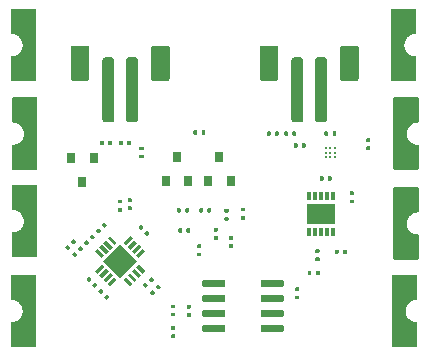
<source format=gbr>
G04 #@! TF.GenerationSoftware,KiCad,Pcbnew,(5.1.5)-3*
G04 #@! TF.CreationDate,2020-05-04T17:56:06+05:30*
G04 #@! TF.ProjectId,Battery_Charger,42617474-6572-4795-9f43-686172676572,rev?*
G04 #@! TF.SameCoordinates,Original*
G04 #@! TF.FileFunction,Paste,Top*
G04 #@! TF.FilePolarity,Positive*
%FSLAX46Y46*%
G04 Gerber Fmt 4.6, Leading zero omitted, Abs format (unit mm)*
G04 Created by KiCad (PCBNEW (5.1.5)-3) date 2020-05-04 17:56:06*
%MOMM*%
%LPD*%
G04 APERTURE LIST*
%ADD10C,0.100000*%
%ADD11C,0.208000*%
%ADD12R,0.800000X0.900000*%
%ADD13R,0.300000X0.800000*%
%ADD14R,2.450000X1.750000*%
G04 APERTURE END LIST*
D10*
G36*
X105000378Y-64640003D02*
G01*
X105000419Y-64640001D01*
X105000460Y-64640003D01*
X105000838Y-64640006D01*
X105003529Y-64640175D01*
X105006272Y-64640329D01*
X105006477Y-64640361D01*
X105006688Y-64640374D01*
X105009358Y-64640806D01*
X105012065Y-64641225D01*
X105012272Y-64641278D01*
X105012475Y-64641311D01*
X105015044Y-64641990D01*
X105017742Y-64642683D01*
X105017945Y-64642757D01*
X105018142Y-64642809D01*
X105020639Y-64643737D01*
X105023251Y-64644688D01*
X105023442Y-64644779D01*
X105023637Y-64644852D01*
X105026058Y-64646033D01*
X105028537Y-64647221D01*
X105028719Y-64647331D01*
X105028905Y-64647422D01*
X105031211Y-64648840D01*
X105033552Y-64650258D01*
X105033719Y-64650383D01*
X105033898Y-64650493D01*
X105036084Y-64652152D01*
X105038245Y-64653769D01*
X105038398Y-64653909D01*
X105038567Y-64654037D01*
X105040582Y-64655903D01*
X105042574Y-64657722D01*
X105042714Y-64657877D01*
X105042868Y-64658020D01*
X105044642Y-64660018D01*
X105046497Y-64662078D01*
X105046626Y-64662253D01*
X105046760Y-64662404D01*
X105048360Y-64664606D01*
X105049975Y-64666797D01*
X105050078Y-64666970D01*
X105050206Y-64667146D01*
X105051607Y-64669534D01*
X105052977Y-64671832D01*
X105053066Y-64672022D01*
X105053172Y-64672202D01*
X105054301Y-64674646D01*
X105055473Y-64677136D01*
X105055544Y-64677337D01*
X105055631Y-64677524D01*
X105056522Y-64680082D01*
X105057439Y-64682658D01*
X105057489Y-64682860D01*
X105057559Y-64683060D01*
X105058204Y-64685728D01*
X105058857Y-64688346D01*
X105058887Y-64688552D01*
X105058937Y-64688757D01*
X105059312Y-64691426D01*
X105059714Y-64694145D01*
X105059724Y-64694359D01*
X105059753Y-64694562D01*
X105059867Y-64697283D01*
X105060000Y-64700000D01*
X105060000Y-70700000D01*
X105059997Y-70700378D01*
X105059999Y-70700419D01*
X105059997Y-70700460D01*
X105059994Y-70700838D01*
X105059825Y-70703529D01*
X105059671Y-70706272D01*
X105059639Y-70706477D01*
X105059626Y-70706688D01*
X105059194Y-70709358D01*
X105058775Y-70712065D01*
X105058722Y-70712272D01*
X105058689Y-70712475D01*
X105058010Y-70715044D01*
X105057317Y-70717742D01*
X105057243Y-70717945D01*
X105057191Y-70718142D01*
X105056263Y-70720639D01*
X105055312Y-70723251D01*
X105055221Y-70723442D01*
X105055148Y-70723637D01*
X105053967Y-70726058D01*
X105052779Y-70728537D01*
X105052669Y-70728719D01*
X105052578Y-70728905D01*
X105051160Y-70731211D01*
X105049742Y-70733552D01*
X105049617Y-70733719D01*
X105049507Y-70733898D01*
X105047848Y-70736084D01*
X105046231Y-70738245D01*
X105046091Y-70738398D01*
X105045963Y-70738567D01*
X105044097Y-70740582D01*
X105042278Y-70742574D01*
X105042123Y-70742714D01*
X105041980Y-70742868D01*
X105039982Y-70744642D01*
X105037922Y-70746497D01*
X105037747Y-70746626D01*
X105037596Y-70746760D01*
X105035394Y-70748360D01*
X105033203Y-70749975D01*
X105033030Y-70750078D01*
X105032854Y-70750206D01*
X105030466Y-70751607D01*
X105028168Y-70752977D01*
X105027978Y-70753066D01*
X105027798Y-70753172D01*
X105025354Y-70754301D01*
X105022864Y-70755473D01*
X105022663Y-70755544D01*
X105022476Y-70755631D01*
X105019918Y-70756522D01*
X105017342Y-70757439D01*
X105017140Y-70757489D01*
X105016940Y-70757559D01*
X105014272Y-70758204D01*
X105011654Y-70758857D01*
X105011448Y-70758887D01*
X105011243Y-70758937D01*
X105008574Y-70759312D01*
X105005855Y-70759714D01*
X105005641Y-70759724D01*
X105005438Y-70759753D01*
X105002717Y-70759867D01*
X105000000Y-70760000D01*
X103000000Y-70760000D01*
X102999622Y-70759997D01*
X102999581Y-70759999D01*
X102999540Y-70759997D01*
X102999162Y-70759994D01*
X102996471Y-70759825D01*
X102993728Y-70759671D01*
X102993523Y-70759639D01*
X102993312Y-70759626D01*
X102990642Y-70759194D01*
X102987935Y-70758775D01*
X102987728Y-70758722D01*
X102987525Y-70758689D01*
X102984956Y-70758010D01*
X102982258Y-70757317D01*
X102982055Y-70757243D01*
X102981858Y-70757191D01*
X102979361Y-70756263D01*
X102976749Y-70755312D01*
X102976558Y-70755221D01*
X102976363Y-70755148D01*
X102973942Y-70753967D01*
X102971463Y-70752779D01*
X102971281Y-70752669D01*
X102971095Y-70752578D01*
X102968789Y-70751160D01*
X102966448Y-70749742D01*
X102966281Y-70749617D01*
X102966102Y-70749507D01*
X102963916Y-70747848D01*
X102961755Y-70746231D01*
X102961602Y-70746091D01*
X102961433Y-70745963D01*
X102959418Y-70744097D01*
X102957426Y-70742278D01*
X102957286Y-70742123D01*
X102957132Y-70741980D01*
X102955358Y-70739982D01*
X102953503Y-70737922D01*
X102953374Y-70737747D01*
X102953240Y-70737596D01*
X102951611Y-70735355D01*
X102950025Y-70733203D01*
X102949922Y-70733030D01*
X102949794Y-70732854D01*
X102948393Y-70730466D01*
X102947023Y-70728168D01*
X102946934Y-70727978D01*
X102946828Y-70727798D01*
X102945699Y-70725354D01*
X102944527Y-70722864D01*
X102944456Y-70722663D01*
X102944369Y-70722476D01*
X102943478Y-70719918D01*
X102942561Y-70717342D01*
X102942511Y-70717140D01*
X102942441Y-70716940D01*
X102941796Y-70714272D01*
X102941143Y-70711654D01*
X102941113Y-70711448D01*
X102941063Y-70711243D01*
X102940688Y-70708574D01*
X102940286Y-70705855D01*
X102940276Y-70705641D01*
X102940247Y-70705438D01*
X102940133Y-70702717D01*
X102940000Y-70700000D01*
X102940000Y-68700000D01*
X102940006Y-68699162D01*
X102940164Y-68696643D01*
X102940287Y-68694143D01*
X102940348Y-68693733D01*
X102940374Y-68693312D01*
X102940778Y-68690818D01*
X102941143Y-68688344D01*
X102941244Y-68687939D01*
X102941311Y-68687525D01*
X102941949Y-68685110D01*
X102942561Y-68682657D01*
X102942704Y-68682256D01*
X102942809Y-68681858D01*
X102943678Y-68679521D01*
X102944528Y-68677134D01*
X102944706Y-68676756D01*
X102944852Y-68676363D01*
X102945949Y-68674114D01*
X102947024Y-68671830D01*
X102947241Y-68671466D01*
X102947422Y-68671095D01*
X102948725Y-68668977D01*
X102950026Y-68666794D01*
X102950276Y-68666456D01*
X102950493Y-68666102D01*
X102952004Y-68664111D01*
X102953504Y-68662077D01*
X102953785Y-68661765D01*
X102954037Y-68661433D01*
X102955746Y-68659588D01*
X102957427Y-68657721D01*
X102957735Y-68657440D01*
X102958020Y-68657132D01*
X102959892Y-68655470D01*
X102961756Y-68653768D01*
X102962094Y-68653515D01*
X102962404Y-68653240D01*
X102964460Y-68651746D01*
X102966451Y-68650257D01*
X102966799Y-68650046D01*
X102967146Y-68649794D01*
X102969350Y-68648501D01*
X102971465Y-68647220D01*
X102971841Y-68647040D01*
X102972202Y-68646828D01*
X102974467Y-68645781D01*
X102976751Y-68644687D01*
X102977150Y-68644542D01*
X102977524Y-68644369D01*
X102979885Y-68643547D01*
X102982259Y-68642683D01*
X102982663Y-68642579D01*
X102983060Y-68642441D01*
X102985498Y-68641851D01*
X102987937Y-68641225D01*
X102988355Y-68641160D01*
X102988757Y-68641063D01*
X102991211Y-68640718D01*
X102993730Y-68640328D01*
X102994154Y-68640304D01*
X102994562Y-68640247D01*
X102997051Y-68640142D01*
X102999583Y-68640001D01*
X103011868Y-68639916D01*
X103104778Y-68634070D01*
X103195423Y-68619389D01*
X103284200Y-68595933D01*
X103370275Y-68563922D01*
X103452817Y-68523664D01*
X103531022Y-68475552D01*
X103604177Y-68420024D01*
X103671554Y-68357632D01*
X103687208Y-68340000D01*
X103843769Y-68340000D01*
X103855375Y-68340000D01*
X103853371Y-68337759D01*
X103849909Y-68333029D01*
X103849426Y-68332213D01*
X103843769Y-68340000D01*
X103687208Y-68340000D01*
X103732525Y-68288959D01*
X103786497Y-68214672D01*
X103832966Y-68135469D01*
X103871486Y-68052105D01*
X103901686Y-67965382D01*
X103923280Y-67876121D01*
X103936060Y-67785185D01*
X103939906Y-67693437D01*
X103934780Y-67601759D01*
X103920729Y-67510998D01*
X103897894Y-67422060D01*
X103866483Y-67335759D01*
X103826808Y-67252951D01*
X103779237Y-67174400D01*
X103724222Y-67100861D01*
X103662310Y-67033059D01*
X103594059Y-66971606D01*
X103520151Y-66917115D01*
X103441273Y-66870094D01*
X103358183Y-66830995D01*
X103271678Y-66800191D01*
X103182561Y-66777972D01*
X103091721Y-66764558D01*
X102997069Y-66759928D01*
X102996232Y-66759881D01*
X102994989Y-66759742D01*
X102993728Y-66759671D01*
X102992067Y-66759414D01*
X102990407Y-66759228D01*
X102989187Y-66758969D01*
X102987935Y-66758775D01*
X102986295Y-66758354D01*
X102984673Y-66758009D01*
X102983487Y-66757633D01*
X102982258Y-66757317D01*
X102980662Y-66756736D01*
X102979086Y-66756236D01*
X102977948Y-66755748D01*
X102976749Y-66755312D01*
X102975225Y-66754582D01*
X102973697Y-66753927D01*
X102972600Y-66753324D01*
X102971463Y-66752779D01*
X102970021Y-66751906D01*
X102968561Y-66751103D01*
X102967530Y-66750397D01*
X102966448Y-66749742D01*
X102965106Y-66748738D01*
X102963724Y-66747792D01*
X102962758Y-66746982D01*
X102961755Y-66746231D01*
X102960519Y-66745103D01*
X102959234Y-66744024D01*
X102958353Y-66743124D01*
X102957426Y-66742278D01*
X102956309Y-66741037D01*
X102955132Y-66739836D01*
X102954344Y-66738856D01*
X102953503Y-66737922D01*
X102952507Y-66736571D01*
X102951459Y-66735267D01*
X102950768Y-66734211D01*
X102950025Y-66733203D01*
X102949172Y-66731773D01*
X102948249Y-66730362D01*
X102947664Y-66729243D01*
X102947023Y-66728168D01*
X102946312Y-66726656D01*
X102945533Y-66725167D01*
X102945061Y-66724000D01*
X102944527Y-66722864D01*
X102943965Y-66721286D01*
X102943337Y-66719731D01*
X102942981Y-66718523D01*
X102942561Y-66717342D01*
X102942158Y-66715724D01*
X102941682Y-66714108D01*
X102941445Y-66712866D01*
X102941143Y-66711654D01*
X102940898Y-66709998D01*
X102940584Y-66708350D01*
X102940471Y-66707106D01*
X102940286Y-66705855D01*
X102940204Y-66704167D01*
X102940053Y-66702512D01*
X102940062Y-66701260D01*
X102940000Y-66700000D01*
X102940000Y-64700000D01*
X102940003Y-64699622D01*
X102940001Y-64699581D01*
X102940003Y-64699540D01*
X102940006Y-64699162D01*
X102940175Y-64696471D01*
X102940329Y-64693728D01*
X102940361Y-64693523D01*
X102940374Y-64693312D01*
X102940806Y-64690642D01*
X102941225Y-64687935D01*
X102941278Y-64687728D01*
X102941311Y-64687525D01*
X102941990Y-64684956D01*
X102942683Y-64682258D01*
X102942757Y-64682055D01*
X102942809Y-64681858D01*
X102943737Y-64679361D01*
X102944688Y-64676749D01*
X102944779Y-64676558D01*
X102944852Y-64676363D01*
X102946033Y-64673942D01*
X102947221Y-64671463D01*
X102947331Y-64671281D01*
X102947422Y-64671095D01*
X102948840Y-64668789D01*
X102950258Y-64666448D01*
X102950383Y-64666281D01*
X102950493Y-64666102D01*
X102952152Y-64663916D01*
X102953769Y-64661755D01*
X102953909Y-64661602D01*
X102954037Y-64661433D01*
X102955903Y-64659418D01*
X102957722Y-64657426D01*
X102957877Y-64657286D01*
X102958020Y-64657132D01*
X102960018Y-64655358D01*
X102962078Y-64653503D01*
X102962253Y-64653374D01*
X102962404Y-64653240D01*
X102964606Y-64651640D01*
X102966797Y-64650025D01*
X102966970Y-64649922D01*
X102967146Y-64649794D01*
X102969534Y-64648393D01*
X102971832Y-64647023D01*
X102972022Y-64646934D01*
X102972202Y-64646828D01*
X102974646Y-64645699D01*
X102977136Y-64644527D01*
X102977337Y-64644456D01*
X102977524Y-64644369D01*
X102980082Y-64643478D01*
X102982658Y-64642561D01*
X102982860Y-64642511D01*
X102983060Y-64642441D01*
X102985728Y-64641796D01*
X102988346Y-64641143D01*
X102988552Y-64641113D01*
X102988757Y-64641063D01*
X102991426Y-64640688D01*
X102994145Y-64640286D01*
X102994359Y-64640276D01*
X102994562Y-64640247D01*
X102997283Y-64640133D01*
X103000000Y-64640000D01*
X105000000Y-64640000D01*
X105000378Y-64640003D01*
G37*
G36*
X105100378Y-72140003D02*
G01*
X105100419Y-72140001D01*
X105100460Y-72140003D01*
X105100838Y-72140006D01*
X105103529Y-72140175D01*
X105106272Y-72140329D01*
X105106477Y-72140361D01*
X105106688Y-72140374D01*
X105109358Y-72140806D01*
X105112065Y-72141225D01*
X105112272Y-72141278D01*
X105112475Y-72141311D01*
X105115044Y-72141990D01*
X105117742Y-72142683D01*
X105117945Y-72142757D01*
X105118142Y-72142809D01*
X105120639Y-72143737D01*
X105123251Y-72144688D01*
X105123442Y-72144779D01*
X105123637Y-72144852D01*
X105126058Y-72146033D01*
X105128537Y-72147221D01*
X105128719Y-72147331D01*
X105128905Y-72147422D01*
X105131211Y-72148840D01*
X105133552Y-72150258D01*
X105133719Y-72150383D01*
X105133898Y-72150493D01*
X105136084Y-72152152D01*
X105138245Y-72153769D01*
X105138398Y-72153909D01*
X105138567Y-72154037D01*
X105140582Y-72155903D01*
X105142574Y-72157722D01*
X105142714Y-72157877D01*
X105142868Y-72158020D01*
X105144642Y-72160018D01*
X105146497Y-72162078D01*
X105146626Y-72162253D01*
X105146760Y-72162404D01*
X105148360Y-72164606D01*
X105149975Y-72166797D01*
X105150078Y-72166970D01*
X105150206Y-72167146D01*
X105151607Y-72169534D01*
X105152977Y-72171832D01*
X105153066Y-72172022D01*
X105153172Y-72172202D01*
X105154301Y-72174646D01*
X105155473Y-72177136D01*
X105155544Y-72177337D01*
X105155631Y-72177524D01*
X105156522Y-72180082D01*
X105157439Y-72182658D01*
X105157489Y-72182860D01*
X105157559Y-72183060D01*
X105158204Y-72185728D01*
X105158857Y-72188346D01*
X105158887Y-72188552D01*
X105158937Y-72188757D01*
X105159312Y-72191426D01*
X105159714Y-72194145D01*
X105159724Y-72194359D01*
X105159753Y-72194562D01*
X105159867Y-72197283D01*
X105160000Y-72200000D01*
X105160000Y-78200000D01*
X105159997Y-78200378D01*
X105159999Y-78200419D01*
X105159997Y-78200460D01*
X105159994Y-78200838D01*
X105159825Y-78203529D01*
X105159671Y-78206272D01*
X105159639Y-78206477D01*
X105159626Y-78206688D01*
X105159194Y-78209358D01*
X105158775Y-78212065D01*
X105158722Y-78212272D01*
X105158689Y-78212475D01*
X105158010Y-78215044D01*
X105157317Y-78217742D01*
X105157243Y-78217945D01*
X105157191Y-78218142D01*
X105156263Y-78220639D01*
X105155312Y-78223251D01*
X105155221Y-78223442D01*
X105155148Y-78223637D01*
X105153967Y-78226058D01*
X105152779Y-78228537D01*
X105152669Y-78228719D01*
X105152578Y-78228905D01*
X105151160Y-78231211D01*
X105149742Y-78233552D01*
X105149617Y-78233719D01*
X105149507Y-78233898D01*
X105147848Y-78236084D01*
X105146231Y-78238245D01*
X105146091Y-78238398D01*
X105145963Y-78238567D01*
X105144097Y-78240582D01*
X105142278Y-78242574D01*
X105142123Y-78242714D01*
X105141980Y-78242868D01*
X105139982Y-78244642D01*
X105137922Y-78246497D01*
X105137747Y-78246626D01*
X105137596Y-78246760D01*
X105135394Y-78248360D01*
X105133203Y-78249975D01*
X105133030Y-78250078D01*
X105132854Y-78250206D01*
X105130466Y-78251607D01*
X105128168Y-78252977D01*
X105127978Y-78253066D01*
X105127798Y-78253172D01*
X105125354Y-78254301D01*
X105122864Y-78255473D01*
X105122663Y-78255544D01*
X105122476Y-78255631D01*
X105119918Y-78256522D01*
X105117342Y-78257439D01*
X105117140Y-78257489D01*
X105116940Y-78257559D01*
X105114272Y-78258204D01*
X105111654Y-78258857D01*
X105111448Y-78258887D01*
X105111243Y-78258937D01*
X105108574Y-78259312D01*
X105105855Y-78259714D01*
X105105641Y-78259724D01*
X105105438Y-78259753D01*
X105102717Y-78259867D01*
X105100000Y-78260000D01*
X103100000Y-78260000D01*
X103099622Y-78259997D01*
X103099581Y-78259999D01*
X103099540Y-78259997D01*
X103099162Y-78259994D01*
X103096471Y-78259825D01*
X103093728Y-78259671D01*
X103093523Y-78259639D01*
X103093312Y-78259626D01*
X103090642Y-78259194D01*
X103087935Y-78258775D01*
X103087728Y-78258722D01*
X103087525Y-78258689D01*
X103084956Y-78258010D01*
X103082258Y-78257317D01*
X103082055Y-78257243D01*
X103081858Y-78257191D01*
X103079361Y-78256263D01*
X103076749Y-78255312D01*
X103076558Y-78255221D01*
X103076363Y-78255148D01*
X103073942Y-78253967D01*
X103071463Y-78252779D01*
X103071281Y-78252669D01*
X103071095Y-78252578D01*
X103068789Y-78251160D01*
X103066448Y-78249742D01*
X103066281Y-78249617D01*
X103066102Y-78249507D01*
X103063916Y-78247848D01*
X103061755Y-78246231D01*
X103061602Y-78246091D01*
X103061433Y-78245963D01*
X103059418Y-78244097D01*
X103057426Y-78242278D01*
X103057286Y-78242123D01*
X103057132Y-78241980D01*
X103055358Y-78239982D01*
X103053503Y-78237922D01*
X103053374Y-78237747D01*
X103053240Y-78237596D01*
X103051611Y-78235355D01*
X103050025Y-78233203D01*
X103049922Y-78233030D01*
X103049794Y-78232854D01*
X103048393Y-78230466D01*
X103047023Y-78228168D01*
X103046934Y-78227978D01*
X103046828Y-78227798D01*
X103045699Y-78225354D01*
X103044527Y-78222864D01*
X103044456Y-78222663D01*
X103044369Y-78222476D01*
X103043478Y-78219918D01*
X103042561Y-78217342D01*
X103042511Y-78217140D01*
X103042441Y-78216940D01*
X103041796Y-78214272D01*
X103041143Y-78211654D01*
X103041113Y-78211448D01*
X103041063Y-78211243D01*
X103040688Y-78208574D01*
X103040286Y-78205855D01*
X103040276Y-78205641D01*
X103040247Y-78205438D01*
X103040133Y-78202717D01*
X103040000Y-78200000D01*
X103040000Y-76200000D01*
X103040006Y-76199162D01*
X103040164Y-76196643D01*
X103040287Y-76194143D01*
X103040348Y-76193733D01*
X103040374Y-76193312D01*
X103040778Y-76190818D01*
X103041143Y-76188344D01*
X103041244Y-76187939D01*
X103041311Y-76187525D01*
X103041949Y-76185110D01*
X103042561Y-76182657D01*
X103042704Y-76182256D01*
X103042809Y-76181858D01*
X103043678Y-76179521D01*
X103044528Y-76177134D01*
X103044706Y-76176756D01*
X103044852Y-76176363D01*
X103045949Y-76174114D01*
X103047024Y-76171830D01*
X103047241Y-76171466D01*
X103047422Y-76171095D01*
X103048725Y-76168977D01*
X103050026Y-76166794D01*
X103050276Y-76166456D01*
X103050493Y-76166102D01*
X103052004Y-76164111D01*
X103053504Y-76162077D01*
X103053785Y-76161765D01*
X103054037Y-76161433D01*
X103055746Y-76159588D01*
X103057427Y-76157721D01*
X103057735Y-76157440D01*
X103058020Y-76157132D01*
X103059892Y-76155470D01*
X103061756Y-76153768D01*
X103062094Y-76153515D01*
X103062404Y-76153240D01*
X103064460Y-76151746D01*
X103066451Y-76150257D01*
X103066799Y-76150046D01*
X103067146Y-76149794D01*
X103069350Y-76148501D01*
X103071465Y-76147220D01*
X103071841Y-76147040D01*
X103072202Y-76146828D01*
X103074467Y-76145781D01*
X103076751Y-76144687D01*
X103077150Y-76144542D01*
X103077524Y-76144369D01*
X103079885Y-76143547D01*
X103082259Y-76142683D01*
X103082663Y-76142579D01*
X103083060Y-76142441D01*
X103085498Y-76141851D01*
X103087937Y-76141225D01*
X103088355Y-76141160D01*
X103088757Y-76141063D01*
X103091211Y-76140718D01*
X103093730Y-76140328D01*
X103094154Y-76140304D01*
X103094562Y-76140247D01*
X103097051Y-76140142D01*
X103099583Y-76140001D01*
X103111868Y-76139916D01*
X103204778Y-76134070D01*
X103295423Y-76119389D01*
X103384200Y-76095933D01*
X103470275Y-76063922D01*
X103552817Y-76023664D01*
X103631022Y-75975552D01*
X103704177Y-75920024D01*
X103771554Y-75857632D01*
X103787208Y-75840000D01*
X103943769Y-75840000D01*
X103955375Y-75840000D01*
X103953371Y-75837759D01*
X103949909Y-75833029D01*
X103949426Y-75832213D01*
X103943769Y-75840000D01*
X103787208Y-75840000D01*
X103832525Y-75788959D01*
X103886497Y-75714672D01*
X103932966Y-75635469D01*
X103971486Y-75552105D01*
X104001686Y-75465382D01*
X104023280Y-75376121D01*
X104036060Y-75285185D01*
X104039906Y-75193437D01*
X104034780Y-75101759D01*
X104020729Y-75010998D01*
X103997894Y-74922060D01*
X103966483Y-74835759D01*
X103926808Y-74752951D01*
X103879237Y-74674400D01*
X103824222Y-74600861D01*
X103762310Y-74533059D01*
X103694059Y-74471606D01*
X103620151Y-74417115D01*
X103541273Y-74370094D01*
X103458183Y-74330995D01*
X103371678Y-74300191D01*
X103282561Y-74277972D01*
X103191721Y-74264558D01*
X103097069Y-74259928D01*
X103096232Y-74259881D01*
X103094989Y-74259742D01*
X103093728Y-74259671D01*
X103092067Y-74259414D01*
X103090407Y-74259228D01*
X103089187Y-74258969D01*
X103087935Y-74258775D01*
X103086295Y-74258354D01*
X103084673Y-74258009D01*
X103083487Y-74257633D01*
X103082258Y-74257317D01*
X103080662Y-74256736D01*
X103079086Y-74256236D01*
X103077948Y-74255748D01*
X103076749Y-74255312D01*
X103075225Y-74254582D01*
X103073697Y-74253927D01*
X103072600Y-74253324D01*
X103071463Y-74252779D01*
X103070021Y-74251906D01*
X103068561Y-74251103D01*
X103067530Y-74250397D01*
X103066448Y-74249742D01*
X103065106Y-74248738D01*
X103063724Y-74247792D01*
X103062758Y-74246982D01*
X103061755Y-74246231D01*
X103060519Y-74245103D01*
X103059234Y-74244024D01*
X103058353Y-74243124D01*
X103057426Y-74242278D01*
X103056309Y-74241037D01*
X103055132Y-74239836D01*
X103054344Y-74238856D01*
X103053503Y-74237922D01*
X103052507Y-74236571D01*
X103051459Y-74235267D01*
X103050768Y-74234211D01*
X103050025Y-74233203D01*
X103049172Y-74231773D01*
X103048249Y-74230362D01*
X103047664Y-74229243D01*
X103047023Y-74228168D01*
X103046312Y-74226656D01*
X103045533Y-74225167D01*
X103045061Y-74224000D01*
X103044527Y-74222864D01*
X103043965Y-74221286D01*
X103043337Y-74219731D01*
X103042981Y-74218523D01*
X103042561Y-74217342D01*
X103042158Y-74215724D01*
X103041682Y-74214108D01*
X103041445Y-74212866D01*
X103041143Y-74211654D01*
X103040898Y-74209998D01*
X103040584Y-74208350D01*
X103040471Y-74207106D01*
X103040286Y-74205855D01*
X103040204Y-74204167D01*
X103040053Y-74202512D01*
X103040062Y-74201260D01*
X103040000Y-74200000D01*
X103040000Y-72200000D01*
X103040003Y-72199622D01*
X103040001Y-72199581D01*
X103040003Y-72199540D01*
X103040006Y-72199162D01*
X103040175Y-72196471D01*
X103040329Y-72193728D01*
X103040361Y-72193523D01*
X103040374Y-72193312D01*
X103040806Y-72190642D01*
X103041225Y-72187935D01*
X103041278Y-72187728D01*
X103041311Y-72187525D01*
X103041990Y-72184956D01*
X103042683Y-72182258D01*
X103042757Y-72182055D01*
X103042809Y-72181858D01*
X103043737Y-72179361D01*
X103044688Y-72176749D01*
X103044779Y-72176558D01*
X103044852Y-72176363D01*
X103046033Y-72173942D01*
X103047221Y-72171463D01*
X103047331Y-72171281D01*
X103047422Y-72171095D01*
X103048840Y-72168789D01*
X103050258Y-72166448D01*
X103050383Y-72166281D01*
X103050493Y-72166102D01*
X103052152Y-72163916D01*
X103053769Y-72161755D01*
X103053909Y-72161602D01*
X103054037Y-72161433D01*
X103055903Y-72159418D01*
X103057722Y-72157426D01*
X103057877Y-72157286D01*
X103058020Y-72157132D01*
X103060018Y-72155358D01*
X103062078Y-72153503D01*
X103062253Y-72153374D01*
X103062404Y-72153240D01*
X103064606Y-72151640D01*
X103066797Y-72150025D01*
X103066970Y-72149922D01*
X103067146Y-72149794D01*
X103069534Y-72148393D01*
X103071832Y-72147023D01*
X103072022Y-72146934D01*
X103072202Y-72146828D01*
X103074646Y-72145699D01*
X103077136Y-72144527D01*
X103077337Y-72144456D01*
X103077524Y-72144369D01*
X103080082Y-72143478D01*
X103082658Y-72142561D01*
X103082860Y-72142511D01*
X103083060Y-72142441D01*
X103085728Y-72141796D01*
X103088346Y-72141143D01*
X103088552Y-72141113D01*
X103088757Y-72141063D01*
X103091426Y-72140688D01*
X103094145Y-72140286D01*
X103094359Y-72140276D01*
X103094562Y-72140247D01*
X103097283Y-72140133D01*
X103100000Y-72140000D01*
X105100000Y-72140000D01*
X105100378Y-72140003D01*
G37*
G36*
X105100378Y-79540003D02*
G01*
X105100419Y-79540001D01*
X105100460Y-79540003D01*
X105100838Y-79540006D01*
X105103529Y-79540175D01*
X105106272Y-79540329D01*
X105106477Y-79540361D01*
X105106688Y-79540374D01*
X105109358Y-79540806D01*
X105112065Y-79541225D01*
X105112272Y-79541278D01*
X105112475Y-79541311D01*
X105115044Y-79541990D01*
X105117742Y-79542683D01*
X105117945Y-79542757D01*
X105118142Y-79542809D01*
X105120639Y-79543737D01*
X105123251Y-79544688D01*
X105123442Y-79544779D01*
X105123637Y-79544852D01*
X105126058Y-79546033D01*
X105128537Y-79547221D01*
X105128719Y-79547331D01*
X105128905Y-79547422D01*
X105131211Y-79548840D01*
X105133552Y-79550258D01*
X105133719Y-79550383D01*
X105133898Y-79550493D01*
X105136084Y-79552152D01*
X105138245Y-79553769D01*
X105138398Y-79553909D01*
X105138567Y-79554037D01*
X105140582Y-79555903D01*
X105142574Y-79557722D01*
X105142714Y-79557877D01*
X105142868Y-79558020D01*
X105144642Y-79560018D01*
X105146497Y-79562078D01*
X105146626Y-79562253D01*
X105146760Y-79562404D01*
X105148360Y-79564606D01*
X105149975Y-79566797D01*
X105150078Y-79566970D01*
X105150206Y-79567146D01*
X105151607Y-79569534D01*
X105152977Y-79571832D01*
X105153066Y-79572022D01*
X105153172Y-79572202D01*
X105154301Y-79574646D01*
X105155473Y-79577136D01*
X105155544Y-79577337D01*
X105155631Y-79577524D01*
X105156522Y-79580082D01*
X105157439Y-79582658D01*
X105157489Y-79582860D01*
X105157559Y-79583060D01*
X105158204Y-79585728D01*
X105158857Y-79588346D01*
X105158887Y-79588552D01*
X105158937Y-79588757D01*
X105159312Y-79591426D01*
X105159714Y-79594145D01*
X105159724Y-79594359D01*
X105159753Y-79594562D01*
X105159867Y-79597283D01*
X105160000Y-79600000D01*
X105160000Y-85600000D01*
X105159997Y-85600378D01*
X105159999Y-85600419D01*
X105159997Y-85600460D01*
X105159994Y-85600838D01*
X105159825Y-85603529D01*
X105159671Y-85606272D01*
X105159639Y-85606477D01*
X105159626Y-85606688D01*
X105159194Y-85609358D01*
X105158775Y-85612065D01*
X105158722Y-85612272D01*
X105158689Y-85612475D01*
X105158010Y-85615044D01*
X105157317Y-85617742D01*
X105157243Y-85617945D01*
X105157191Y-85618142D01*
X105156263Y-85620639D01*
X105155312Y-85623251D01*
X105155221Y-85623442D01*
X105155148Y-85623637D01*
X105153967Y-85626058D01*
X105152779Y-85628537D01*
X105152669Y-85628719D01*
X105152578Y-85628905D01*
X105151160Y-85631211D01*
X105149742Y-85633552D01*
X105149617Y-85633719D01*
X105149507Y-85633898D01*
X105147848Y-85636084D01*
X105146231Y-85638245D01*
X105146091Y-85638398D01*
X105145963Y-85638567D01*
X105144097Y-85640582D01*
X105142278Y-85642574D01*
X105142123Y-85642714D01*
X105141980Y-85642868D01*
X105139982Y-85644642D01*
X105137922Y-85646497D01*
X105137747Y-85646626D01*
X105137596Y-85646760D01*
X105135394Y-85648360D01*
X105133203Y-85649975D01*
X105133030Y-85650078D01*
X105132854Y-85650206D01*
X105130466Y-85651607D01*
X105128168Y-85652977D01*
X105127978Y-85653066D01*
X105127798Y-85653172D01*
X105125354Y-85654301D01*
X105122864Y-85655473D01*
X105122663Y-85655544D01*
X105122476Y-85655631D01*
X105119918Y-85656522D01*
X105117342Y-85657439D01*
X105117140Y-85657489D01*
X105116940Y-85657559D01*
X105114272Y-85658204D01*
X105111654Y-85658857D01*
X105111448Y-85658887D01*
X105111243Y-85658937D01*
X105108574Y-85659312D01*
X105105855Y-85659714D01*
X105105641Y-85659724D01*
X105105438Y-85659753D01*
X105102717Y-85659867D01*
X105100000Y-85660000D01*
X103100000Y-85660000D01*
X103099622Y-85659997D01*
X103099581Y-85659999D01*
X103099540Y-85659997D01*
X103099162Y-85659994D01*
X103096471Y-85659825D01*
X103093728Y-85659671D01*
X103093523Y-85659639D01*
X103093312Y-85659626D01*
X103090642Y-85659194D01*
X103087935Y-85658775D01*
X103087728Y-85658722D01*
X103087525Y-85658689D01*
X103084956Y-85658010D01*
X103082258Y-85657317D01*
X103082055Y-85657243D01*
X103081858Y-85657191D01*
X103079361Y-85656263D01*
X103076749Y-85655312D01*
X103076558Y-85655221D01*
X103076363Y-85655148D01*
X103073942Y-85653967D01*
X103071463Y-85652779D01*
X103071281Y-85652669D01*
X103071095Y-85652578D01*
X103068789Y-85651160D01*
X103066448Y-85649742D01*
X103066281Y-85649617D01*
X103066102Y-85649507D01*
X103063916Y-85647848D01*
X103061755Y-85646231D01*
X103061602Y-85646091D01*
X103061433Y-85645963D01*
X103059418Y-85644097D01*
X103057426Y-85642278D01*
X103057286Y-85642123D01*
X103057132Y-85641980D01*
X103055358Y-85639982D01*
X103053503Y-85637922D01*
X103053374Y-85637747D01*
X103053240Y-85637596D01*
X103051611Y-85635355D01*
X103050025Y-85633203D01*
X103049922Y-85633030D01*
X103049794Y-85632854D01*
X103048393Y-85630466D01*
X103047023Y-85628168D01*
X103046934Y-85627978D01*
X103046828Y-85627798D01*
X103045699Y-85625354D01*
X103044527Y-85622864D01*
X103044456Y-85622663D01*
X103044369Y-85622476D01*
X103043478Y-85619918D01*
X103042561Y-85617342D01*
X103042511Y-85617140D01*
X103042441Y-85616940D01*
X103041796Y-85614272D01*
X103041143Y-85611654D01*
X103041113Y-85611448D01*
X103041063Y-85611243D01*
X103040688Y-85608574D01*
X103040286Y-85605855D01*
X103040276Y-85605641D01*
X103040247Y-85605438D01*
X103040133Y-85602717D01*
X103040000Y-85600000D01*
X103040000Y-83600000D01*
X103040006Y-83599162D01*
X103040164Y-83596643D01*
X103040287Y-83594143D01*
X103040348Y-83593733D01*
X103040374Y-83593312D01*
X103040778Y-83590818D01*
X103041143Y-83588344D01*
X103041244Y-83587939D01*
X103041311Y-83587525D01*
X103041949Y-83585110D01*
X103042561Y-83582657D01*
X103042704Y-83582256D01*
X103042809Y-83581858D01*
X103043678Y-83579521D01*
X103044528Y-83577134D01*
X103044706Y-83576756D01*
X103044852Y-83576363D01*
X103045949Y-83574114D01*
X103047024Y-83571830D01*
X103047241Y-83571466D01*
X103047422Y-83571095D01*
X103048725Y-83568977D01*
X103050026Y-83566794D01*
X103050276Y-83566456D01*
X103050493Y-83566102D01*
X103052004Y-83564111D01*
X103053504Y-83562077D01*
X103053785Y-83561765D01*
X103054037Y-83561433D01*
X103055746Y-83559588D01*
X103057427Y-83557721D01*
X103057735Y-83557440D01*
X103058020Y-83557132D01*
X103059892Y-83555470D01*
X103061756Y-83553768D01*
X103062094Y-83553515D01*
X103062404Y-83553240D01*
X103064460Y-83551746D01*
X103066451Y-83550257D01*
X103066799Y-83550046D01*
X103067146Y-83549794D01*
X103069350Y-83548501D01*
X103071465Y-83547220D01*
X103071841Y-83547040D01*
X103072202Y-83546828D01*
X103074467Y-83545781D01*
X103076751Y-83544687D01*
X103077150Y-83544542D01*
X103077524Y-83544369D01*
X103079885Y-83543547D01*
X103082259Y-83542683D01*
X103082663Y-83542579D01*
X103083060Y-83542441D01*
X103085498Y-83541851D01*
X103087937Y-83541225D01*
X103088355Y-83541160D01*
X103088757Y-83541063D01*
X103091211Y-83540718D01*
X103093730Y-83540328D01*
X103094154Y-83540304D01*
X103094562Y-83540247D01*
X103097051Y-83540142D01*
X103099583Y-83540001D01*
X103111868Y-83539916D01*
X103204778Y-83534070D01*
X103295423Y-83519389D01*
X103384200Y-83495933D01*
X103470275Y-83463922D01*
X103552817Y-83423664D01*
X103631022Y-83375552D01*
X103704177Y-83320024D01*
X103771554Y-83257632D01*
X103787208Y-83240000D01*
X103943769Y-83240000D01*
X103955375Y-83240000D01*
X103953371Y-83237759D01*
X103949909Y-83233029D01*
X103949426Y-83232213D01*
X103943769Y-83240000D01*
X103787208Y-83240000D01*
X103832525Y-83188959D01*
X103886497Y-83114672D01*
X103932966Y-83035469D01*
X103971486Y-82952105D01*
X104001686Y-82865382D01*
X104023280Y-82776121D01*
X104036060Y-82685185D01*
X104039906Y-82593437D01*
X104034780Y-82501759D01*
X104020729Y-82410998D01*
X103997894Y-82322060D01*
X103966483Y-82235759D01*
X103926808Y-82152951D01*
X103879237Y-82074400D01*
X103824222Y-82000861D01*
X103762310Y-81933059D01*
X103694059Y-81871606D01*
X103620151Y-81817115D01*
X103541273Y-81770094D01*
X103458183Y-81730995D01*
X103371678Y-81700191D01*
X103282561Y-81677972D01*
X103191721Y-81664558D01*
X103097069Y-81659928D01*
X103096232Y-81659881D01*
X103094989Y-81659742D01*
X103093728Y-81659671D01*
X103092067Y-81659414D01*
X103090407Y-81659228D01*
X103089187Y-81658969D01*
X103087935Y-81658775D01*
X103086295Y-81658354D01*
X103084673Y-81658009D01*
X103083487Y-81657633D01*
X103082258Y-81657317D01*
X103080662Y-81656736D01*
X103079086Y-81656236D01*
X103077948Y-81655748D01*
X103076749Y-81655312D01*
X103075225Y-81654582D01*
X103073697Y-81653927D01*
X103072600Y-81653324D01*
X103071463Y-81652779D01*
X103070021Y-81651906D01*
X103068561Y-81651103D01*
X103067530Y-81650397D01*
X103066448Y-81649742D01*
X103065106Y-81648738D01*
X103063724Y-81647792D01*
X103062758Y-81646982D01*
X103061755Y-81646231D01*
X103060519Y-81645103D01*
X103059234Y-81644024D01*
X103058353Y-81643124D01*
X103057426Y-81642278D01*
X103056309Y-81641037D01*
X103055132Y-81639836D01*
X103054344Y-81638856D01*
X103053503Y-81637922D01*
X103052507Y-81636571D01*
X103051459Y-81635267D01*
X103050768Y-81634211D01*
X103050025Y-81633203D01*
X103049172Y-81631773D01*
X103048249Y-81630362D01*
X103047664Y-81629243D01*
X103047023Y-81628168D01*
X103046312Y-81626656D01*
X103045533Y-81625167D01*
X103045061Y-81624000D01*
X103044527Y-81622864D01*
X103043965Y-81621286D01*
X103043337Y-81619731D01*
X103042981Y-81618523D01*
X103042561Y-81617342D01*
X103042158Y-81615724D01*
X103041682Y-81614108D01*
X103041445Y-81612866D01*
X103041143Y-81611654D01*
X103040898Y-81609998D01*
X103040584Y-81608350D01*
X103040471Y-81607106D01*
X103040286Y-81605855D01*
X103040204Y-81604167D01*
X103040053Y-81602512D01*
X103040062Y-81601260D01*
X103040000Y-81600000D01*
X103040000Y-79600000D01*
X103040003Y-79599622D01*
X103040001Y-79599581D01*
X103040003Y-79599540D01*
X103040006Y-79599162D01*
X103040175Y-79596471D01*
X103040329Y-79593728D01*
X103040361Y-79593523D01*
X103040374Y-79593312D01*
X103040806Y-79590642D01*
X103041225Y-79587935D01*
X103041278Y-79587728D01*
X103041311Y-79587525D01*
X103041990Y-79584956D01*
X103042683Y-79582258D01*
X103042757Y-79582055D01*
X103042809Y-79581858D01*
X103043737Y-79579361D01*
X103044688Y-79576749D01*
X103044779Y-79576558D01*
X103044852Y-79576363D01*
X103046033Y-79573942D01*
X103047221Y-79571463D01*
X103047331Y-79571281D01*
X103047422Y-79571095D01*
X103048840Y-79568789D01*
X103050258Y-79566448D01*
X103050383Y-79566281D01*
X103050493Y-79566102D01*
X103052152Y-79563916D01*
X103053769Y-79561755D01*
X103053909Y-79561602D01*
X103054037Y-79561433D01*
X103055903Y-79559418D01*
X103057722Y-79557426D01*
X103057877Y-79557286D01*
X103058020Y-79557132D01*
X103060018Y-79555358D01*
X103062078Y-79553503D01*
X103062253Y-79553374D01*
X103062404Y-79553240D01*
X103064606Y-79551640D01*
X103066797Y-79550025D01*
X103066970Y-79549922D01*
X103067146Y-79549794D01*
X103069534Y-79548393D01*
X103071832Y-79547023D01*
X103072022Y-79546934D01*
X103072202Y-79546828D01*
X103074646Y-79545699D01*
X103077136Y-79544527D01*
X103077337Y-79544456D01*
X103077524Y-79544369D01*
X103080082Y-79543478D01*
X103082658Y-79542561D01*
X103082860Y-79542511D01*
X103083060Y-79542441D01*
X103085728Y-79541796D01*
X103088346Y-79541143D01*
X103088552Y-79541113D01*
X103088757Y-79541063D01*
X103091426Y-79540688D01*
X103094145Y-79540286D01*
X103094359Y-79540276D01*
X103094562Y-79540247D01*
X103097283Y-79540133D01*
X103100000Y-79540000D01*
X105100000Y-79540000D01*
X105100378Y-79540003D01*
G37*
G36*
X135299622Y-93259997D02*
G01*
X135299581Y-93259999D01*
X135299540Y-93259997D01*
X135299162Y-93259994D01*
X135296471Y-93259825D01*
X135293728Y-93259671D01*
X135293523Y-93259639D01*
X135293312Y-93259626D01*
X135290642Y-93259194D01*
X135287935Y-93258775D01*
X135287728Y-93258722D01*
X135287525Y-93258689D01*
X135284956Y-93258010D01*
X135282258Y-93257317D01*
X135282055Y-93257243D01*
X135281858Y-93257191D01*
X135279361Y-93256263D01*
X135276749Y-93255312D01*
X135276558Y-93255221D01*
X135276363Y-93255148D01*
X135273942Y-93253967D01*
X135271463Y-93252779D01*
X135271281Y-93252669D01*
X135271095Y-93252578D01*
X135268789Y-93251160D01*
X135266448Y-93249742D01*
X135266281Y-93249617D01*
X135266102Y-93249507D01*
X135263916Y-93247848D01*
X135261755Y-93246231D01*
X135261602Y-93246091D01*
X135261433Y-93245963D01*
X135259418Y-93244097D01*
X135257426Y-93242278D01*
X135257286Y-93242123D01*
X135257132Y-93241980D01*
X135255358Y-93239982D01*
X135253503Y-93237922D01*
X135253374Y-93237747D01*
X135253240Y-93237596D01*
X135251640Y-93235394D01*
X135250025Y-93233203D01*
X135249922Y-93233030D01*
X135249794Y-93232854D01*
X135248393Y-93230466D01*
X135247023Y-93228168D01*
X135246934Y-93227978D01*
X135246828Y-93227798D01*
X135245699Y-93225354D01*
X135244527Y-93222864D01*
X135244456Y-93222663D01*
X135244369Y-93222476D01*
X135243478Y-93219918D01*
X135242561Y-93217342D01*
X135242511Y-93217140D01*
X135242441Y-93216940D01*
X135241796Y-93214272D01*
X135241143Y-93211654D01*
X135241113Y-93211448D01*
X135241063Y-93211243D01*
X135240688Y-93208574D01*
X135240286Y-93205855D01*
X135240276Y-93205641D01*
X135240247Y-93205438D01*
X135240133Y-93202717D01*
X135240000Y-93200000D01*
X135240000Y-87200000D01*
X135240003Y-87199622D01*
X135240001Y-87199581D01*
X135240003Y-87199540D01*
X135240006Y-87199162D01*
X135240175Y-87196471D01*
X135240329Y-87193728D01*
X135240361Y-87193523D01*
X135240374Y-87193312D01*
X135240806Y-87190642D01*
X135241225Y-87187935D01*
X135241278Y-87187728D01*
X135241311Y-87187525D01*
X135241990Y-87184956D01*
X135242683Y-87182258D01*
X135242757Y-87182055D01*
X135242809Y-87181858D01*
X135243737Y-87179361D01*
X135244688Y-87176749D01*
X135244779Y-87176558D01*
X135244852Y-87176363D01*
X135246033Y-87173942D01*
X135247221Y-87171463D01*
X135247331Y-87171281D01*
X135247422Y-87171095D01*
X135248840Y-87168789D01*
X135250258Y-87166448D01*
X135250383Y-87166281D01*
X135250493Y-87166102D01*
X135252152Y-87163916D01*
X135253769Y-87161755D01*
X135253909Y-87161602D01*
X135254037Y-87161433D01*
X135255903Y-87159418D01*
X135257722Y-87157426D01*
X135257877Y-87157286D01*
X135258020Y-87157132D01*
X135260018Y-87155358D01*
X135262078Y-87153503D01*
X135262253Y-87153374D01*
X135262404Y-87153240D01*
X135264606Y-87151640D01*
X135266797Y-87150025D01*
X135266970Y-87149922D01*
X135267146Y-87149794D01*
X135269534Y-87148393D01*
X135271832Y-87147023D01*
X135272022Y-87146934D01*
X135272202Y-87146828D01*
X135274646Y-87145699D01*
X135277136Y-87144527D01*
X135277337Y-87144456D01*
X135277524Y-87144369D01*
X135280082Y-87143478D01*
X135282658Y-87142561D01*
X135282860Y-87142511D01*
X135283060Y-87142441D01*
X135285728Y-87141796D01*
X135288346Y-87141143D01*
X135288552Y-87141113D01*
X135288757Y-87141063D01*
X135291426Y-87140688D01*
X135294145Y-87140286D01*
X135294359Y-87140276D01*
X135294562Y-87140247D01*
X135297283Y-87140133D01*
X135300000Y-87140000D01*
X137300000Y-87140000D01*
X137300378Y-87140003D01*
X137300419Y-87140001D01*
X137300460Y-87140003D01*
X137300838Y-87140006D01*
X137303529Y-87140175D01*
X137306272Y-87140329D01*
X137306477Y-87140361D01*
X137306688Y-87140374D01*
X137309358Y-87140806D01*
X137312065Y-87141225D01*
X137312272Y-87141278D01*
X137312475Y-87141311D01*
X137315044Y-87141990D01*
X137317742Y-87142683D01*
X137317945Y-87142757D01*
X137318142Y-87142809D01*
X137320639Y-87143737D01*
X137323251Y-87144688D01*
X137323442Y-87144779D01*
X137323637Y-87144852D01*
X137326058Y-87146033D01*
X137328537Y-87147221D01*
X137328719Y-87147331D01*
X137328905Y-87147422D01*
X137331211Y-87148840D01*
X137333552Y-87150258D01*
X137333719Y-87150383D01*
X137333898Y-87150493D01*
X137336084Y-87152152D01*
X137338245Y-87153769D01*
X137338398Y-87153909D01*
X137338567Y-87154037D01*
X137340582Y-87155903D01*
X137342574Y-87157722D01*
X137342714Y-87157877D01*
X137342868Y-87158020D01*
X137344642Y-87160018D01*
X137346497Y-87162078D01*
X137346626Y-87162253D01*
X137346760Y-87162404D01*
X137348389Y-87164645D01*
X137349975Y-87166797D01*
X137350078Y-87166970D01*
X137350206Y-87167146D01*
X137351607Y-87169534D01*
X137352977Y-87171832D01*
X137353066Y-87172022D01*
X137353172Y-87172202D01*
X137354301Y-87174646D01*
X137355473Y-87177136D01*
X137355544Y-87177337D01*
X137355631Y-87177524D01*
X137356522Y-87180082D01*
X137357439Y-87182658D01*
X137357489Y-87182860D01*
X137357559Y-87183060D01*
X137358204Y-87185728D01*
X137358857Y-87188346D01*
X137358887Y-87188552D01*
X137358937Y-87188757D01*
X137359312Y-87191426D01*
X137359714Y-87194145D01*
X137359724Y-87194359D01*
X137359753Y-87194562D01*
X137359867Y-87197283D01*
X137360000Y-87200000D01*
X137360000Y-89200000D01*
X137359994Y-89200838D01*
X137359836Y-89203357D01*
X137359713Y-89205857D01*
X137359652Y-89206267D01*
X137359626Y-89206688D01*
X137359222Y-89209182D01*
X137358857Y-89211656D01*
X137358756Y-89212061D01*
X137358689Y-89212475D01*
X137358051Y-89214890D01*
X137357439Y-89217343D01*
X137357296Y-89217744D01*
X137357191Y-89218142D01*
X137356322Y-89220479D01*
X137355472Y-89222866D01*
X137355294Y-89223244D01*
X137355148Y-89223637D01*
X137354051Y-89225886D01*
X137352976Y-89228170D01*
X137352759Y-89228534D01*
X137352578Y-89228905D01*
X137351275Y-89231023D01*
X137349974Y-89233206D01*
X137349724Y-89233544D01*
X137349507Y-89233898D01*
X137347996Y-89235889D01*
X137346496Y-89237923D01*
X137346215Y-89238235D01*
X137345963Y-89238567D01*
X137344254Y-89240412D01*
X137342573Y-89242279D01*
X137342265Y-89242560D01*
X137341980Y-89242868D01*
X137340108Y-89244530D01*
X137338244Y-89246232D01*
X137337906Y-89246485D01*
X137337596Y-89246760D01*
X137335540Y-89248254D01*
X137333549Y-89249743D01*
X137333201Y-89249954D01*
X137332854Y-89250206D01*
X137330650Y-89251499D01*
X137328535Y-89252780D01*
X137328159Y-89252960D01*
X137327798Y-89253172D01*
X137325533Y-89254219D01*
X137323249Y-89255313D01*
X137322850Y-89255458D01*
X137322476Y-89255631D01*
X137320115Y-89256453D01*
X137317741Y-89257317D01*
X137317337Y-89257421D01*
X137316940Y-89257559D01*
X137314502Y-89258149D01*
X137312063Y-89258775D01*
X137311645Y-89258840D01*
X137311243Y-89258937D01*
X137308789Y-89259282D01*
X137306270Y-89259672D01*
X137305846Y-89259696D01*
X137305438Y-89259753D01*
X137302949Y-89259858D01*
X137300417Y-89259999D01*
X137288132Y-89260084D01*
X137195222Y-89265930D01*
X137104577Y-89280611D01*
X137015800Y-89304067D01*
X136929725Y-89336078D01*
X136847183Y-89376336D01*
X136768978Y-89424448D01*
X136695823Y-89479976D01*
X136628446Y-89542368D01*
X136612792Y-89560000D01*
X136456231Y-89560000D01*
X136444625Y-89560000D01*
X136446629Y-89562241D01*
X136450091Y-89566971D01*
X136450574Y-89567787D01*
X136456231Y-89560000D01*
X136612792Y-89560000D01*
X136567475Y-89611041D01*
X136513503Y-89685328D01*
X136467034Y-89764531D01*
X136428514Y-89847895D01*
X136398314Y-89934618D01*
X136376720Y-90023879D01*
X136363940Y-90114815D01*
X136360094Y-90206563D01*
X136365220Y-90298241D01*
X136379271Y-90389002D01*
X136402106Y-90477940D01*
X136433517Y-90564241D01*
X136473192Y-90647049D01*
X136520763Y-90725600D01*
X136575778Y-90799139D01*
X136637690Y-90866941D01*
X136705941Y-90928394D01*
X136779849Y-90982885D01*
X136858727Y-91029906D01*
X136941817Y-91069005D01*
X137028322Y-91099809D01*
X137117439Y-91122028D01*
X137208279Y-91135442D01*
X137302931Y-91140072D01*
X137303768Y-91140119D01*
X137305011Y-91140258D01*
X137306272Y-91140329D01*
X137307933Y-91140586D01*
X137309593Y-91140772D01*
X137310813Y-91141031D01*
X137312065Y-91141225D01*
X137313705Y-91141646D01*
X137315327Y-91141991D01*
X137316513Y-91142367D01*
X137317742Y-91142683D01*
X137319338Y-91143264D01*
X137320914Y-91143764D01*
X137322052Y-91144252D01*
X137323251Y-91144688D01*
X137324775Y-91145418D01*
X137326303Y-91146073D01*
X137327400Y-91146676D01*
X137328537Y-91147221D01*
X137329979Y-91148094D01*
X137331439Y-91148897D01*
X137332470Y-91149603D01*
X137333552Y-91150258D01*
X137334894Y-91151262D01*
X137336276Y-91152208D01*
X137337242Y-91153018D01*
X137338245Y-91153769D01*
X137339481Y-91154897D01*
X137340766Y-91155976D01*
X137341647Y-91156876D01*
X137342574Y-91157722D01*
X137343691Y-91158963D01*
X137344868Y-91160164D01*
X137345656Y-91161144D01*
X137346497Y-91162078D01*
X137347493Y-91163429D01*
X137348541Y-91164733D01*
X137349232Y-91165789D01*
X137349975Y-91166797D01*
X137350828Y-91168227D01*
X137351751Y-91169638D01*
X137352336Y-91170757D01*
X137352977Y-91171832D01*
X137353688Y-91173344D01*
X137354467Y-91174833D01*
X137354939Y-91176000D01*
X137355473Y-91177136D01*
X137356035Y-91178714D01*
X137356663Y-91180269D01*
X137357019Y-91181477D01*
X137357439Y-91182658D01*
X137357842Y-91184276D01*
X137358318Y-91185892D01*
X137358555Y-91187134D01*
X137358857Y-91188346D01*
X137359102Y-91190002D01*
X137359416Y-91191650D01*
X137359529Y-91192894D01*
X137359714Y-91194145D01*
X137359796Y-91195833D01*
X137359947Y-91197488D01*
X137359938Y-91198740D01*
X137360000Y-91200000D01*
X137360000Y-93200000D01*
X137359997Y-93200378D01*
X137359999Y-93200419D01*
X137359997Y-93200460D01*
X137359994Y-93200838D01*
X137359825Y-93203529D01*
X137359671Y-93206272D01*
X137359639Y-93206477D01*
X137359626Y-93206688D01*
X137359194Y-93209358D01*
X137358775Y-93212065D01*
X137358722Y-93212272D01*
X137358689Y-93212475D01*
X137358010Y-93215044D01*
X137357317Y-93217742D01*
X137357243Y-93217945D01*
X137357191Y-93218142D01*
X137356263Y-93220639D01*
X137355312Y-93223251D01*
X137355221Y-93223442D01*
X137355148Y-93223637D01*
X137353967Y-93226058D01*
X137352779Y-93228537D01*
X137352669Y-93228719D01*
X137352578Y-93228905D01*
X137351160Y-93231211D01*
X137349742Y-93233552D01*
X137349617Y-93233719D01*
X137349507Y-93233898D01*
X137347848Y-93236084D01*
X137346231Y-93238245D01*
X137346091Y-93238398D01*
X137345963Y-93238567D01*
X137344097Y-93240582D01*
X137342278Y-93242574D01*
X137342123Y-93242714D01*
X137341980Y-93242868D01*
X137339982Y-93244642D01*
X137337922Y-93246497D01*
X137337747Y-93246626D01*
X137337596Y-93246760D01*
X137335394Y-93248360D01*
X137333203Y-93249975D01*
X137333030Y-93250078D01*
X137332854Y-93250206D01*
X137330466Y-93251607D01*
X137328168Y-93252977D01*
X137327978Y-93253066D01*
X137327798Y-93253172D01*
X137325354Y-93254301D01*
X137322864Y-93255473D01*
X137322663Y-93255544D01*
X137322476Y-93255631D01*
X137319918Y-93256522D01*
X137317342Y-93257439D01*
X137317140Y-93257489D01*
X137316940Y-93257559D01*
X137314272Y-93258204D01*
X137311654Y-93258857D01*
X137311448Y-93258887D01*
X137311243Y-93258937D01*
X137308574Y-93259312D01*
X137305855Y-93259714D01*
X137305641Y-93259724D01*
X137305438Y-93259753D01*
X137302717Y-93259867D01*
X137300000Y-93260000D01*
X135300000Y-93260000D01*
X135299622Y-93259997D01*
G37*
G36*
X105000378Y-87140003D02*
G01*
X105000419Y-87140001D01*
X105000460Y-87140003D01*
X105000838Y-87140006D01*
X105003529Y-87140175D01*
X105006272Y-87140329D01*
X105006477Y-87140361D01*
X105006688Y-87140374D01*
X105009358Y-87140806D01*
X105012065Y-87141225D01*
X105012272Y-87141278D01*
X105012475Y-87141311D01*
X105015044Y-87141990D01*
X105017742Y-87142683D01*
X105017945Y-87142757D01*
X105018142Y-87142809D01*
X105020639Y-87143737D01*
X105023251Y-87144688D01*
X105023442Y-87144779D01*
X105023637Y-87144852D01*
X105026058Y-87146033D01*
X105028537Y-87147221D01*
X105028719Y-87147331D01*
X105028905Y-87147422D01*
X105031211Y-87148840D01*
X105033552Y-87150258D01*
X105033719Y-87150383D01*
X105033898Y-87150493D01*
X105036084Y-87152152D01*
X105038245Y-87153769D01*
X105038398Y-87153909D01*
X105038567Y-87154037D01*
X105040582Y-87155903D01*
X105042574Y-87157722D01*
X105042714Y-87157877D01*
X105042868Y-87158020D01*
X105044642Y-87160018D01*
X105046497Y-87162078D01*
X105046626Y-87162253D01*
X105046760Y-87162404D01*
X105048360Y-87164606D01*
X105049975Y-87166797D01*
X105050078Y-87166970D01*
X105050206Y-87167146D01*
X105051607Y-87169534D01*
X105052977Y-87171832D01*
X105053066Y-87172022D01*
X105053172Y-87172202D01*
X105054301Y-87174646D01*
X105055473Y-87177136D01*
X105055544Y-87177337D01*
X105055631Y-87177524D01*
X105056522Y-87180082D01*
X105057439Y-87182658D01*
X105057489Y-87182860D01*
X105057559Y-87183060D01*
X105058204Y-87185728D01*
X105058857Y-87188346D01*
X105058887Y-87188552D01*
X105058937Y-87188757D01*
X105059312Y-87191426D01*
X105059714Y-87194145D01*
X105059724Y-87194359D01*
X105059753Y-87194562D01*
X105059867Y-87197283D01*
X105060000Y-87200000D01*
X105060000Y-93200000D01*
X105059997Y-93200378D01*
X105059999Y-93200419D01*
X105059997Y-93200460D01*
X105059994Y-93200838D01*
X105059825Y-93203529D01*
X105059671Y-93206272D01*
X105059639Y-93206477D01*
X105059626Y-93206688D01*
X105059194Y-93209358D01*
X105058775Y-93212065D01*
X105058722Y-93212272D01*
X105058689Y-93212475D01*
X105058010Y-93215044D01*
X105057317Y-93217742D01*
X105057243Y-93217945D01*
X105057191Y-93218142D01*
X105056263Y-93220639D01*
X105055312Y-93223251D01*
X105055221Y-93223442D01*
X105055148Y-93223637D01*
X105053967Y-93226058D01*
X105052779Y-93228537D01*
X105052669Y-93228719D01*
X105052578Y-93228905D01*
X105051160Y-93231211D01*
X105049742Y-93233552D01*
X105049617Y-93233719D01*
X105049507Y-93233898D01*
X105047848Y-93236084D01*
X105046231Y-93238245D01*
X105046091Y-93238398D01*
X105045963Y-93238567D01*
X105044097Y-93240582D01*
X105042278Y-93242574D01*
X105042123Y-93242714D01*
X105041980Y-93242868D01*
X105039982Y-93244642D01*
X105037922Y-93246497D01*
X105037747Y-93246626D01*
X105037596Y-93246760D01*
X105035394Y-93248360D01*
X105033203Y-93249975D01*
X105033030Y-93250078D01*
X105032854Y-93250206D01*
X105030466Y-93251607D01*
X105028168Y-93252977D01*
X105027978Y-93253066D01*
X105027798Y-93253172D01*
X105025354Y-93254301D01*
X105022864Y-93255473D01*
X105022663Y-93255544D01*
X105022476Y-93255631D01*
X105019918Y-93256522D01*
X105017342Y-93257439D01*
X105017140Y-93257489D01*
X105016940Y-93257559D01*
X105014272Y-93258204D01*
X105011654Y-93258857D01*
X105011448Y-93258887D01*
X105011243Y-93258937D01*
X105008574Y-93259312D01*
X105005855Y-93259714D01*
X105005641Y-93259724D01*
X105005438Y-93259753D01*
X105002717Y-93259867D01*
X105000000Y-93260000D01*
X103000000Y-93260000D01*
X102999622Y-93259997D01*
X102999581Y-93259999D01*
X102999540Y-93259997D01*
X102999162Y-93259994D01*
X102996471Y-93259825D01*
X102993728Y-93259671D01*
X102993523Y-93259639D01*
X102993312Y-93259626D01*
X102990642Y-93259194D01*
X102987935Y-93258775D01*
X102987728Y-93258722D01*
X102987525Y-93258689D01*
X102984956Y-93258010D01*
X102982258Y-93257317D01*
X102982055Y-93257243D01*
X102981858Y-93257191D01*
X102979361Y-93256263D01*
X102976749Y-93255312D01*
X102976558Y-93255221D01*
X102976363Y-93255148D01*
X102973942Y-93253967D01*
X102971463Y-93252779D01*
X102971281Y-93252669D01*
X102971095Y-93252578D01*
X102968789Y-93251160D01*
X102966448Y-93249742D01*
X102966281Y-93249617D01*
X102966102Y-93249507D01*
X102963916Y-93247848D01*
X102961755Y-93246231D01*
X102961602Y-93246091D01*
X102961433Y-93245963D01*
X102959418Y-93244097D01*
X102957426Y-93242278D01*
X102957286Y-93242123D01*
X102957132Y-93241980D01*
X102955358Y-93239982D01*
X102953503Y-93237922D01*
X102953374Y-93237747D01*
X102953240Y-93237596D01*
X102951611Y-93235355D01*
X102950025Y-93233203D01*
X102949922Y-93233030D01*
X102949794Y-93232854D01*
X102948393Y-93230466D01*
X102947023Y-93228168D01*
X102946934Y-93227978D01*
X102946828Y-93227798D01*
X102945699Y-93225354D01*
X102944527Y-93222864D01*
X102944456Y-93222663D01*
X102944369Y-93222476D01*
X102943478Y-93219918D01*
X102942561Y-93217342D01*
X102942511Y-93217140D01*
X102942441Y-93216940D01*
X102941796Y-93214272D01*
X102941143Y-93211654D01*
X102941113Y-93211448D01*
X102941063Y-93211243D01*
X102940688Y-93208574D01*
X102940286Y-93205855D01*
X102940276Y-93205641D01*
X102940247Y-93205438D01*
X102940133Y-93202717D01*
X102940000Y-93200000D01*
X102940000Y-91200000D01*
X102940006Y-91199162D01*
X102940164Y-91196643D01*
X102940287Y-91194143D01*
X102940348Y-91193733D01*
X102940374Y-91193312D01*
X102940778Y-91190818D01*
X102941143Y-91188344D01*
X102941244Y-91187939D01*
X102941311Y-91187525D01*
X102941949Y-91185110D01*
X102942561Y-91182657D01*
X102942704Y-91182256D01*
X102942809Y-91181858D01*
X102943678Y-91179521D01*
X102944528Y-91177134D01*
X102944706Y-91176756D01*
X102944852Y-91176363D01*
X102945949Y-91174114D01*
X102947024Y-91171830D01*
X102947241Y-91171466D01*
X102947422Y-91171095D01*
X102948725Y-91168977D01*
X102950026Y-91166794D01*
X102950276Y-91166456D01*
X102950493Y-91166102D01*
X102952004Y-91164111D01*
X102953504Y-91162077D01*
X102953785Y-91161765D01*
X102954037Y-91161433D01*
X102955746Y-91159588D01*
X102957427Y-91157721D01*
X102957735Y-91157440D01*
X102958020Y-91157132D01*
X102959892Y-91155470D01*
X102961756Y-91153768D01*
X102962094Y-91153515D01*
X102962404Y-91153240D01*
X102964460Y-91151746D01*
X102966451Y-91150257D01*
X102966799Y-91150046D01*
X102967146Y-91149794D01*
X102969350Y-91148501D01*
X102971465Y-91147220D01*
X102971841Y-91147040D01*
X102972202Y-91146828D01*
X102974467Y-91145781D01*
X102976751Y-91144687D01*
X102977150Y-91144542D01*
X102977524Y-91144369D01*
X102979885Y-91143547D01*
X102982259Y-91142683D01*
X102982663Y-91142579D01*
X102983060Y-91142441D01*
X102985498Y-91141851D01*
X102987937Y-91141225D01*
X102988355Y-91141160D01*
X102988757Y-91141063D01*
X102991211Y-91140718D01*
X102993730Y-91140328D01*
X102994154Y-91140304D01*
X102994562Y-91140247D01*
X102997051Y-91140142D01*
X102999583Y-91140001D01*
X103011868Y-91139916D01*
X103104778Y-91134070D01*
X103195423Y-91119389D01*
X103284200Y-91095933D01*
X103370275Y-91063922D01*
X103452817Y-91023664D01*
X103531022Y-90975552D01*
X103604177Y-90920024D01*
X103671554Y-90857632D01*
X103687208Y-90840000D01*
X103843769Y-90840000D01*
X103855375Y-90840000D01*
X103853371Y-90837759D01*
X103849909Y-90833029D01*
X103849426Y-90832213D01*
X103843769Y-90840000D01*
X103687208Y-90840000D01*
X103732525Y-90788959D01*
X103786497Y-90714672D01*
X103832966Y-90635469D01*
X103871486Y-90552105D01*
X103901686Y-90465382D01*
X103923280Y-90376121D01*
X103936060Y-90285185D01*
X103939906Y-90193437D01*
X103934780Y-90101759D01*
X103920729Y-90010998D01*
X103897894Y-89922060D01*
X103866483Y-89835759D01*
X103826808Y-89752951D01*
X103779237Y-89674400D01*
X103724222Y-89600861D01*
X103662310Y-89533059D01*
X103594059Y-89471606D01*
X103520151Y-89417115D01*
X103441273Y-89370094D01*
X103358183Y-89330995D01*
X103271678Y-89300191D01*
X103182561Y-89277972D01*
X103091721Y-89264558D01*
X102997069Y-89259928D01*
X102996232Y-89259881D01*
X102994989Y-89259742D01*
X102993728Y-89259671D01*
X102992067Y-89259414D01*
X102990407Y-89259228D01*
X102989187Y-89258969D01*
X102987935Y-89258775D01*
X102986295Y-89258354D01*
X102984673Y-89258009D01*
X102983487Y-89257633D01*
X102982258Y-89257317D01*
X102980662Y-89256736D01*
X102979086Y-89256236D01*
X102977948Y-89255748D01*
X102976749Y-89255312D01*
X102975225Y-89254582D01*
X102973697Y-89253927D01*
X102972600Y-89253324D01*
X102971463Y-89252779D01*
X102970021Y-89251906D01*
X102968561Y-89251103D01*
X102967530Y-89250397D01*
X102966448Y-89249742D01*
X102965106Y-89248738D01*
X102963724Y-89247792D01*
X102962758Y-89246982D01*
X102961755Y-89246231D01*
X102960519Y-89245103D01*
X102959234Y-89244024D01*
X102958353Y-89243124D01*
X102957426Y-89242278D01*
X102956309Y-89241037D01*
X102955132Y-89239836D01*
X102954344Y-89238856D01*
X102953503Y-89237922D01*
X102952507Y-89236571D01*
X102951459Y-89235267D01*
X102950768Y-89234211D01*
X102950025Y-89233203D01*
X102949172Y-89231773D01*
X102948249Y-89230362D01*
X102947664Y-89229243D01*
X102947023Y-89228168D01*
X102946312Y-89226656D01*
X102945533Y-89225167D01*
X102945061Y-89224000D01*
X102944527Y-89222864D01*
X102943965Y-89221286D01*
X102943337Y-89219731D01*
X102942981Y-89218523D01*
X102942561Y-89217342D01*
X102942158Y-89215724D01*
X102941682Y-89214108D01*
X102941445Y-89212866D01*
X102941143Y-89211654D01*
X102940898Y-89209998D01*
X102940584Y-89208350D01*
X102940471Y-89207106D01*
X102940286Y-89205855D01*
X102940204Y-89204167D01*
X102940053Y-89202512D01*
X102940062Y-89201260D01*
X102940000Y-89200000D01*
X102940000Y-87200000D01*
X102940003Y-87199622D01*
X102940001Y-87199581D01*
X102940003Y-87199540D01*
X102940006Y-87199162D01*
X102940175Y-87196471D01*
X102940329Y-87193728D01*
X102940361Y-87193523D01*
X102940374Y-87193312D01*
X102940806Y-87190642D01*
X102941225Y-87187935D01*
X102941278Y-87187728D01*
X102941311Y-87187525D01*
X102941990Y-87184956D01*
X102942683Y-87182258D01*
X102942757Y-87182055D01*
X102942809Y-87181858D01*
X102943737Y-87179361D01*
X102944688Y-87176749D01*
X102944779Y-87176558D01*
X102944852Y-87176363D01*
X102946033Y-87173942D01*
X102947221Y-87171463D01*
X102947331Y-87171281D01*
X102947422Y-87171095D01*
X102948840Y-87168789D01*
X102950258Y-87166448D01*
X102950383Y-87166281D01*
X102950493Y-87166102D01*
X102952152Y-87163916D01*
X102953769Y-87161755D01*
X102953909Y-87161602D01*
X102954037Y-87161433D01*
X102955903Y-87159418D01*
X102957722Y-87157426D01*
X102957877Y-87157286D01*
X102958020Y-87157132D01*
X102960018Y-87155358D01*
X102962078Y-87153503D01*
X102962253Y-87153374D01*
X102962404Y-87153240D01*
X102964606Y-87151640D01*
X102966797Y-87150025D01*
X102966970Y-87149922D01*
X102967146Y-87149794D01*
X102969534Y-87148393D01*
X102971832Y-87147023D01*
X102972022Y-87146934D01*
X102972202Y-87146828D01*
X102974646Y-87145699D01*
X102977136Y-87144527D01*
X102977337Y-87144456D01*
X102977524Y-87144369D01*
X102980082Y-87143478D01*
X102982658Y-87142561D01*
X102982860Y-87142511D01*
X102983060Y-87142441D01*
X102985728Y-87141796D01*
X102988346Y-87141143D01*
X102988552Y-87141113D01*
X102988757Y-87141063D01*
X102991426Y-87140688D01*
X102994145Y-87140286D01*
X102994359Y-87140276D01*
X102994562Y-87140247D01*
X102997283Y-87140133D01*
X103000000Y-87140000D01*
X105000000Y-87140000D01*
X105000378Y-87140003D01*
G37*
G36*
X135399622Y-85859997D02*
G01*
X135399581Y-85859999D01*
X135399540Y-85859997D01*
X135399162Y-85859994D01*
X135396471Y-85859825D01*
X135393728Y-85859671D01*
X135393523Y-85859639D01*
X135393312Y-85859626D01*
X135390642Y-85859194D01*
X135387935Y-85858775D01*
X135387728Y-85858722D01*
X135387525Y-85858689D01*
X135384956Y-85858010D01*
X135382258Y-85857317D01*
X135382055Y-85857243D01*
X135381858Y-85857191D01*
X135379361Y-85856263D01*
X135376749Y-85855312D01*
X135376558Y-85855221D01*
X135376363Y-85855148D01*
X135373942Y-85853967D01*
X135371463Y-85852779D01*
X135371281Y-85852669D01*
X135371095Y-85852578D01*
X135368789Y-85851160D01*
X135366448Y-85849742D01*
X135366281Y-85849617D01*
X135366102Y-85849507D01*
X135363916Y-85847848D01*
X135361755Y-85846231D01*
X135361602Y-85846091D01*
X135361433Y-85845963D01*
X135359418Y-85844097D01*
X135357426Y-85842278D01*
X135357286Y-85842123D01*
X135357132Y-85841980D01*
X135355358Y-85839982D01*
X135353503Y-85837922D01*
X135353374Y-85837747D01*
X135353240Y-85837596D01*
X135351640Y-85835394D01*
X135350025Y-85833203D01*
X135349922Y-85833030D01*
X135349794Y-85832854D01*
X135348393Y-85830466D01*
X135347023Y-85828168D01*
X135346934Y-85827978D01*
X135346828Y-85827798D01*
X135345699Y-85825354D01*
X135344527Y-85822864D01*
X135344456Y-85822663D01*
X135344369Y-85822476D01*
X135343478Y-85819918D01*
X135342561Y-85817342D01*
X135342511Y-85817140D01*
X135342441Y-85816940D01*
X135341796Y-85814272D01*
X135341143Y-85811654D01*
X135341113Y-85811448D01*
X135341063Y-85811243D01*
X135340688Y-85808574D01*
X135340286Y-85805855D01*
X135340276Y-85805641D01*
X135340247Y-85805438D01*
X135340133Y-85802717D01*
X135340000Y-85800000D01*
X135340000Y-79800000D01*
X135340003Y-79799622D01*
X135340001Y-79799581D01*
X135340003Y-79799540D01*
X135340006Y-79799162D01*
X135340175Y-79796471D01*
X135340329Y-79793728D01*
X135340361Y-79793523D01*
X135340374Y-79793312D01*
X135340806Y-79790642D01*
X135341225Y-79787935D01*
X135341278Y-79787728D01*
X135341311Y-79787525D01*
X135341990Y-79784956D01*
X135342683Y-79782258D01*
X135342757Y-79782055D01*
X135342809Y-79781858D01*
X135343737Y-79779361D01*
X135344688Y-79776749D01*
X135344779Y-79776558D01*
X135344852Y-79776363D01*
X135346033Y-79773942D01*
X135347221Y-79771463D01*
X135347331Y-79771281D01*
X135347422Y-79771095D01*
X135348840Y-79768789D01*
X135350258Y-79766448D01*
X135350383Y-79766281D01*
X135350493Y-79766102D01*
X135352152Y-79763916D01*
X135353769Y-79761755D01*
X135353909Y-79761602D01*
X135354037Y-79761433D01*
X135355903Y-79759418D01*
X135357722Y-79757426D01*
X135357877Y-79757286D01*
X135358020Y-79757132D01*
X135360018Y-79755358D01*
X135362078Y-79753503D01*
X135362253Y-79753374D01*
X135362404Y-79753240D01*
X135364606Y-79751640D01*
X135366797Y-79750025D01*
X135366970Y-79749922D01*
X135367146Y-79749794D01*
X135369534Y-79748393D01*
X135371832Y-79747023D01*
X135372022Y-79746934D01*
X135372202Y-79746828D01*
X135374646Y-79745699D01*
X135377136Y-79744527D01*
X135377337Y-79744456D01*
X135377524Y-79744369D01*
X135380082Y-79743478D01*
X135382658Y-79742561D01*
X135382860Y-79742511D01*
X135383060Y-79742441D01*
X135385728Y-79741796D01*
X135388346Y-79741143D01*
X135388552Y-79741113D01*
X135388757Y-79741063D01*
X135391426Y-79740688D01*
X135394145Y-79740286D01*
X135394359Y-79740276D01*
X135394562Y-79740247D01*
X135397283Y-79740133D01*
X135400000Y-79740000D01*
X137400000Y-79740000D01*
X137400378Y-79740003D01*
X137400419Y-79740001D01*
X137400460Y-79740003D01*
X137400838Y-79740006D01*
X137403529Y-79740175D01*
X137406272Y-79740329D01*
X137406477Y-79740361D01*
X137406688Y-79740374D01*
X137409358Y-79740806D01*
X137412065Y-79741225D01*
X137412272Y-79741278D01*
X137412475Y-79741311D01*
X137415044Y-79741990D01*
X137417742Y-79742683D01*
X137417945Y-79742757D01*
X137418142Y-79742809D01*
X137420639Y-79743737D01*
X137423251Y-79744688D01*
X137423442Y-79744779D01*
X137423637Y-79744852D01*
X137426058Y-79746033D01*
X137428537Y-79747221D01*
X137428719Y-79747331D01*
X137428905Y-79747422D01*
X137431211Y-79748840D01*
X137433552Y-79750258D01*
X137433719Y-79750383D01*
X137433898Y-79750493D01*
X137436084Y-79752152D01*
X137438245Y-79753769D01*
X137438398Y-79753909D01*
X137438567Y-79754037D01*
X137440582Y-79755903D01*
X137442574Y-79757722D01*
X137442714Y-79757877D01*
X137442868Y-79758020D01*
X137444642Y-79760018D01*
X137446497Y-79762078D01*
X137446626Y-79762253D01*
X137446760Y-79762404D01*
X137448389Y-79764645D01*
X137449975Y-79766797D01*
X137450078Y-79766970D01*
X137450206Y-79767146D01*
X137451607Y-79769534D01*
X137452977Y-79771832D01*
X137453066Y-79772022D01*
X137453172Y-79772202D01*
X137454301Y-79774646D01*
X137455473Y-79777136D01*
X137455544Y-79777337D01*
X137455631Y-79777524D01*
X137456522Y-79780082D01*
X137457439Y-79782658D01*
X137457489Y-79782860D01*
X137457559Y-79783060D01*
X137458204Y-79785728D01*
X137458857Y-79788346D01*
X137458887Y-79788552D01*
X137458937Y-79788757D01*
X137459312Y-79791426D01*
X137459714Y-79794145D01*
X137459724Y-79794359D01*
X137459753Y-79794562D01*
X137459867Y-79797283D01*
X137460000Y-79800000D01*
X137460000Y-81800000D01*
X137459994Y-81800838D01*
X137459836Y-81803357D01*
X137459713Y-81805857D01*
X137459652Y-81806267D01*
X137459626Y-81806688D01*
X137459222Y-81809182D01*
X137458857Y-81811656D01*
X137458756Y-81812061D01*
X137458689Y-81812475D01*
X137458051Y-81814890D01*
X137457439Y-81817343D01*
X137457296Y-81817744D01*
X137457191Y-81818142D01*
X137456322Y-81820479D01*
X137455472Y-81822866D01*
X137455294Y-81823244D01*
X137455148Y-81823637D01*
X137454051Y-81825886D01*
X137452976Y-81828170D01*
X137452759Y-81828534D01*
X137452578Y-81828905D01*
X137451275Y-81831023D01*
X137449974Y-81833206D01*
X137449724Y-81833544D01*
X137449507Y-81833898D01*
X137447996Y-81835889D01*
X137446496Y-81837923D01*
X137446215Y-81838235D01*
X137445963Y-81838567D01*
X137444254Y-81840412D01*
X137442573Y-81842279D01*
X137442265Y-81842560D01*
X137441980Y-81842868D01*
X137440108Y-81844530D01*
X137438244Y-81846232D01*
X137437906Y-81846485D01*
X137437596Y-81846760D01*
X137435540Y-81848254D01*
X137433549Y-81849743D01*
X137433201Y-81849954D01*
X137432854Y-81850206D01*
X137430650Y-81851499D01*
X137428535Y-81852780D01*
X137428159Y-81852960D01*
X137427798Y-81853172D01*
X137425533Y-81854219D01*
X137423249Y-81855313D01*
X137422850Y-81855458D01*
X137422476Y-81855631D01*
X137420115Y-81856453D01*
X137417741Y-81857317D01*
X137417337Y-81857421D01*
X137416940Y-81857559D01*
X137414502Y-81858149D01*
X137412063Y-81858775D01*
X137411645Y-81858840D01*
X137411243Y-81858937D01*
X137408789Y-81859282D01*
X137406270Y-81859672D01*
X137405846Y-81859696D01*
X137405438Y-81859753D01*
X137402949Y-81859858D01*
X137400417Y-81859999D01*
X137388132Y-81860084D01*
X137295222Y-81865930D01*
X137204577Y-81880611D01*
X137115800Y-81904067D01*
X137029725Y-81936078D01*
X136947183Y-81976336D01*
X136868978Y-82024448D01*
X136795823Y-82079976D01*
X136728446Y-82142368D01*
X136712792Y-82160000D01*
X136556231Y-82160000D01*
X136544625Y-82160000D01*
X136546629Y-82162241D01*
X136550091Y-82166971D01*
X136550574Y-82167787D01*
X136556231Y-82160000D01*
X136712792Y-82160000D01*
X136667475Y-82211041D01*
X136613503Y-82285328D01*
X136567034Y-82364531D01*
X136528514Y-82447895D01*
X136498314Y-82534618D01*
X136476720Y-82623879D01*
X136463940Y-82714815D01*
X136460094Y-82806563D01*
X136465220Y-82898241D01*
X136479271Y-82989002D01*
X136502106Y-83077940D01*
X136533517Y-83164241D01*
X136573192Y-83247049D01*
X136620763Y-83325600D01*
X136675778Y-83399139D01*
X136737690Y-83466941D01*
X136805941Y-83528394D01*
X136879849Y-83582885D01*
X136958727Y-83629906D01*
X137041817Y-83669005D01*
X137128322Y-83699809D01*
X137217439Y-83722028D01*
X137308279Y-83735442D01*
X137402931Y-83740072D01*
X137403768Y-83740119D01*
X137405011Y-83740258D01*
X137406272Y-83740329D01*
X137407933Y-83740586D01*
X137409593Y-83740772D01*
X137410813Y-83741031D01*
X137412065Y-83741225D01*
X137413705Y-83741646D01*
X137415327Y-83741991D01*
X137416513Y-83742367D01*
X137417742Y-83742683D01*
X137419338Y-83743264D01*
X137420914Y-83743764D01*
X137422052Y-83744252D01*
X137423251Y-83744688D01*
X137424775Y-83745418D01*
X137426303Y-83746073D01*
X137427400Y-83746676D01*
X137428537Y-83747221D01*
X137429979Y-83748094D01*
X137431439Y-83748897D01*
X137432470Y-83749603D01*
X137433552Y-83750258D01*
X137434894Y-83751262D01*
X137436276Y-83752208D01*
X137437242Y-83753018D01*
X137438245Y-83753769D01*
X137439481Y-83754897D01*
X137440766Y-83755976D01*
X137441647Y-83756876D01*
X137442574Y-83757722D01*
X137443691Y-83758963D01*
X137444868Y-83760164D01*
X137445656Y-83761144D01*
X137446497Y-83762078D01*
X137447493Y-83763429D01*
X137448541Y-83764733D01*
X137449232Y-83765789D01*
X137449975Y-83766797D01*
X137450828Y-83768227D01*
X137451751Y-83769638D01*
X137452336Y-83770757D01*
X137452977Y-83771832D01*
X137453688Y-83773344D01*
X137454467Y-83774833D01*
X137454939Y-83776000D01*
X137455473Y-83777136D01*
X137456035Y-83778714D01*
X137456663Y-83780269D01*
X137457019Y-83781477D01*
X137457439Y-83782658D01*
X137457842Y-83784276D01*
X137458318Y-83785892D01*
X137458555Y-83787134D01*
X137458857Y-83788346D01*
X137459102Y-83790002D01*
X137459416Y-83791650D01*
X137459529Y-83792894D01*
X137459714Y-83794145D01*
X137459796Y-83795833D01*
X137459947Y-83797488D01*
X137459938Y-83798740D01*
X137460000Y-83800000D01*
X137460000Y-85800000D01*
X137459997Y-85800378D01*
X137459999Y-85800419D01*
X137459997Y-85800460D01*
X137459994Y-85800838D01*
X137459825Y-85803529D01*
X137459671Y-85806272D01*
X137459639Y-85806477D01*
X137459626Y-85806688D01*
X137459194Y-85809358D01*
X137458775Y-85812065D01*
X137458722Y-85812272D01*
X137458689Y-85812475D01*
X137458010Y-85815044D01*
X137457317Y-85817742D01*
X137457243Y-85817945D01*
X137457191Y-85818142D01*
X137456263Y-85820639D01*
X137455312Y-85823251D01*
X137455221Y-85823442D01*
X137455148Y-85823637D01*
X137453967Y-85826058D01*
X137452779Y-85828537D01*
X137452669Y-85828719D01*
X137452578Y-85828905D01*
X137451160Y-85831211D01*
X137449742Y-85833552D01*
X137449617Y-85833719D01*
X137449507Y-85833898D01*
X137447848Y-85836084D01*
X137446231Y-85838245D01*
X137446091Y-85838398D01*
X137445963Y-85838567D01*
X137444097Y-85840582D01*
X137442278Y-85842574D01*
X137442123Y-85842714D01*
X137441980Y-85842868D01*
X137439982Y-85844642D01*
X137437922Y-85846497D01*
X137437747Y-85846626D01*
X137437596Y-85846760D01*
X137435394Y-85848360D01*
X137433203Y-85849975D01*
X137433030Y-85850078D01*
X137432854Y-85850206D01*
X137430466Y-85851607D01*
X137428168Y-85852977D01*
X137427978Y-85853066D01*
X137427798Y-85853172D01*
X137425354Y-85854301D01*
X137422864Y-85855473D01*
X137422663Y-85855544D01*
X137422476Y-85855631D01*
X137419918Y-85856522D01*
X137417342Y-85857439D01*
X137417140Y-85857489D01*
X137416940Y-85857559D01*
X137414272Y-85858204D01*
X137411654Y-85858857D01*
X137411448Y-85858887D01*
X137411243Y-85858937D01*
X137408574Y-85859312D01*
X137405855Y-85859714D01*
X137405641Y-85859724D01*
X137405438Y-85859753D01*
X137402717Y-85859867D01*
X137400000Y-85860000D01*
X135400000Y-85860000D01*
X135399622Y-85859997D01*
G37*
G36*
X135399622Y-78259997D02*
G01*
X135399581Y-78259999D01*
X135399540Y-78259997D01*
X135399162Y-78259994D01*
X135396471Y-78259825D01*
X135393728Y-78259671D01*
X135393523Y-78259639D01*
X135393312Y-78259626D01*
X135390642Y-78259194D01*
X135387935Y-78258775D01*
X135387728Y-78258722D01*
X135387525Y-78258689D01*
X135384956Y-78258010D01*
X135382258Y-78257317D01*
X135382055Y-78257243D01*
X135381858Y-78257191D01*
X135379361Y-78256263D01*
X135376749Y-78255312D01*
X135376558Y-78255221D01*
X135376363Y-78255148D01*
X135373942Y-78253967D01*
X135371463Y-78252779D01*
X135371281Y-78252669D01*
X135371095Y-78252578D01*
X135368789Y-78251160D01*
X135366448Y-78249742D01*
X135366281Y-78249617D01*
X135366102Y-78249507D01*
X135363916Y-78247848D01*
X135361755Y-78246231D01*
X135361602Y-78246091D01*
X135361433Y-78245963D01*
X135359418Y-78244097D01*
X135357426Y-78242278D01*
X135357286Y-78242123D01*
X135357132Y-78241980D01*
X135355358Y-78239982D01*
X135353503Y-78237922D01*
X135353374Y-78237747D01*
X135353240Y-78237596D01*
X135351640Y-78235394D01*
X135350025Y-78233203D01*
X135349922Y-78233030D01*
X135349794Y-78232854D01*
X135348393Y-78230466D01*
X135347023Y-78228168D01*
X135346934Y-78227978D01*
X135346828Y-78227798D01*
X135345699Y-78225354D01*
X135344527Y-78222864D01*
X135344456Y-78222663D01*
X135344369Y-78222476D01*
X135343478Y-78219918D01*
X135342561Y-78217342D01*
X135342511Y-78217140D01*
X135342441Y-78216940D01*
X135341796Y-78214272D01*
X135341143Y-78211654D01*
X135341113Y-78211448D01*
X135341063Y-78211243D01*
X135340688Y-78208574D01*
X135340286Y-78205855D01*
X135340276Y-78205641D01*
X135340247Y-78205438D01*
X135340133Y-78202717D01*
X135340000Y-78200000D01*
X135340000Y-72200000D01*
X135340003Y-72199622D01*
X135340001Y-72199581D01*
X135340003Y-72199540D01*
X135340006Y-72199162D01*
X135340175Y-72196471D01*
X135340329Y-72193728D01*
X135340361Y-72193523D01*
X135340374Y-72193312D01*
X135340806Y-72190642D01*
X135341225Y-72187935D01*
X135341278Y-72187728D01*
X135341311Y-72187525D01*
X135341990Y-72184956D01*
X135342683Y-72182258D01*
X135342757Y-72182055D01*
X135342809Y-72181858D01*
X135343737Y-72179361D01*
X135344688Y-72176749D01*
X135344779Y-72176558D01*
X135344852Y-72176363D01*
X135346033Y-72173942D01*
X135347221Y-72171463D01*
X135347331Y-72171281D01*
X135347422Y-72171095D01*
X135348840Y-72168789D01*
X135350258Y-72166448D01*
X135350383Y-72166281D01*
X135350493Y-72166102D01*
X135352152Y-72163916D01*
X135353769Y-72161755D01*
X135353909Y-72161602D01*
X135354037Y-72161433D01*
X135355903Y-72159418D01*
X135357722Y-72157426D01*
X135357877Y-72157286D01*
X135358020Y-72157132D01*
X135360018Y-72155358D01*
X135362078Y-72153503D01*
X135362253Y-72153374D01*
X135362404Y-72153240D01*
X135364606Y-72151640D01*
X135366797Y-72150025D01*
X135366970Y-72149922D01*
X135367146Y-72149794D01*
X135369534Y-72148393D01*
X135371832Y-72147023D01*
X135372022Y-72146934D01*
X135372202Y-72146828D01*
X135374646Y-72145699D01*
X135377136Y-72144527D01*
X135377337Y-72144456D01*
X135377524Y-72144369D01*
X135380082Y-72143478D01*
X135382658Y-72142561D01*
X135382860Y-72142511D01*
X135383060Y-72142441D01*
X135385728Y-72141796D01*
X135388346Y-72141143D01*
X135388552Y-72141113D01*
X135388757Y-72141063D01*
X135391426Y-72140688D01*
X135394145Y-72140286D01*
X135394359Y-72140276D01*
X135394562Y-72140247D01*
X135397283Y-72140133D01*
X135400000Y-72140000D01*
X137400000Y-72140000D01*
X137400378Y-72140003D01*
X137400419Y-72140001D01*
X137400460Y-72140003D01*
X137400838Y-72140006D01*
X137403529Y-72140175D01*
X137406272Y-72140329D01*
X137406477Y-72140361D01*
X137406688Y-72140374D01*
X137409358Y-72140806D01*
X137412065Y-72141225D01*
X137412272Y-72141278D01*
X137412475Y-72141311D01*
X137415044Y-72141990D01*
X137417742Y-72142683D01*
X137417945Y-72142757D01*
X137418142Y-72142809D01*
X137420639Y-72143737D01*
X137423251Y-72144688D01*
X137423442Y-72144779D01*
X137423637Y-72144852D01*
X137426058Y-72146033D01*
X137428537Y-72147221D01*
X137428719Y-72147331D01*
X137428905Y-72147422D01*
X137431211Y-72148840D01*
X137433552Y-72150258D01*
X137433719Y-72150383D01*
X137433898Y-72150493D01*
X137436084Y-72152152D01*
X137438245Y-72153769D01*
X137438398Y-72153909D01*
X137438567Y-72154037D01*
X137440582Y-72155903D01*
X137442574Y-72157722D01*
X137442714Y-72157877D01*
X137442868Y-72158020D01*
X137444642Y-72160018D01*
X137446497Y-72162078D01*
X137446626Y-72162253D01*
X137446760Y-72162404D01*
X137448389Y-72164645D01*
X137449975Y-72166797D01*
X137450078Y-72166970D01*
X137450206Y-72167146D01*
X137451607Y-72169534D01*
X137452977Y-72171832D01*
X137453066Y-72172022D01*
X137453172Y-72172202D01*
X137454301Y-72174646D01*
X137455473Y-72177136D01*
X137455544Y-72177337D01*
X137455631Y-72177524D01*
X137456522Y-72180082D01*
X137457439Y-72182658D01*
X137457489Y-72182860D01*
X137457559Y-72183060D01*
X137458204Y-72185728D01*
X137458857Y-72188346D01*
X137458887Y-72188552D01*
X137458937Y-72188757D01*
X137459312Y-72191426D01*
X137459714Y-72194145D01*
X137459724Y-72194359D01*
X137459753Y-72194562D01*
X137459867Y-72197283D01*
X137460000Y-72200000D01*
X137460000Y-74200000D01*
X137459994Y-74200838D01*
X137459836Y-74203357D01*
X137459713Y-74205857D01*
X137459652Y-74206267D01*
X137459626Y-74206688D01*
X137459222Y-74209182D01*
X137458857Y-74211656D01*
X137458756Y-74212061D01*
X137458689Y-74212475D01*
X137458051Y-74214890D01*
X137457439Y-74217343D01*
X137457296Y-74217744D01*
X137457191Y-74218142D01*
X137456322Y-74220479D01*
X137455472Y-74222866D01*
X137455294Y-74223244D01*
X137455148Y-74223637D01*
X137454051Y-74225886D01*
X137452976Y-74228170D01*
X137452759Y-74228534D01*
X137452578Y-74228905D01*
X137451275Y-74231023D01*
X137449974Y-74233206D01*
X137449724Y-74233544D01*
X137449507Y-74233898D01*
X137447996Y-74235889D01*
X137446496Y-74237923D01*
X137446215Y-74238235D01*
X137445963Y-74238567D01*
X137444254Y-74240412D01*
X137442573Y-74242279D01*
X137442265Y-74242560D01*
X137441980Y-74242868D01*
X137440108Y-74244530D01*
X137438244Y-74246232D01*
X137437906Y-74246485D01*
X137437596Y-74246760D01*
X137435540Y-74248254D01*
X137433549Y-74249743D01*
X137433201Y-74249954D01*
X137432854Y-74250206D01*
X137430650Y-74251499D01*
X137428535Y-74252780D01*
X137428159Y-74252960D01*
X137427798Y-74253172D01*
X137425533Y-74254219D01*
X137423249Y-74255313D01*
X137422850Y-74255458D01*
X137422476Y-74255631D01*
X137420115Y-74256453D01*
X137417741Y-74257317D01*
X137417337Y-74257421D01*
X137416940Y-74257559D01*
X137414502Y-74258149D01*
X137412063Y-74258775D01*
X137411645Y-74258840D01*
X137411243Y-74258937D01*
X137408789Y-74259282D01*
X137406270Y-74259672D01*
X137405846Y-74259696D01*
X137405438Y-74259753D01*
X137402949Y-74259858D01*
X137400417Y-74259999D01*
X137388132Y-74260084D01*
X137295222Y-74265930D01*
X137204577Y-74280611D01*
X137115800Y-74304067D01*
X137029725Y-74336078D01*
X136947183Y-74376336D01*
X136868978Y-74424448D01*
X136795823Y-74479976D01*
X136728446Y-74542368D01*
X136712792Y-74560000D01*
X136556231Y-74560000D01*
X136544625Y-74560000D01*
X136546629Y-74562241D01*
X136550091Y-74566971D01*
X136550574Y-74567787D01*
X136556231Y-74560000D01*
X136712792Y-74560000D01*
X136667475Y-74611041D01*
X136613503Y-74685328D01*
X136567034Y-74764531D01*
X136528514Y-74847895D01*
X136498314Y-74934618D01*
X136476720Y-75023879D01*
X136463940Y-75114815D01*
X136460094Y-75206563D01*
X136465220Y-75298241D01*
X136479271Y-75389002D01*
X136502106Y-75477940D01*
X136533517Y-75564241D01*
X136573192Y-75647049D01*
X136620763Y-75725600D01*
X136675778Y-75799139D01*
X136737690Y-75866941D01*
X136805941Y-75928394D01*
X136879849Y-75982885D01*
X136958727Y-76029906D01*
X137041817Y-76069005D01*
X137128322Y-76099809D01*
X137217439Y-76122028D01*
X137308279Y-76135442D01*
X137402931Y-76140072D01*
X137403768Y-76140119D01*
X137405011Y-76140258D01*
X137406272Y-76140329D01*
X137407933Y-76140586D01*
X137409593Y-76140772D01*
X137410813Y-76141031D01*
X137412065Y-76141225D01*
X137413705Y-76141646D01*
X137415327Y-76141991D01*
X137416513Y-76142367D01*
X137417742Y-76142683D01*
X137419338Y-76143264D01*
X137420914Y-76143764D01*
X137422052Y-76144252D01*
X137423251Y-76144688D01*
X137424775Y-76145418D01*
X137426303Y-76146073D01*
X137427400Y-76146676D01*
X137428537Y-76147221D01*
X137429979Y-76148094D01*
X137431439Y-76148897D01*
X137432470Y-76149603D01*
X137433552Y-76150258D01*
X137434894Y-76151262D01*
X137436276Y-76152208D01*
X137437242Y-76153018D01*
X137438245Y-76153769D01*
X137439481Y-76154897D01*
X137440766Y-76155976D01*
X137441647Y-76156876D01*
X137442574Y-76157722D01*
X137443691Y-76158963D01*
X137444868Y-76160164D01*
X137445656Y-76161144D01*
X137446497Y-76162078D01*
X137447493Y-76163429D01*
X137448541Y-76164733D01*
X137449232Y-76165789D01*
X137449975Y-76166797D01*
X137450828Y-76168227D01*
X137451751Y-76169638D01*
X137452336Y-76170757D01*
X137452977Y-76171832D01*
X137453688Y-76173344D01*
X137454467Y-76174833D01*
X137454939Y-76176000D01*
X137455473Y-76177136D01*
X137456035Y-76178714D01*
X137456663Y-76180269D01*
X137457019Y-76181477D01*
X137457439Y-76182658D01*
X137457842Y-76184276D01*
X137458318Y-76185892D01*
X137458555Y-76187134D01*
X137458857Y-76188346D01*
X137459102Y-76190002D01*
X137459416Y-76191650D01*
X137459529Y-76192894D01*
X137459714Y-76194145D01*
X137459796Y-76195833D01*
X137459947Y-76197488D01*
X137459938Y-76198740D01*
X137460000Y-76200000D01*
X137460000Y-78200000D01*
X137459997Y-78200378D01*
X137459999Y-78200419D01*
X137459997Y-78200460D01*
X137459994Y-78200838D01*
X137459825Y-78203529D01*
X137459671Y-78206272D01*
X137459639Y-78206477D01*
X137459626Y-78206688D01*
X137459194Y-78209358D01*
X137458775Y-78212065D01*
X137458722Y-78212272D01*
X137458689Y-78212475D01*
X137458010Y-78215044D01*
X137457317Y-78217742D01*
X137457243Y-78217945D01*
X137457191Y-78218142D01*
X137456263Y-78220639D01*
X137455312Y-78223251D01*
X137455221Y-78223442D01*
X137455148Y-78223637D01*
X137453967Y-78226058D01*
X137452779Y-78228537D01*
X137452669Y-78228719D01*
X137452578Y-78228905D01*
X137451160Y-78231211D01*
X137449742Y-78233552D01*
X137449617Y-78233719D01*
X137449507Y-78233898D01*
X137447848Y-78236084D01*
X137446231Y-78238245D01*
X137446091Y-78238398D01*
X137445963Y-78238567D01*
X137444097Y-78240582D01*
X137442278Y-78242574D01*
X137442123Y-78242714D01*
X137441980Y-78242868D01*
X137439982Y-78244642D01*
X137437922Y-78246497D01*
X137437747Y-78246626D01*
X137437596Y-78246760D01*
X137435394Y-78248360D01*
X137433203Y-78249975D01*
X137433030Y-78250078D01*
X137432854Y-78250206D01*
X137430466Y-78251607D01*
X137428168Y-78252977D01*
X137427978Y-78253066D01*
X137427798Y-78253172D01*
X137425354Y-78254301D01*
X137422864Y-78255473D01*
X137422663Y-78255544D01*
X137422476Y-78255631D01*
X137419918Y-78256522D01*
X137417342Y-78257439D01*
X137417140Y-78257489D01*
X137416940Y-78257559D01*
X137414272Y-78258204D01*
X137411654Y-78258857D01*
X137411448Y-78258887D01*
X137411243Y-78258937D01*
X137408574Y-78259312D01*
X137405855Y-78259714D01*
X137405641Y-78259724D01*
X137405438Y-78259753D01*
X137402717Y-78259867D01*
X137400000Y-78260000D01*
X135400000Y-78260000D01*
X135399622Y-78259997D01*
G37*
G36*
X135199622Y-70759997D02*
G01*
X135199581Y-70759999D01*
X135199540Y-70759997D01*
X135199162Y-70759994D01*
X135196471Y-70759825D01*
X135193728Y-70759671D01*
X135193523Y-70759639D01*
X135193312Y-70759626D01*
X135190642Y-70759194D01*
X135187935Y-70758775D01*
X135187728Y-70758722D01*
X135187525Y-70758689D01*
X135184956Y-70758010D01*
X135182258Y-70757317D01*
X135182055Y-70757243D01*
X135181858Y-70757191D01*
X135179361Y-70756263D01*
X135176749Y-70755312D01*
X135176558Y-70755221D01*
X135176363Y-70755148D01*
X135173942Y-70753967D01*
X135171463Y-70752779D01*
X135171281Y-70752669D01*
X135171095Y-70752578D01*
X135168789Y-70751160D01*
X135166448Y-70749742D01*
X135166281Y-70749617D01*
X135166102Y-70749507D01*
X135163916Y-70747848D01*
X135161755Y-70746231D01*
X135161602Y-70746091D01*
X135161433Y-70745963D01*
X135159418Y-70744097D01*
X135157426Y-70742278D01*
X135157286Y-70742123D01*
X135157132Y-70741980D01*
X135155358Y-70739982D01*
X135153503Y-70737922D01*
X135153374Y-70737747D01*
X135153240Y-70737596D01*
X135151640Y-70735394D01*
X135150025Y-70733203D01*
X135149922Y-70733030D01*
X135149794Y-70732854D01*
X135148393Y-70730466D01*
X135147023Y-70728168D01*
X135146934Y-70727978D01*
X135146828Y-70727798D01*
X135145699Y-70725354D01*
X135144527Y-70722864D01*
X135144456Y-70722663D01*
X135144369Y-70722476D01*
X135143478Y-70719918D01*
X135142561Y-70717342D01*
X135142511Y-70717140D01*
X135142441Y-70716940D01*
X135141796Y-70714272D01*
X135141143Y-70711654D01*
X135141113Y-70711448D01*
X135141063Y-70711243D01*
X135140688Y-70708574D01*
X135140286Y-70705855D01*
X135140276Y-70705641D01*
X135140247Y-70705438D01*
X135140133Y-70702717D01*
X135140000Y-70700000D01*
X135140000Y-64700000D01*
X135140003Y-64699622D01*
X135140001Y-64699581D01*
X135140003Y-64699540D01*
X135140006Y-64699162D01*
X135140175Y-64696471D01*
X135140329Y-64693728D01*
X135140361Y-64693523D01*
X135140374Y-64693312D01*
X135140806Y-64690642D01*
X135141225Y-64687935D01*
X135141278Y-64687728D01*
X135141311Y-64687525D01*
X135141990Y-64684956D01*
X135142683Y-64682258D01*
X135142757Y-64682055D01*
X135142809Y-64681858D01*
X135143737Y-64679361D01*
X135144688Y-64676749D01*
X135144779Y-64676558D01*
X135144852Y-64676363D01*
X135146033Y-64673942D01*
X135147221Y-64671463D01*
X135147331Y-64671281D01*
X135147422Y-64671095D01*
X135148840Y-64668789D01*
X135150258Y-64666448D01*
X135150383Y-64666281D01*
X135150493Y-64666102D01*
X135152152Y-64663916D01*
X135153769Y-64661755D01*
X135153909Y-64661602D01*
X135154037Y-64661433D01*
X135155903Y-64659418D01*
X135157722Y-64657426D01*
X135157877Y-64657286D01*
X135158020Y-64657132D01*
X135160018Y-64655358D01*
X135162078Y-64653503D01*
X135162253Y-64653374D01*
X135162404Y-64653240D01*
X135164606Y-64651640D01*
X135166797Y-64650025D01*
X135166970Y-64649922D01*
X135167146Y-64649794D01*
X135169534Y-64648393D01*
X135171832Y-64647023D01*
X135172022Y-64646934D01*
X135172202Y-64646828D01*
X135174646Y-64645699D01*
X135177136Y-64644527D01*
X135177337Y-64644456D01*
X135177524Y-64644369D01*
X135180082Y-64643478D01*
X135182658Y-64642561D01*
X135182860Y-64642511D01*
X135183060Y-64642441D01*
X135185728Y-64641796D01*
X135188346Y-64641143D01*
X135188552Y-64641113D01*
X135188757Y-64641063D01*
X135191426Y-64640688D01*
X135194145Y-64640286D01*
X135194359Y-64640276D01*
X135194562Y-64640247D01*
X135197283Y-64640133D01*
X135200000Y-64640000D01*
X137200000Y-64640000D01*
X137200378Y-64640003D01*
X137200419Y-64640001D01*
X137200460Y-64640003D01*
X137200838Y-64640006D01*
X137203529Y-64640175D01*
X137206272Y-64640329D01*
X137206477Y-64640361D01*
X137206688Y-64640374D01*
X137209358Y-64640806D01*
X137212065Y-64641225D01*
X137212272Y-64641278D01*
X137212475Y-64641311D01*
X137215044Y-64641990D01*
X137217742Y-64642683D01*
X137217945Y-64642757D01*
X137218142Y-64642809D01*
X137220639Y-64643737D01*
X137223251Y-64644688D01*
X137223442Y-64644779D01*
X137223637Y-64644852D01*
X137226058Y-64646033D01*
X137228537Y-64647221D01*
X137228719Y-64647331D01*
X137228905Y-64647422D01*
X137231211Y-64648840D01*
X137233552Y-64650258D01*
X137233719Y-64650383D01*
X137233898Y-64650493D01*
X137236084Y-64652152D01*
X137238245Y-64653769D01*
X137238398Y-64653909D01*
X137238567Y-64654037D01*
X137240582Y-64655903D01*
X137242574Y-64657722D01*
X137242714Y-64657877D01*
X137242868Y-64658020D01*
X137244642Y-64660018D01*
X137246497Y-64662078D01*
X137246626Y-64662253D01*
X137246760Y-64662404D01*
X137248389Y-64664645D01*
X137249975Y-64666797D01*
X137250078Y-64666970D01*
X137250206Y-64667146D01*
X137251607Y-64669534D01*
X137252977Y-64671832D01*
X137253066Y-64672022D01*
X137253172Y-64672202D01*
X137254301Y-64674646D01*
X137255473Y-64677136D01*
X137255544Y-64677337D01*
X137255631Y-64677524D01*
X137256522Y-64680082D01*
X137257439Y-64682658D01*
X137257489Y-64682860D01*
X137257559Y-64683060D01*
X137258204Y-64685728D01*
X137258857Y-64688346D01*
X137258887Y-64688552D01*
X137258937Y-64688757D01*
X137259312Y-64691426D01*
X137259714Y-64694145D01*
X137259724Y-64694359D01*
X137259753Y-64694562D01*
X137259867Y-64697283D01*
X137260000Y-64700000D01*
X137260000Y-66700000D01*
X137259994Y-66700838D01*
X137259836Y-66703357D01*
X137259713Y-66705857D01*
X137259652Y-66706267D01*
X137259626Y-66706688D01*
X137259222Y-66709182D01*
X137258857Y-66711656D01*
X137258756Y-66712061D01*
X137258689Y-66712475D01*
X137258051Y-66714890D01*
X137257439Y-66717343D01*
X137257296Y-66717744D01*
X137257191Y-66718142D01*
X137256322Y-66720479D01*
X137255472Y-66722866D01*
X137255294Y-66723244D01*
X137255148Y-66723637D01*
X137254051Y-66725886D01*
X137252976Y-66728170D01*
X137252759Y-66728534D01*
X137252578Y-66728905D01*
X137251275Y-66731023D01*
X137249974Y-66733206D01*
X137249724Y-66733544D01*
X137249507Y-66733898D01*
X137247996Y-66735889D01*
X137246496Y-66737923D01*
X137246215Y-66738235D01*
X137245963Y-66738567D01*
X137244254Y-66740412D01*
X137242573Y-66742279D01*
X137242265Y-66742560D01*
X137241980Y-66742868D01*
X137240108Y-66744530D01*
X137238244Y-66746232D01*
X137237906Y-66746485D01*
X137237596Y-66746760D01*
X137235540Y-66748254D01*
X137233549Y-66749743D01*
X137233201Y-66749954D01*
X137232854Y-66750206D01*
X137230650Y-66751499D01*
X137228535Y-66752780D01*
X137228159Y-66752960D01*
X137227798Y-66753172D01*
X137225533Y-66754219D01*
X137223249Y-66755313D01*
X137222850Y-66755458D01*
X137222476Y-66755631D01*
X137220115Y-66756453D01*
X137217741Y-66757317D01*
X137217337Y-66757421D01*
X137216940Y-66757559D01*
X137214502Y-66758149D01*
X137212063Y-66758775D01*
X137211645Y-66758840D01*
X137211243Y-66758937D01*
X137208789Y-66759282D01*
X137206270Y-66759672D01*
X137205846Y-66759696D01*
X137205438Y-66759753D01*
X137202949Y-66759858D01*
X137200417Y-66759999D01*
X137188132Y-66760084D01*
X137095222Y-66765930D01*
X137004577Y-66780611D01*
X136915800Y-66804067D01*
X136829725Y-66836078D01*
X136747183Y-66876336D01*
X136668978Y-66924448D01*
X136595823Y-66979976D01*
X136528446Y-67042368D01*
X136512792Y-67060000D01*
X136356231Y-67060000D01*
X136344625Y-67060000D01*
X136346629Y-67062241D01*
X136350091Y-67066971D01*
X136350574Y-67067787D01*
X136356231Y-67060000D01*
X136512792Y-67060000D01*
X136467475Y-67111041D01*
X136413503Y-67185328D01*
X136367034Y-67264531D01*
X136328514Y-67347895D01*
X136298314Y-67434618D01*
X136276720Y-67523879D01*
X136263940Y-67614815D01*
X136260094Y-67706563D01*
X136265220Y-67798241D01*
X136279271Y-67889002D01*
X136302106Y-67977940D01*
X136333517Y-68064241D01*
X136373192Y-68147049D01*
X136420763Y-68225600D01*
X136475778Y-68299139D01*
X136537690Y-68366941D01*
X136605941Y-68428394D01*
X136679849Y-68482885D01*
X136758727Y-68529906D01*
X136841817Y-68569005D01*
X136928322Y-68599809D01*
X137017439Y-68622028D01*
X137108279Y-68635442D01*
X137202931Y-68640072D01*
X137203768Y-68640119D01*
X137205011Y-68640258D01*
X137206272Y-68640329D01*
X137207933Y-68640586D01*
X137209593Y-68640772D01*
X137210813Y-68641031D01*
X137212065Y-68641225D01*
X137213705Y-68641646D01*
X137215327Y-68641991D01*
X137216513Y-68642367D01*
X137217742Y-68642683D01*
X137219338Y-68643264D01*
X137220914Y-68643764D01*
X137222052Y-68644252D01*
X137223251Y-68644688D01*
X137224775Y-68645418D01*
X137226303Y-68646073D01*
X137227400Y-68646676D01*
X137228537Y-68647221D01*
X137229979Y-68648094D01*
X137231439Y-68648897D01*
X137232470Y-68649603D01*
X137233552Y-68650258D01*
X137234894Y-68651262D01*
X137236276Y-68652208D01*
X137237242Y-68653018D01*
X137238245Y-68653769D01*
X137239481Y-68654897D01*
X137240766Y-68655976D01*
X137241647Y-68656876D01*
X137242574Y-68657722D01*
X137243691Y-68658963D01*
X137244868Y-68660164D01*
X137245656Y-68661144D01*
X137246497Y-68662078D01*
X137247493Y-68663429D01*
X137248541Y-68664733D01*
X137249232Y-68665789D01*
X137249975Y-68666797D01*
X137250828Y-68668227D01*
X137251751Y-68669638D01*
X137252336Y-68670757D01*
X137252977Y-68671832D01*
X137253688Y-68673344D01*
X137254467Y-68674833D01*
X137254939Y-68676000D01*
X137255473Y-68677136D01*
X137256035Y-68678714D01*
X137256663Y-68680269D01*
X137257019Y-68681477D01*
X137257439Y-68682658D01*
X137257842Y-68684276D01*
X137258318Y-68685892D01*
X137258555Y-68687134D01*
X137258857Y-68688346D01*
X137259102Y-68690002D01*
X137259416Y-68691650D01*
X137259529Y-68692894D01*
X137259714Y-68694145D01*
X137259796Y-68695833D01*
X137259947Y-68697488D01*
X137259938Y-68698740D01*
X137260000Y-68700000D01*
X137260000Y-70700000D01*
X137259997Y-70700378D01*
X137259999Y-70700419D01*
X137259997Y-70700460D01*
X137259994Y-70700838D01*
X137259825Y-70703529D01*
X137259671Y-70706272D01*
X137259639Y-70706477D01*
X137259626Y-70706688D01*
X137259194Y-70709358D01*
X137258775Y-70712065D01*
X137258722Y-70712272D01*
X137258689Y-70712475D01*
X137258010Y-70715044D01*
X137257317Y-70717742D01*
X137257243Y-70717945D01*
X137257191Y-70718142D01*
X137256263Y-70720639D01*
X137255312Y-70723251D01*
X137255221Y-70723442D01*
X137255148Y-70723637D01*
X137253967Y-70726058D01*
X137252779Y-70728537D01*
X137252669Y-70728719D01*
X137252578Y-70728905D01*
X137251160Y-70731211D01*
X137249742Y-70733552D01*
X137249617Y-70733719D01*
X137249507Y-70733898D01*
X137247848Y-70736084D01*
X137246231Y-70738245D01*
X137246091Y-70738398D01*
X137245963Y-70738567D01*
X137244097Y-70740582D01*
X137242278Y-70742574D01*
X137242123Y-70742714D01*
X137241980Y-70742868D01*
X137239982Y-70744642D01*
X137237922Y-70746497D01*
X137237747Y-70746626D01*
X137237596Y-70746760D01*
X137235394Y-70748360D01*
X137233203Y-70749975D01*
X137233030Y-70750078D01*
X137232854Y-70750206D01*
X137230466Y-70751607D01*
X137228168Y-70752977D01*
X137227978Y-70753066D01*
X137227798Y-70753172D01*
X137225354Y-70754301D01*
X137222864Y-70755473D01*
X137222663Y-70755544D01*
X137222476Y-70755631D01*
X137219918Y-70756522D01*
X137217342Y-70757439D01*
X137217140Y-70757489D01*
X137216940Y-70757559D01*
X137214272Y-70758204D01*
X137211654Y-70758857D01*
X137211448Y-70758887D01*
X137211243Y-70758937D01*
X137208574Y-70759312D01*
X137205855Y-70759714D01*
X137205641Y-70759724D01*
X137205438Y-70759753D01*
X137202717Y-70759867D01*
X137200000Y-70760000D01*
X135200000Y-70760000D01*
X135199622Y-70759997D01*
G37*
G36*
X119832292Y-81520383D02*
G01*
X119840010Y-81521528D01*
X119847578Y-81523423D01*
X119854923Y-81526052D01*
X119861976Y-81529387D01*
X119868668Y-81533398D01*
X119874934Y-81538046D01*
X119880715Y-81543285D01*
X119885954Y-81549066D01*
X119890602Y-81555332D01*
X119894613Y-81562024D01*
X119897948Y-81569077D01*
X119900577Y-81576422D01*
X119902472Y-81583990D01*
X119903617Y-81591708D01*
X119904000Y-81599500D01*
X119904000Y-81800500D01*
X119903617Y-81808292D01*
X119902472Y-81816010D01*
X119900577Y-81823578D01*
X119897948Y-81830923D01*
X119894613Y-81837976D01*
X119890602Y-81844668D01*
X119885954Y-81850934D01*
X119880715Y-81856715D01*
X119874934Y-81861954D01*
X119868668Y-81866602D01*
X119861976Y-81870613D01*
X119854923Y-81873948D01*
X119847578Y-81876577D01*
X119840010Y-81878472D01*
X119832292Y-81879617D01*
X119824500Y-81880000D01*
X119665500Y-81880000D01*
X119657708Y-81879617D01*
X119649990Y-81878472D01*
X119642422Y-81876577D01*
X119635077Y-81873948D01*
X119628024Y-81870613D01*
X119621332Y-81866602D01*
X119615066Y-81861954D01*
X119609285Y-81856715D01*
X119604046Y-81850934D01*
X119599398Y-81844668D01*
X119595387Y-81837976D01*
X119592052Y-81830923D01*
X119589423Y-81823578D01*
X119587528Y-81816010D01*
X119586383Y-81808292D01*
X119586000Y-81800500D01*
X119586000Y-81599500D01*
X119586383Y-81591708D01*
X119587528Y-81583990D01*
X119589423Y-81576422D01*
X119592052Y-81569077D01*
X119595387Y-81562024D01*
X119599398Y-81555332D01*
X119604046Y-81549066D01*
X119609285Y-81543285D01*
X119615066Y-81538046D01*
X119621332Y-81533398D01*
X119628024Y-81529387D01*
X119635077Y-81526052D01*
X119642422Y-81523423D01*
X119649990Y-81521528D01*
X119657708Y-81520383D01*
X119665500Y-81520000D01*
X119824500Y-81520000D01*
X119832292Y-81520383D01*
G37*
G36*
X119142292Y-81520383D02*
G01*
X119150010Y-81521528D01*
X119157578Y-81523423D01*
X119164923Y-81526052D01*
X119171976Y-81529387D01*
X119178668Y-81533398D01*
X119184934Y-81538046D01*
X119190715Y-81543285D01*
X119195954Y-81549066D01*
X119200602Y-81555332D01*
X119204613Y-81562024D01*
X119207948Y-81569077D01*
X119210577Y-81576422D01*
X119212472Y-81583990D01*
X119213617Y-81591708D01*
X119214000Y-81599500D01*
X119214000Y-81800500D01*
X119213617Y-81808292D01*
X119212472Y-81816010D01*
X119210577Y-81823578D01*
X119207948Y-81830923D01*
X119204613Y-81837976D01*
X119200602Y-81844668D01*
X119195954Y-81850934D01*
X119190715Y-81856715D01*
X119184934Y-81861954D01*
X119178668Y-81866602D01*
X119171976Y-81870613D01*
X119164923Y-81873948D01*
X119157578Y-81876577D01*
X119150010Y-81878472D01*
X119142292Y-81879617D01*
X119134500Y-81880000D01*
X118975500Y-81880000D01*
X118967708Y-81879617D01*
X118959990Y-81878472D01*
X118952422Y-81876577D01*
X118945077Y-81873948D01*
X118938024Y-81870613D01*
X118931332Y-81866602D01*
X118925066Y-81861954D01*
X118919285Y-81856715D01*
X118914046Y-81850934D01*
X118909398Y-81844668D01*
X118905387Y-81837976D01*
X118902052Y-81830923D01*
X118899423Y-81823578D01*
X118897528Y-81816010D01*
X118896383Y-81808292D01*
X118896000Y-81800500D01*
X118896000Y-81599500D01*
X118896383Y-81591708D01*
X118897528Y-81583990D01*
X118899423Y-81576422D01*
X118902052Y-81569077D01*
X118905387Y-81562024D01*
X118909398Y-81555332D01*
X118914046Y-81549066D01*
X118919285Y-81543285D01*
X118925066Y-81538046D01*
X118931332Y-81533398D01*
X118938024Y-81529387D01*
X118945077Y-81526052D01*
X118952422Y-81523423D01*
X118959990Y-81521528D01*
X118967708Y-81520383D01*
X118975500Y-81520000D01*
X119134500Y-81520000D01*
X119142292Y-81520383D01*
G37*
G36*
X130432292Y-75020383D02*
G01*
X130440010Y-75021528D01*
X130447578Y-75023423D01*
X130454923Y-75026052D01*
X130461976Y-75029387D01*
X130468668Y-75033398D01*
X130474934Y-75038046D01*
X130480715Y-75043285D01*
X130485954Y-75049066D01*
X130490602Y-75055332D01*
X130494613Y-75062024D01*
X130497948Y-75069077D01*
X130500577Y-75076422D01*
X130502472Y-75083990D01*
X130503617Y-75091708D01*
X130504000Y-75099500D01*
X130504000Y-75300500D01*
X130503617Y-75308292D01*
X130502472Y-75316010D01*
X130500577Y-75323578D01*
X130497948Y-75330923D01*
X130494613Y-75337976D01*
X130490602Y-75344668D01*
X130485954Y-75350934D01*
X130480715Y-75356715D01*
X130474934Y-75361954D01*
X130468668Y-75366602D01*
X130461976Y-75370613D01*
X130454923Y-75373948D01*
X130447578Y-75376577D01*
X130440010Y-75378472D01*
X130432292Y-75379617D01*
X130424500Y-75380000D01*
X130265500Y-75380000D01*
X130257708Y-75379617D01*
X130249990Y-75378472D01*
X130242422Y-75376577D01*
X130235077Y-75373948D01*
X130228024Y-75370613D01*
X130221332Y-75366602D01*
X130215066Y-75361954D01*
X130209285Y-75356715D01*
X130204046Y-75350934D01*
X130199398Y-75344668D01*
X130195387Y-75337976D01*
X130192052Y-75330923D01*
X130189423Y-75323578D01*
X130187528Y-75316010D01*
X130186383Y-75308292D01*
X130186000Y-75300500D01*
X130186000Y-75099500D01*
X130186383Y-75091708D01*
X130187528Y-75083990D01*
X130189423Y-75076422D01*
X130192052Y-75069077D01*
X130195387Y-75062024D01*
X130199398Y-75055332D01*
X130204046Y-75049066D01*
X130209285Y-75043285D01*
X130215066Y-75038046D01*
X130221332Y-75033398D01*
X130228024Y-75029387D01*
X130235077Y-75026052D01*
X130242422Y-75023423D01*
X130249990Y-75021528D01*
X130257708Y-75020383D01*
X130265500Y-75020000D01*
X130424500Y-75020000D01*
X130432292Y-75020383D01*
G37*
G36*
X129742292Y-75020383D02*
G01*
X129750010Y-75021528D01*
X129757578Y-75023423D01*
X129764923Y-75026052D01*
X129771976Y-75029387D01*
X129778668Y-75033398D01*
X129784934Y-75038046D01*
X129790715Y-75043285D01*
X129795954Y-75049066D01*
X129800602Y-75055332D01*
X129804613Y-75062024D01*
X129807948Y-75069077D01*
X129810577Y-75076422D01*
X129812472Y-75083990D01*
X129813617Y-75091708D01*
X129814000Y-75099500D01*
X129814000Y-75300500D01*
X129813617Y-75308292D01*
X129812472Y-75316010D01*
X129810577Y-75323578D01*
X129807948Y-75330923D01*
X129804613Y-75337976D01*
X129800602Y-75344668D01*
X129795954Y-75350934D01*
X129790715Y-75356715D01*
X129784934Y-75361954D01*
X129778668Y-75366602D01*
X129771976Y-75370613D01*
X129764923Y-75373948D01*
X129757578Y-75376577D01*
X129750010Y-75378472D01*
X129742292Y-75379617D01*
X129734500Y-75380000D01*
X129575500Y-75380000D01*
X129567708Y-75379617D01*
X129559990Y-75378472D01*
X129552422Y-75376577D01*
X129545077Y-75373948D01*
X129538024Y-75370613D01*
X129531332Y-75366602D01*
X129525066Y-75361954D01*
X129519285Y-75356715D01*
X129514046Y-75350934D01*
X129509398Y-75344668D01*
X129505387Y-75337976D01*
X129502052Y-75330923D01*
X129499423Y-75323578D01*
X129497528Y-75316010D01*
X129496383Y-75308292D01*
X129496000Y-75300500D01*
X129496000Y-75099500D01*
X129496383Y-75091708D01*
X129497528Y-75083990D01*
X129499423Y-75076422D01*
X129502052Y-75069077D01*
X129505387Y-75062024D01*
X129509398Y-75055332D01*
X129514046Y-75049066D01*
X129519285Y-75043285D01*
X129525066Y-75038046D01*
X129531332Y-75033398D01*
X129538024Y-75029387D01*
X129545077Y-75026052D01*
X129552422Y-75023423D01*
X129559990Y-75021528D01*
X129567708Y-75020383D01*
X129575500Y-75020000D01*
X129734500Y-75020000D01*
X129742292Y-75020383D01*
G37*
G36*
X108348991Y-85237556D02*
G01*
X108356709Y-85238701D01*
X108364277Y-85240596D01*
X108371622Y-85243225D01*
X108378675Y-85246560D01*
X108385367Y-85250571D01*
X108391633Y-85255219D01*
X108397414Y-85260458D01*
X108539542Y-85402586D01*
X108544781Y-85408367D01*
X108549429Y-85414633D01*
X108553440Y-85421325D01*
X108556775Y-85428378D01*
X108559404Y-85435723D01*
X108561299Y-85443291D01*
X108562444Y-85451009D01*
X108562827Y-85458801D01*
X108562444Y-85466593D01*
X108561299Y-85474311D01*
X108559404Y-85481879D01*
X108556775Y-85489224D01*
X108553440Y-85496277D01*
X108549429Y-85502969D01*
X108544781Y-85509235D01*
X108539542Y-85515016D01*
X108427112Y-85627446D01*
X108421331Y-85632685D01*
X108415065Y-85637333D01*
X108408373Y-85641344D01*
X108401320Y-85644679D01*
X108393975Y-85647308D01*
X108386407Y-85649203D01*
X108378689Y-85650348D01*
X108370897Y-85650731D01*
X108363105Y-85650348D01*
X108355387Y-85649203D01*
X108347819Y-85647308D01*
X108340474Y-85644679D01*
X108333421Y-85641344D01*
X108326729Y-85637333D01*
X108320463Y-85632685D01*
X108314682Y-85627446D01*
X108172554Y-85485318D01*
X108167315Y-85479537D01*
X108162667Y-85473271D01*
X108158656Y-85466579D01*
X108155321Y-85459526D01*
X108152692Y-85452181D01*
X108150797Y-85444613D01*
X108149652Y-85436895D01*
X108149269Y-85429103D01*
X108149652Y-85421311D01*
X108150797Y-85413593D01*
X108152692Y-85406025D01*
X108155321Y-85398680D01*
X108158656Y-85391627D01*
X108162667Y-85384935D01*
X108167315Y-85378669D01*
X108172554Y-85372888D01*
X108284984Y-85260458D01*
X108290765Y-85255219D01*
X108297031Y-85250571D01*
X108303723Y-85246560D01*
X108310776Y-85243225D01*
X108318121Y-85240596D01*
X108325689Y-85238701D01*
X108333407Y-85237556D01*
X108341199Y-85237173D01*
X108348991Y-85237556D01*
G37*
G36*
X108836895Y-84749652D02*
G01*
X108844613Y-84750797D01*
X108852181Y-84752692D01*
X108859526Y-84755321D01*
X108866579Y-84758656D01*
X108873271Y-84762667D01*
X108879537Y-84767315D01*
X108885318Y-84772554D01*
X109027446Y-84914682D01*
X109032685Y-84920463D01*
X109037333Y-84926729D01*
X109041344Y-84933421D01*
X109044679Y-84940474D01*
X109047308Y-84947819D01*
X109049203Y-84955387D01*
X109050348Y-84963105D01*
X109050731Y-84970897D01*
X109050348Y-84978689D01*
X109049203Y-84986407D01*
X109047308Y-84993975D01*
X109044679Y-85001320D01*
X109041344Y-85008373D01*
X109037333Y-85015065D01*
X109032685Y-85021331D01*
X109027446Y-85027112D01*
X108915016Y-85139542D01*
X108909235Y-85144781D01*
X108902969Y-85149429D01*
X108896277Y-85153440D01*
X108889224Y-85156775D01*
X108881879Y-85159404D01*
X108874311Y-85161299D01*
X108866593Y-85162444D01*
X108858801Y-85162827D01*
X108851009Y-85162444D01*
X108843291Y-85161299D01*
X108835723Y-85159404D01*
X108828378Y-85156775D01*
X108821325Y-85153440D01*
X108814633Y-85149429D01*
X108808367Y-85144781D01*
X108802586Y-85139542D01*
X108660458Y-84997414D01*
X108655219Y-84991633D01*
X108650571Y-84985367D01*
X108646560Y-84978675D01*
X108643225Y-84971622D01*
X108640596Y-84964277D01*
X108638701Y-84956709D01*
X108637556Y-84948991D01*
X108637173Y-84941199D01*
X108637556Y-84933407D01*
X108638701Y-84925689D01*
X108640596Y-84918121D01*
X108643225Y-84910776D01*
X108646560Y-84903723D01*
X108650571Y-84897031D01*
X108655219Y-84890765D01*
X108660458Y-84884984D01*
X108772888Y-84772554D01*
X108778669Y-84767315D01*
X108784935Y-84762667D01*
X108791627Y-84758656D01*
X108798680Y-84755321D01*
X108806025Y-84752692D01*
X108813593Y-84750797D01*
X108821311Y-84749652D01*
X108829103Y-84749269D01*
X108836895Y-84749652D01*
G37*
G36*
X110066593Y-87837556D02*
G01*
X110074311Y-87838701D01*
X110081879Y-87840596D01*
X110089224Y-87843225D01*
X110096277Y-87846560D01*
X110102969Y-87850571D01*
X110109235Y-87855219D01*
X110115016Y-87860458D01*
X110227446Y-87972888D01*
X110232685Y-87978669D01*
X110237333Y-87984935D01*
X110241344Y-87991627D01*
X110244679Y-87998680D01*
X110247308Y-88006025D01*
X110249203Y-88013593D01*
X110250348Y-88021311D01*
X110250731Y-88029103D01*
X110250348Y-88036895D01*
X110249203Y-88044613D01*
X110247308Y-88052181D01*
X110244679Y-88059526D01*
X110241344Y-88066579D01*
X110237333Y-88073271D01*
X110232685Y-88079537D01*
X110227446Y-88085318D01*
X110085318Y-88227446D01*
X110079537Y-88232685D01*
X110073271Y-88237333D01*
X110066579Y-88241344D01*
X110059526Y-88244679D01*
X110052181Y-88247308D01*
X110044613Y-88249203D01*
X110036895Y-88250348D01*
X110029103Y-88250731D01*
X110021311Y-88250348D01*
X110013593Y-88249203D01*
X110006025Y-88247308D01*
X109998680Y-88244679D01*
X109991627Y-88241344D01*
X109984935Y-88237333D01*
X109978669Y-88232685D01*
X109972888Y-88227446D01*
X109860458Y-88115016D01*
X109855219Y-88109235D01*
X109850571Y-88102969D01*
X109846560Y-88096277D01*
X109843225Y-88089224D01*
X109840596Y-88081879D01*
X109838701Y-88074311D01*
X109837556Y-88066593D01*
X109837173Y-88058801D01*
X109837556Y-88051009D01*
X109838701Y-88043291D01*
X109840596Y-88035723D01*
X109843225Y-88028378D01*
X109846560Y-88021325D01*
X109850571Y-88014633D01*
X109855219Y-88008367D01*
X109860458Y-88002586D01*
X110002586Y-87860458D01*
X110008367Y-87855219D01*
X110014633Y-87850571D01*
X110021325Y-87846560D01*
X110028378Y-87843225D01*
X110035723Y-87840596D01*
X110043291Y-87838701D01*
X110051009Y-87837556D01*
X110058801Y-87837173D01*
X110066593Y-87837556D01*
G37*
G36*
X109578689Y-87349652D02*
G01*
X109586407Y-87350797D01*
X109593975Y-87352692D01*
X109601320Y-87355321D01*
X109608373Y-87358656D01*
X109615065Y-87362667D01*
X109621331Y-87367315D01*
X109627112Y-87372554D01*
X109739542Y-87484984D01*
X109744781Y-87490765D01*
X109749429Y-87497031D01*
X109753440Y-87503723D01*
X109756775Y-87510776D01*
X109759404Y-87518121D01*
X109761299Y-87525689D01*
X109762444Y-87533407D01*
X109762827Y-87541199D01*
X109762444Y-87548991D01*
X109761299Y-87556709D01*
X109759404Y-87564277D01*
X109756775Y-87571622D01*
X109753440Y-87578675D01*
X109749429Y-87585367D01*
X109744781Y-87591633D01*
X109739542Y-87597414D01*
X109597414Y-87739542D01*
X109591633Y-87744781D01*
X109585367Y-87749429D01*
X109578675Y-87753440D01*
X109571622Y-87756775D01*
X109564277Y-87759404D01*
X109556709Y-87761299D01*
X109548991Y-87762444D01*
X109541199Y-87762827D01*
X109533407Y-87762444D01*
X109525689Y-87761299D01*
X109518121Y-87759404D01*
X109510776Y-87756775D01*
X109503723Y-87753440D01*
X109497031Y-87749429D01*
X109490765Y-87744781D01*
X109484984Y-87739542D01*
X109372554Y-87627112D01*
X109367315Y-87621331D01*
X109362667Y-87615065D01*
X109358656Y-87608373D01*
X109355321Y-87601320D01*
X109352692Y-87593975D01*
X109350797Y-87586407D01*
X109349652Y-87578689D01*
X109349269Y-87570897D01*
X109349652Y-87563105D01*
X109350797Y-87555387D01*
X109352692Y-87547819D01*
X109355321Y-87540474D01*
X109358656Y-87533421D01*
X109362667Y-87526729D01*
X109367315Y-87520463D01*
X109372554Y-87514682D01*
X109514682Y-87372554D01*
X109520463Y-87367315D01*
X109526729Y-87362667D01*
X109533421Y-87358656D01*
X109540474Y-87355321D01*
X109547819Y-87352692D01*
X109555387Y-87350797D01*
X109563105Y-87349652D01*
X109570897Y-87349269D01*
X109578689Y-87349652D01*
G37*
G36*
X126342292Y-75020383D02*
G01*
X126350010Y-75021528D01*
X126357578Y-75023423D01*
X126364923Y-75026052D01*
X126371976Y-75029387D01*
X126378668Y-75033398D01*
X126384934Y-75038046D01*
X126390715Y-75043285D01*
X126395954Y-75049066D01*
X126400602Y-75055332D01*
X126404613Y-75062024D01*
X126407948Y-75069077D01*
X126410577Y-75076422D01*
X126412472Y-75083990D01*
X126413617Y-75091708D01*
X126414000Y-75099500D01*
X126414000Y-75300500D01*
X126413617Y-75308292D01*
X126412472Y-75316010D01*
X126410577Y-75323578D01*
X126407948Y-75330923D01*
X126404613Y-75337976D01*
X126400602Y-75344668D01*
X126395954Y-75350934D01*
X126390715Y-75356715D01*
X126384934Y-75361954D01*
X126378668Y-75366602D01*
X126371976Y-75370613D01*
X126364923Y-75373948D01*
X126357578Y-75376577D01*
X126350010Y-75378472D01*
X126342292Y-75379617D01*
X126334500Y-75380000D01*
X126175500Y-75380000D01*
X126167708Y-75379617D01*
X126159990Y-75378472D01*
X126152422Y-75376577D01*
X126145077Y-75373948D01*
X126138024Y-75370613D01*
X126131332Y-75366602D01*
X126125066Y-75361954D01*
X126119285Y-75356715D01*
X126114046Y-75350934D01*
X126109398Y-75344668D01*
X126105387Y-75337976D01*
X126102052Y-75330923D01*
X126099423Y-75323578D01*
X126097528Y-75316010D01*
X126096383Y-75308292D01*
X126096000Y-75300500D01*
X126096000Y-75099500D01*
X126096383Y-75091708D01*
X126097528Y-75083990D01*
X126099423Y-75076422D01*
X126102052Y-75069077D01*
X126105387Y-75062024D01*
X126109398Y-75055332D01*
X126114046Y-75049066D01*
X126119285Y-75043285D01*
X126125066Y-75038046D01*
X126131332Y-75033398D01*
X126138024Y-75029387D01*
X126145077Y-75026052D01*
X126152422Y-75023423D01*
X126159990Y-75021528D01*
X126167708Y-75020383D01*
X126175500Y-75020000D01*
X126334500Y-75020000D01*
X126342292Y-75020383D01*
G37*
G36*
X127032292Y-75020383D02*
G01*
X127040010Y-75021528D01*
X127047578Y-75023423D01*
X127054923Y-75026052D01*
X127061976Y-75029387D01*
X127068668Y-75033398D01*
X127074934Y-75038046D01*
X127080715Y-75043285D01*
X127085954Y-75049066D01*
X127090602Y-75055332D01*
X127094613Y-75062024D01*
X127097948Y-75069077D01*
X127100577Y-75076422D01*
X127102472Y-75083990D01*
X127103617Y-75091708D01*
X127104000Y-75099500D01*
X127104000Y-75300500D01*
X127103617Y-75308292D01*
X127102472Y-75316010D01*
X127100577Y-75323578D01*
X127097948Y-75330923D01*
X127094613Y-75337976D01*
X127090602Y-75344668D01*
X127085954Y-75350934D01*
X127080715Y-75356715D01*
X127074934Y-75361954D01*
X127068668Y-75366602D01*
X127061976Y-75370613D01*
X127054923Y-75373948D01*
X127047578Y-75376577D01*
X127040010Y-75378472D01*
X127032292Y-75379617D01*
X127024500Y-75380000D01*
X126865500Y-75380000D01*
X126857708Y-75379617D01*
X126849990Y-75378472D01*
X126842422Y-75376577D01*
X126835077Y-75373948D01*
X126828024Y-75370613D01*
X126821332Y-75366602D01*
X126815066Y-75361954D01*
X126809285Y-75356715D01*
X126804046Y-75350934D01*
X126799398Y-75344668D01*
X126795387Y-75337976D01*
X126792052Y-75330923D01*
X126789423Y-75323578D01*
X126787528Y-75316010D01*
X126786383Y-75308292D01*
X126786000Y-75300500D01*
X126786000Y-75099500D01*
X126786383Y-75091708D01*
X126787528Y-75083990D01*
X126789423Y-75076422D01*
X126792052Y-75069077D01*
X126795387Y-75062024D01*
X126799398Y-75055332D01*
X126804046Y-75049066D01*
X126809285Y-75043285D01*
X126815066Y-75038046D01*
X126821332Y-75033398D01*
X126828024Y-75029387D01*
X126835077Y-75026052D01*
X126842422Y-75023423D01*
X126849990Y-75021528D01*
X126857708Y-75020383D01*
X126865500Y-75020000D01*
X127024500Y-75020000D01*
X127032292Y-75020383D01*
G37*
G36*
X131312292Y-85020383D02*
G01*
X131320010Y-85021528D01*
X131327578Y-85023423D01*
X131334923Y-85026052D01*
X131341976Y-85029387D01*
X131348668Y-85033398D01*
X131354934Y-85038046D01*
X131360715Y-85043285D01*
X131365954Y-85049066D01*
X131370602Y-85055332D01*
X131374613Y-85062024D01*
X131377948Y-85069077D01*
X131380577Y-85076422D01*
X131382472Y-85083990D01*
X131383617Y-85091708D01*
X131384000Y-85099500D01*
X131384000Y-85300500D01*
X131383617Y-85308292D01*
X131382472Y-85316010D01*
X131380577Y-85323578D01*
X131377948Y-85330923D01*
X131374613Y-85337976D01*
X131370602Y-85344668D01*
X131365954Y-85350934D01*
X131360715Y-85356715D01*
X131354934Y-85361954D01*
X131348668Y-85366602D01*
X131341976Y-85370613D01*
X131334923Y-85373948D01*
X131327578Y-85376577D01*
X131320010Y-85378472D01*
X131312292Y-85379617D01*
X131304500Y-85380000D01*
X131145500Y-85380000D01*
X131137708Y-85379617D01*
X131129990Y-85378472D01*
X131122422Y-85376577D01*
X131115077Y-85373948D01*
X131108024Y-85370613D01*
X131101332Y-85366602D01*
X131095066Y-85361954D01*
X131089285Y-85356715D01*
X131084046Y-85350934D01*
X131079398Y-85344668D01*
X131075387Y-85337976D01*
X131072052Y-85330923D01*
X131069423Y-85323578D01*
X131067528Y-85316010D01*
X131066383Y-85308292D01*
X131066000Y-85300500D01*
X131066000Y-85099500D01*
X131066383Y-85091708D01*
X131067528Y-85083990D01*
X131069423Y-85076422D01*
X131072052Y-85069077D01*
X131075387Y-85062024D01*
X131079398Y-85055332D01*
X131084046Y-85049066D01*
X131089285Y-85043285D01*
X131095066Y-85038046D01*
X131101332Y-85033398D01*
X131108024Y-85029387D01*
X131115077Y-85026052D01*
X131122422Y-85023423D01*
X131129990Y-85021528D01*
X131137708Y-85020383D01*
X131145500Y-85020000D01*
X131304500Y-85020000D01*
X131312292Y-85020383D01*
G37*
G36*
X130622292Y-85020383D02*
G01*
X130630010Y-85021528D01*
X130637578Y-85023423D01*
X130644923Y-85026052D01*
X130651976Y-85029387D01*
X130658668Y-85033398D01*
X130664934Y-85038046D01*
X130670715Y-85043285D01*
X130675954Y-85049066D01*
X130680602Y-85055332D01*
X130684613Y-85062024D01*
X130687948Y-85069077D01*
X130690577Y-85076422D01*
X130692472Y-85083990D01*
X130693617Y-85091708D01*
X130694000Y-85099500D01*
X130694000Y-85300500D01*
X130693617Y-85308292D01*
X130692472Y-85316010D01*
X130690577Y-85323578D01*
X130687948Y-85330923D01*
X130684613Y-85337976D01*
X130680602Y-85344668D01*
X130675954Y-85350934D01*
X130670715Y-85356715D01*
X130664934Y-85361954D01*
X130658668Y-85366602D01*
X130651976Y-85370613D01*
X130644923Y-85373948D01*
X130637578Y-85376577D01*
X130630010Y-85378472D01*
X130622292Y-85379617D01*
X130614500Y-85380000D01*
X130455500Y-85380000D01*
X130447708Y-85379617D01*
X130439990Y-85378472D01*
X130432422Y-85376577D01*
X130425077Y-85373948D01*
X130418024Y-85370613D01*
X130411332Y-85366602D01*
X130405066Y-85361954D01*
X130399285Y-85356715D01*
X130394046Y-85350934D01*
X130389398Y-85344668D01*
X130385387Y-85337976D01*
X130382052Y-85330923D01*
X130379423Y-85323578D01*
X130377528Y-85316010D01*
X130376383Y-85308292D01*
X130376000Y-85300500D01*
X130376000Y-85099500D01*
X130376383Y-85091708D01*
X130377528Y-85083990D01*
X130379423Y-85076422D01*
X130382052Y-85069077D01*
X130385387Y-85062024D01*
X130389398Y-85055332D01*
X130394046Y-85049066D01*
X130399285Y-85043285D01*
X130405066Y-85038046D01*
X130411332Y-85033398D01*
X130418024Y-85029387D01*
X130425077Y-85026052D01*
X130432422Y-85023423D01*
X130439990Y-85021528D01*
X130447708Y-85020383D01*
X130455500Y-85020000D01*
X130614500Y-85020000D01*
X130622292Y-85020383D01*
G37*
G36*
X129008292Y-85686383D02*
G01*
X129016010Y-85687528D01*
X129023578Y-85689423D01*
X129030923Y-85692052D01*
X129037976Y-85695387D01*
X129044668Y-85699398D01*
X129050934Y-85704046D01*
X129056715Y-85709285D01*
X129061954Y-85715066D01*
X129066602Y-85721332D01*
X129070613Y-85728024D01*
X129073948Y-85735077D01*
X129076577Y-85742422D01*
X129078472Y-85749990D01*
X129079617Y-85757708D01*
X129080000Y-85765500D01*
X129080000Y-85924500D01*
X129079617Y-85932292D01*
X129078472Y-85940010D01*
X129076577Y-85947578D01*
X129073948Y-85954923D01*
X129070613Y-85961976D01*
X129066602Y-85968668D01*
X129061954Y-85974934D01*
X129056715Y-85980715D01*
X129050934Y-85985954D01*
X129044668Y-85990602D01*
X129037976Y-85994613D01*
X129030923Y-85997948D01*
X129023578Y-86000577D01*
X129016010Y-86002472D01*
X129008292Y-86003617D01*
X129000500Y-86004000D01*
X128799500Y-86004000D01*
X128791708Y-86003617D01*
X128783990Y-86002472D01*
X128776422Y-86000577D01*
X128769077Y-85997948D01*
X128762024Y-85994613D01*
X128755332Y-85990602D01*
X128749066Y-85985954D01*
X128743285Y-85980715D01*
X128738046Y-85974934D01*
X128733398Y-85968668D01*
X128729387Y-85961976D01*
X128726052Y-85954923D01*
X128723423Y-85947578D01*
X128721528Y-85940010D01*
X128720383Y-85932292D01*
X128720000Y-85924500D01*
X128720000Y-85765500D01*
X128720383Y-85757708D01*
X128721528Y-85749990D01*
X128723423Y-85742422D01*
X128726052Y-85735077D01*
X128729387Y-85728024D01*
X128733398Y-85721332D01*
X128738046Y-85715066D01*
X128743285Y-85709285D01*
X128749066Y-85704046D01*
X128755332Y-85699398D01*
X128762024Y-85695387D01*
X128769077Y-85692052D01*
X128776422Y-85689423D01*
X128783990Y-85687528D01*
X128791708Y-85686383D01*
X128799500Y-85686000D01*
X129000500Y-85686000D01*
X129008292Y-85686383D01*
G37*
G36*
X129008292Y-84996383D02*
G01*
X129016010Y-84997528D01*
X129023578Y-84999423D01*
X129030923Y-85002052D01*
X129037976Y-85005387D01*
X129044668Y-85009398D01*
X129050934Y-85014046D01*
X129056715Y-85019285D01*
X129061954Y-85025066D01*
X129066602Y-85031332D01*
X129070613Y-85038024D01*
X129073948Y-85045077D01*
X129076577Y-85052422D01*
X129078472Y-85059990D01*
X129079617Y-85067708D01*
X129080000Y-85075500D01*
X129080000Y-85234500D01*
X129079617Y-85242292D01*
X129078472Y-85250010D01*
X129076577Y-85257578D01*
X129073948Y-85264923D01*
X129070613Y-85271976D01*
X129066602Y-85278668D01*
X129061954Y-85284934D01*
X129056715Y-85290715D01*
X129050934Y-85295954D01*
X129044668Y-85300602D01*
X129037976Y-85304613D01*
X129030923Y-85307948D01*
X129023578Y-85310577D01*
X129016010Y-85312472D01*
X129008292Y-85313617D01*
X129000500Y-85314000D01*
X128799500Y-85314000D01*
X128791708Y-85313617D01*
X128783990Y-85312472D01*
X128776422Y-85310577D01*
X128769077Y-85307948D01*
X128762024Y-85304613D01*
X128755332Y-85300602D01*
X128749066Y-85295954D01*
X128743285Y-85290715D01*
X128738046Y-85284934D01*
X128733398Y-85278668D01*
X128729387Y-85271976D01*
X128726052Y-85264923D01*
X128723423Y-85257578D01*
X128721528Y-85250010D01*
X128720383Y-85242292D01*
X128720000Y-85234500D01*
X128720000Y-85075500D01*
X128720383Y-85067708D01*
X128721528Y-85059990D01*
X128723423Y-85052422D01*
X128726052Y-85045077D01*
X128729387Y-85038024D01*
X128733398Y-85031332D01*
X128738046Y-85025066D01*
X128743285Y-85019285D01*
X128749066Y-85014046D01*
X128755332Y-85009398D01*
X128762024Y-85005387D01*
X128769077Y-85002052D01*
X128776422Y-84999423D01*
X128783990Y-84997528D01*
X128791708Y-84996383D01*
X128799500Y-84996000D01*
X129000500Y-84996000D01*
X129008292Y-84996383D01*
G37*
G36*
X112308292Y-81486383D02*
G01*
X112316010Y-81487528D01*
X112323578Y-81489423D01*
X112330923Y-81492052D01*
X112337976Y-81495387D01*
X112344668Y-81499398D01*
X112350934Y-81504046D01*
X112356715Y-81509285D01*
X112361954Y-81515066D01*
X112366602Y-81521332D01*
X112370613Y-81528024D01*
X112373948Y-81535077D01*
X112376577Y-81542422D01*
X112378472Y-81549990D01*
X112379617Y-81557708D01*
X112380000Y-81565500D01*
X112380000Y-81724500D01*
X112379617Y-81732292D01*
X112378472Y-81740010D01*
X112376577Y-81747578D01*
X112373948Y-81754923D01*
X112370613Y-81761976D01*
X112366602Y-81768668D01*
X112361954Y-81774934D01*
X112356715Y-81780715D01*
X112350934Y-81785954D01*
X112344668Y-81790602D01*
X112337976Y-81794613D01*
X112330923Y-81797948D01*
X112323578Y-81800577D01*
X112316010Y-81802472D01*
X112308292Y-81803617D01*
X112300500Y-81804000D01*
X112099500Y-81804000D01*
X112091708Y-81803617D01*
X112083990Y-81802472D01*
X112076422Y-81800577D01*
X112069077Y-81797948D01*
X112062024Y-81794613D01*
X112055332Y-81790602D01*
X112049066Y-81785954D01*
X112043285Y-81780715D01*
X112038046Y-81774934D01*
X112033398Y-81768668D01*
X112029387Y-81761976D01*
X112026052Y-81754923D01*
X112023423Y-81747578D01*
X112021528Y-81740010D01*
X112020383Y-81732292D01*
X112020000Y-81724500D01*
X112020000Y-81565500D01*
X112020383Y-81557708D01*
X112021528Y-81549990D01*
X112023423Y-81542422D01*
X112026052Y-81535077D01*
X112029387Y-81528024D01*
X112033398Y-81521332D01*
X112038046Y-81515066D01*
X112043285Y-81509285D01*
X112049066Y-81504046D01*
X112055332Y-81499398D01*
X112062024Y-81495387D01*
X112069077Y-81492052D01*
X112076422Y-81489423D01*
X112083990Y-81487528D01*
X112091708Y-81486383D01*
X112099500Y-81486000D01*
X112300500Y-81486000D01*
X112308292Y-81486383D01*
G37*
G36*
X112308292Y-80796383D02*
G01*
X112316010Y-80797528D01*
X112323578Y-80799423D01*
X112330923Y-80802052D01*
X112337976Y-80805387D01*
X112344668Y-80809398D01*
X112350934Y-80814046D01*
X112356715Y-80819285D01*
X112361954Y-80825066D01*
X112366602Y-80831332D01*
X112370613Y-80838024D01*
X112373948Y-80845077D01*
X112376577Y-80852422D01*
X112378472Y-80859990D01*
X112379617Y-80867708D01*
X112380000Y-80875500D01*
X112380000Y-81034500D01*
X112379617Y-81042292D01*
X112378472Y-81050010D01*
X112376577Y-81057578D01*
X112373948Y-81064923D01*
X112370613Y-81071976D01*
X112366602Y-81078668D01*
X112361954Y-81084934D01*
X112356715Y-81090715D01*
X112350934Y-81095954D01*
X112344668Y-81100602D01*
X112337976Y-81104613D01*
X112330923Y-81107948D01*
X112323578Y-81110577D01*
X112316010Y-81112472D01*
X112308292Y-81113617D01*
X112300500Y-81114000D01*
X112099500Y-81114000D01*
X112091708Y-81113617D01*
X112083990Y-81112472D01*
X112076422Y-81110577D01*
X112069077Y-81107948D01*
X112062024Y-81104613D01*
X112055332Y-81100602D01*
X112049066Y-81095954D01*
X112043285Y-81090715D01*
X112038046Y-81084934D01*
X112033398Y-81078668D01*
X112029387Y-81071976D01*
X112026052Y-81064923D01*
X112023423Y-81057578D01*
X112021528Y-81050010D01*
X112020383Y-81042292D01*
X112020000Y-81034500D01*
X112020000Y-80875500D01*
X112020383Y-80867708D01*
X112021528Y-80859990D01*
X112023423Y-80852422D01*
X112026052Y-80845077D01*
X112029387Y-80838024D01*
X112033398Y-80831332D01*
X112038046Y-80825066D01*
X112043285Y-80819285D01*
X112049066Y-80814046D01*
X112055332Y-80809398D01*
X112062024Y-80805387D01*
X112069077Y-80802052D01*
X112076422Y-80799423D01*
X112083990Y-80797528D01*
X112091708Y-80796383D01*
X112099500Y-80796000D01*
X112300500Y-80796000D01*
X112308292Y-80796383D01*
G37*
G36*
X112342292Y-75820383D02*
G01*
X112350010Y-75821528D01*
X112357578Y-75823423D01*
X112364923Y-75826052D01*
X112371976Y-75829387D01*
X112378668Y-75833398D01*
X112384934Y-75838046D01*
X112390715Y-75843285D01*
X112395954Y-75849066D01*
X112400602Y-75855332D01*
X112404613Y-75862024D01*
X112407948Y-75869077D01*
X112410577Y-75876422D01*
X112412472Y-75883990D01*
X112413617Y-75891708D01*
X112414000Y-75899500D01*
X112414000Y-76100500D01*
X112413617Y-76108292D01*
X112412472Y-76116010D01*
X112410577Y-76123578D01*
X112407948Y-76130923D01*
X112404613Y-76137976D01*
X112400602Y-76144668D01*
X112395954Y-76150934D01*
X112390715Y-76156715D01*
X112384934Y-76161954D01*
X112378668Y-76166602D01*
X112371976Y-76170613D01*
X112364923Y-76173948D01*
X112357578Y-76176577D01*
X112350010Y-76178472D01*
X112342292Y-76179617D01*
X112334500Y-76180000D01*
X112175500Y-76180000D01*
X112167708Y-76179617D01*
X112159990Y-76178472D01*
X112152422Y-76176577D01*
X112145077Y-76173948D01*
X112138024Y-76170613D01*
X112131332Y-76166602D01*
X112125066Y-76161954D01*
X112119285Y-76156715D01*
X112114046Y-76150934D01*
X112109398Y-76144668D01*
X112105387Y-76137976D01*
X112102052Y-76130923D01*
X112099423Y-76123578D01*
X112097528Y-76116010D01*
X112096383Y-76108292D01*
X112096000Y-76100500D01*
X112096000Y-75899500D01*
X112096383Y-75891708D01*
X112097528Y-75883990D01*
X112099423Y-75876422D01*
X112102052Y-75869077D01*
X112105387Y-75862024D01*
X112109398Y-75855332D01*
X112114046Y-75849066D01*
X112119285Y-75843285D01*
X112125066Y-75838046D01*
X112131332Y-75833398D01*
X112138024Y-75829387D01*
X112145077Y-75826052D01*
X112152422Y-75823423D01*
X112159990Y-75821528D01*
X112167708Y-75820383D01*
X112175500Y-75820000D01*
X112334500Y-75820000D01*
X112342292Y-75820383D01*
G37*
G36*
X113032292Y-75820383D02*
G01*
X113040010Y-75821528D01*
X113047578Y-75823423D01*
X113054923Y-75826052D01*
X113061976Y-75829387D01*
X113068668Y-75833398D01*
X113074934Y-75838046D01*
X113080715Y-75843285D01*
X113085954Y-75849066D01*
X113090602Y-75855332D01*
X113094613Y-75862024D01*
X113097948Y-75869077D01*
X113100577Y-75876422D01*
X113102472Y-75883990D01*
X113103617Y-75891708D01*
X113104000Y-75899500D01*
X113104000Y-76100500D01*
X113103617Y-76108292D01*
X113102472Y-76116010D01*
X113100577Y-76123578D01*
X113097948Y-76130923D01*
X113094613Y-76137976D01*
X113090602Y-76144668D01*
X113085954Y-76150934D01*
X113080715Y-76156715D01*
X113074934Y-76161954D01*
X113068668Y-76166602D01*
X113061976Y-76170613D01*
X113054923Y-76173948D01*
X113047578Y-76176577D01*
X113040010Y-76178472D01*
X113032292Y-76179617D01*
X113024500Y-76180000D01*
X112865500Y-76180000D01*
X112857708Y-76179617D01*
X112849990Y-76178472D01*
X112842422Y-76176577D01*
X112835077Y-76173948D01*
X112828024Y-76170613D01*
X112821332Y-76166602D01*
X112815066Y-76161954D01*
X112809285Y-76156715D01*
X112804046Y-76150934D01*
X112799398Y-76144668D01*
X112795387Y-76137976D01*
X112792052Y-76130923D01*
X112789423Y-76123578D01*
X112787528Y-76116010D01*
X112786383Y-76108292D01*
X112786000Y-76100500D01*
X112786000Y-75899500D01*
X112786383Y-75891708D01*
X112787528Y-75883990D01*
X112789423Y-75876422D01*
X112792052Y-75869077D01*
X112795387Y-75862024D01*
X112799398Y-75855332D01*
X112804046Y-75849066D01*
X112809285Y-75843285D01*
X112815066Y-75838046D01*
X112821332Y-75833398D01*
X112828024Y-75829387D01*
X112835077Y-75826052D01*
X112842422Y-75823423D01*
X112849990Y-75821528D01*
X112857708Y-75820383D01*
X112865500Y-75820000D01*
X113024500Y-75820000D01*
X113032292Y-75820383D01*
G37*
G36*
X109348991Y-84237556D02*
G01*
X109356709Y-84238701D01*
X109364277Y-84240596D01*
X109371622Y-84243225D01*
X109378675Y-84246560D01*
X109385367Y-84250571D01*
X109391633Y-84255219D01*
X109397414Y-84260458D01*
X109539542Y-84402586D01*
X109544781Y-84408367D01*
X109549429Y-84414633D01*
X109553440Y-84421325D01*
X109556775Y-84428378D01*
X109559404Y-84435723D01*
X109561299Y-84443291D01*
X109562444Y-84451009D01*
X109562827Y-84458801D01*
X109562444Y-84466593D01*
X109561299Y-84474311D01*
X109559404Y-84481879D01*
X109556775Y-84489224D01*
X109553440Y-84496277D01*
X109549429Y-84502969D01*
X109544781Y-84509235D01*
X109539542Y-84515016D01*
X109427112Y-84627446D01*
X109421331Y-84632685D01*
X109415065Y-84637333D01*
X109408373Y-84641344D01*
X109401320Y-84644679D01*
X109393975Y-84647308D01*
X109386407Y-84649203D01*
X109378689Y-84650348D01*
X109370897Y-84650731D01*
X109363105Y-84650348D01*
X109355387Y-84649203D01*
X109347819Y-84647308D01*
X109340474Y-84644679D01*
X109333421Y-84641344D01*
X109326729Y-84637333D01*
X109320463Y-84632685D01*
X109314682Y-84627446D01*
X109172554Y-84485318D01*
X109167315Y-84479537D01*
X109162667Y-84473271D01*
X109158656Y-84466579D01*
X109155321Y-84459526D01*
X109152692Y-84452181D01*
X109150797Y-84444613D01*
X109149652Y-84436895D01*
X109149269Y-84429103D01*
X109149652Y-84421311D01*
X109150797Y-84413593D01*
X109152692Y-84406025D01*
X109155321Y-84398680D01*
X109158656Y-84391627D01*
X109162667Y-84384935D01*
X109167315Y-84378669D01*
X109172554Y-84372888D01*
X109284984Y-84260458D01*
X109290765Y-84255219D01*
X109297031Y-84250571D01*
X109303723Y-84246560D01*
X109310776Y-84243225D01*
X109318121Y-84240596D01*
X109325689Y-84238701D01*
X109333407Y-84237556D01*
X109341199Y-84237173D01*
X109348991Y-84237556D01*
G37*
G36*
X109836895Y-83749652D02*
G01*
X109844613Y-83750797D01*
X109852181Y-83752692D01*
X109859526Y-83755321D01*
X109866579Y-83758656D01*
X109873271Y-83762667D01*
X109879537Y-83767315D01*
X109885318Y-83772554D01*
X110027446Y-83914682D01*
X110032685Y-83920463D01*
X110037333Y-83926729D01*
X110041344Y-83933421D01*
X110044679Y-83940474D01*
X110047308Y-83947819D01*
X110049203Y-83955387D01*
X110050348Y-83963105D01*
X110050731Y-83970897D01*
X110050348Y-83978689D01*
X110049203Y-83986407D01*
X110047308Y-83993975D01*
X110044679Y-84001320D01*
X110041344Y-84008373D01*
X110037333Y-84015065D01*
X110032685Y-84021331D01*
X110027446Y-84027112D01*
X109915016Y-84139542D01*
X109909235Y-84144781D01*
X109902969Y-84149429D01*
X109896277Y-84153440D01*
X109889224Y-84156775D01*
X109881879Y-84159404D01*
X109874311Y-84161299D01*
X109866593Y-84162444D01*
X109858801Y-84162827D01*
X109851009Y-84162444D01*
X109843291Y-84161299D01*
X109835723Y-84159404D01*
X109828378Y-84156775D01*
X109821325Y-84153440D01*
X109814633Y-84149429D01*
X109808367Y-84144781D01*
X109802586Y-84139542D01*
X109660458Y-83997414D01*
X109655219Y-83991633D01*
X109650571Y-83985367D01*
X109646560Y-83978675D01*
X109643225Y-83971622D01*
X109640596Y-83964277D01*
X109638701Y-83956709D01*
X109637556Y-83948991D01*
X109637173Y-83941199D01*
X109637556Y-83933407D01*
X109638701Y-83925689D01*
X109640596Y-83918121D01*
X109643225Y-83910776D01*
X109646560Y-83903723D01*
X109650571Y-83897031D01*
X109655219Y-83890765D01*
X109660458Y-83884984D01*
X109772888Y-83772554D01*
X109778669Y-83767315D01*
X109784935Y-83762667D01*
X109791627Y-83758656D01*
X109798680Y-83755321D01*
X109806025Y-83752692D01*
X109813593Y-83750797D01*
X109821311Y-83749652D01*
X109829103Y-83749269D01*
X109836895Y-83749652D01*
G37*
G36*
X110348991Y-83237556D02*
G01*
X110356709Y-83238701D01*
X110364277Y-83240596D01*
X110371622Y-83243225D01*
X110378675Y-83246560D01*
X110385367Y-83250571D01*
X110391633Y-83255219D01*
X110397414Y-83260458D01*
X110539542Y-83402586D01*
X110544781Y-83408367D01*
X110549429Y-83414633D01*
X110553440Y-83421325D01*
X110556775Y-83428378D01*
X110559404Y-83435723D01*
X110561299Y-83443291D01*
X110562444Y-83451009D01*
X110562827Y-83458801D01*
X110562444Y-83466593D01*
X110561299Y-83474311D01*
X110559404Y-83481879D01*
X110556775Y-83489224D01*
X110553440Y-83496277D01*
X110549429Y-83502969D01*
X110544781Y-83509235D01*
X110539542Y-83515016D01*
X110427112Y-83627446D01*
X110421331Y-83632685D01*
X110415065Y-83637333D01*
X110408373Y-83641344D01*
X110401320Y-83644679D01*
X110393975Y-83647308D01*
X110386407Y-83649203D01*
X110378689Y-83650348D01*
X110370897Y-83650731D01*
X110363105Y-83650348D01*
X110355387Y-83649203D01*
X110347819Y-83647308D01*
X110340474Y-83644679D01*
X110333421Y-83641344D01*
X110326729Y-83637333D01*
X110320463Y-83632685D01*
X110314682Y-83627446D01*
X110172554Y-83485318D01*
X110167315Y-83479537D01*
X110162667Y-83473271D01*
X110158656Y-83466579D01*
X110155321Y-83459526D01*
X110152692Y-83452181D01*
X110150797Y-83444613D01*
X110149652Y-83436895D01*
X110149269Y-83429103D01*
X110149652Y-83421311D01*
X110150797Y-83413593D01*
X110152692Y-83406025D01*
X110155321Y-83398680D01*
X110158656Y-83391627D01*
X110162667Y-83384935D01*
X110167315Y-83378669D01*
X110172554Y-83372888D01*
X110284984Y-83260458D01*
X110290765Y-83255219D01*
X110297031Y-83250571D01*
X110303723Y-83246560D01*
X110310776Y-83243225D01*
X110318121Y-83240596D01*
X110325689Y-83238701D01*
X110333407Y-83237556D01*
X110341199Y-83237173D01*
X110348991Y-83237556D01*
G37*
G36*
X110836895Y-82749652D02*
G01*
X110844613Y-82750797D01*
X110852181Y-82752692D01*
X110859526Y-82755321D01*
X110866579Y-82758656D01*
X110873271Y-82762667D01*
X110879537Y-82767315D01*
X110885318Y-82772554D01*
X111027446Y-82914682D01*
X111032685Y-82920463D01*
X111037333Y-82926729D01*
X111041344Y-82933421D01*
X111044679Y-82940474D01*
X111047308Y-82947819D01*
X111049203Y-82955387D01*
X111050348Y-82963105D01*
X111050731Y-82970897D01*
X111050348Y-82978689D01*
X111049203Y-82986407D01*
X111047308Y-82993975D01*
X111044679Y-83001320D01*
X111041344Y-83008373D01*
X111037333Y-83015065D01*
X111032685Y-83021331D01*
X111027446Y-83027112D01*
X110915016Y-83139542D01*
X110909235Y-83144781D01*
X110902969Y-83149429D01*
X110896277Y-83153440D01*
X110889224Y-83156775D01*
X110881879Y-83159404D01*
X110874311Y-83161299D01*
X110866593Y-83162444D01*
X110858801Y-83162827D01*
X110851009Y-83162444D01*
X110843291Y-83161299D01*
X110835723Y-83159404D01*
X110828378Y-83156775D01*
X110821325Y-83153440D01*
X110814633Y-83149429D01*
X110808367Y-83144781D01*
X110802586Y-83139542D01*
X110660458Y-82997414D01*
X110655219Y-82991633D01*
X110650571Y-82985367D01*
X110646560Y-82978675D01*
X110643225Y-82971622D01*
X110640596Y-82964277D01*
X110638701Y-82956709D01*
X110637556Y-82948991D01*
X110637173Y-82941199D01*
X110637556Y-82933407D01*
X110638701Y-82925689D01*
X110640596Y-82918121D01*
X110643225Y-82910776D01*
X110646560Y-82903723D01*
X110650571Y-82897031D01*
X110655219Y-82890765D01*
X110660458Y-82884984D01*
X110772888Y-82772554D01*
X110778669Y-82767315D01*
X110784935Y-82762667D01*
X110791627Y-82758656D01*
X110798680Y-82755321D01*
X110806025Y-82752692D01*
X110813593Y-82750797D01*
X110821311Y-82749652D01*
X110829103Y-82749269D01*
X110836895Y-82749652D01*
G37*
G36*
X121308292Y-82266383D02*
G01*
X121316010Y-82267528D01*
X121323578Y-82269423D01*
X121330923Y-82272052D01*
X121337976Y-82275387D01*
X121344668Y-82279398D01*
X121350934Y-82284046D01*
X121356715Y-82289285D01*
X121361954Y-82295066D01*
X121366602Y-82301332D01*
X121370613Y-82308024D01*
X121373948Y-82315077D01*
X121376577Y-82322422D01*
X121378472Y-82329990D01*
X121379617Y-82337708D01*
X121380000Y-82345500D01*
X121380000Y-82504500D01*
X121379617Y-82512292D01*
X121378472Y-82520010D01*
X121376577Y-82527578D01*
X121373948Y-82534923D01*
X121370613Y-82541976D01*
X121366602Y-82548668D01*
X121361954Y-82554934D01*
X121356715Y-82560715D01*
X121350934Y-82565954D01*
X121344668Y-82570602D01*
X121337976Y-82574613D01*
X121330923Y-82577948D01*
X121323578Y-82580577D01*
X121316010Y-82582472D01*
X121308292Y-82583617D01*
X121300500Y-82584000D01*
X121099500Y-82584000D01*
X121091708Y-82583617D01*
X121083990Y-82582472D01*
X121076422Y-82580577D01*
X121069077Y-82577948D01*
X121062024Y-82574613D01*
X121055332Y-82570602D01*
X121049066Y-82565954D01*
X121043285Y-82560715D01*
X121038046Y-82554934D01*
X121033398Y-82548668D01*
X121029387Y-82541976D01*
X121026052Y-82534923D01*
X121023423Y-82527578D01*
X121021528Y-82520010D01*
X121020383Y-82512292D01*
X121020000Y-82504500D01*
X121020000Y-82345500D01*
X121020383Y-82337708D01*
X121021528Y-82329990D01*
X121023423Y-82322422D01*
X121026052Y-82315077D01*
X121029387Y-82308024D01*
X121033398Y-82301332D01*
X121038046Y-82295066D01*
X121043285Y-82289285D01*
X121049066Y-82284046D01*
X121055332Y-82279398D01*
X121062024Y-82275387D01*
X121069077Y-82272052D01*
X121076422Y-82269423D01*
X121083990Y-82267528D01*
X121091708Y-82266383D01*
X121099500Y-82266000D01*
X121300500Y-82266000D01*
X121308292Y-82266383D01*
G37*
G36*
X121308292Y-81576383D02*
G01*
X121316010Y-81577528D01*
X121323578Y-81579423D01*
X121330923Y-81582052D01*
X121337976Y-81585387D01*
X121344668Y-81589398D01*
X121350934Y-81594046D01*
X121356715Y-81599285D01*
X121361954Y-81605066D01*
X121366602Y-81611332D01*
X121370613Y-81618024D01*
X121373948Y-81625077D01*
X121376577Y-81632422D01*
X121378472Y-81639990D01*
X121379617Y-81647708D01*
X121380000Y-81655500D01*
X121380000Y-81814500D01*
X121379617Y-81822292D01*
X121378472Y-81830010D01*
X121376577Y-81837578D01*
X121373948Y-81844923D01*
X121370613Y-81851976D01*
X121366602Y-81858668D01*
X121361954Y-81864934D01*
X121356715Y-81870715D01*
X121350934Y-81875954D01*
X121344668Y-81880602D01*
X121337976Y-81884613D01*
X121330923Y-81887948D01*
X121323578Y-81890577D01*
X121316010Y-81892472D01*
X121308292Y-81893617D01*
X121300500Y-81894000D01*
X121099500Y-81894000D01*
X121091708Y-81893617D01*
X121083990Y-81892472D01*
X121076422Y-81890577D01*
X121069077Y-81887948D01*
X121062024Y-81884613D01*
X121055332Y-81880602D01*
X121049066Y-81875954D01*
X121043285Y-81870715D01*
X121038046Y-81864934D01*
X121033398Y-81858668D01*
X121029387Y-81851976D01*
X121026052Y-81844923D01*
X121023423Y-81837578D01*
X121021528Y-81830010D01*
X121020383Y-81822292D01*
X121020000Y-81814500D01*
X121020000Y-81655500D01*
X121020383Y-81647708D01*
X121021528Y-81639990D01*
X121023423Y-81632422D01*
X121026052Y-81625077D01*
X121029387Y-81618024D01*
X121033398Y-81611332D01*
X121038046Y-81605066D01*
X121043285Y-81599285D01*
X121049066Y-81594046D01*
X121055332Y-81589398D01*
X121062024Y-81585387D01*
X121069077Y-81582052D01*
X121076422Y-81579423D01*
X121083990Y-81577528D01*
X121091708Y-81576383D01*
X121099500Y-81576000D01*
X121300500Y-81576000D01*
X121308292Y-81576383D01*
G37*
G36*
X121708292Y-84566383D02*
G01*
X121716010Y-84567528D01*
X121723578Y-84569423D01*
X121730923Y-84572052D01*
X121737976Y-84575387D01*
X121744668Y-84579398D01*
X121750934Y-84584046D01*
X121756715Y-84589285D01*
X121761954Y-84595066D01*
X121766602Y-84601332D01*
X121770613Y-84608024D01*
X121773948Y-84615077D01*
X121776577Y-84622422D01*
X121778472Y-84629990D01*
X121779617Y-84637708D01*
X121780000Y-84645500D01*
X121780000Y-84804500D01*
X121779617Y-84812292D01*
X121778472Y-84820010D01*
X121776577Y-84827578D01*
X121773948Y-84834923D01*
X121770613Y-84841976D01*
X121766602Y-84848668D01*
X121761954Y-84854934D01*
X121756715Y-84860715D01*
X121750934Y-84865954D01*
X121744668Y-84870602D01*
X121737976Y-84874613D01*
X121730923Y-84877948D01*
X121723578Y-84880577D01*
X121716010Y-84882472D01*
X121708292Y-84883617D01*
X121700500Y-84884000D01*
X121499500Y-84884000D01*
X121491708Y-84883617D01*
X121483990Y-84882472D01*
X121476422Y-84880577D01*
X121469077Y-84877948D01*
X121462024Y-84874613D01*
X121455332Y-84870602D01*
X121449066Y-84865954D01*
X121443285Y-84860715D01*
X121438046Y-84854934D01*
X121433398Y-84848668D01*
X121429387Y-84841976D01*
X121426052Y-84834923D01*
X121423423Y-84827578D01*
X121421528Y-84820010D01*
X121420383Y-84812292D01*
X121420000Y-84804500D01*
X121420000Y-84645500D01*
X121420383Y-84637708D01*
X121421528Y-84629990D01*
X121423423Y-84622422D01*
X121426052Y-84615077D01*
X121429387Y-84608024D01*
X121433398Y-84601332D01*
X121438046Y-84595066D01*
X121443285Y-84589285D01*
X121449066Y-84584046D01*
X121455332Y-84579398D01*
X121462024Y-84575387D01*
X121469077Y-84572052D01*
X121476422Y-84569423D01*
X121483990Y-84567528D01*
X121491708Y-84566383D01*
X121499500Y-84566000D01*
X121700500Y-84566000D01*
X121708292Y-84566383D01*
G37*
G36*
X121708292Y-83876383D02*
G01*
X121716010Y-83877528D01*
X121723578Y-83879423D01*
X121730923Y-83882052D01*
X121737976Y-83885387D01*
X121744668Y-83889398D01*
X121750934Y-83894046D01*
X121756715Y-83899285D01*
X121761954Y-83905066D01*
X121766602Y-83911332D01*
X121770613Y-83918024D01*
X121773948Y-83925077D01*
X121776577Y-83932422D01*
X121778472Y-83939990D01*
X121779617Y-83947708D01*
X121780000Y-83955500D01*
X121780000Y-84114500D01*
X121779617Y-84122292D01*
X121778472Y-84130010D01*
X121776577Y-84137578D01*
X121773948Y-84144923D01*
X121770613Y-84151976D01*
X121766602Y-84158668D01*
X121761954Y-84164934D01*
X121756715Y-84170715D01*
X121750934Y-84175954D01*
X121744668Y-84180602D01*
X121737976Y-84184613D01*
X121730923Y-84187948D01*
X121723578Y-84190577D01*
X121716010Y-84192472D01*
X121708292Y-84193617D01*
X121700500Y-84194000D01*
X121499500Y-84194000D01*
X121491708Y-84193617D01*
X121483990Y-84192472D01*
X121476422Y-84190577D01*
X121469077Y-84187948D01*
X121462024Y-84184613D01*
X121455332Y-84180602D01*
X121449066Y-84175954D01*
X121443285Y-84170715D01*
X121438046Y-84164934D01*
X121433398Y-84158668D01*
X121429387Y-84151976D01*
X121426052Y-84144923D01*
X121423423Y-84137578D01*
X121421528Y-84130010D01*
X121420383Y-84122292D01*
X121420000Y-84114500D01*
X121420000Y-83955500D01*
X121420383Y-83947708D01*
X121421528Y-83939990D01*
X121423423Y-83932422D01*
X121426052Y-83925077D01*
X121429387Y-83918024D01*
X121433398Y-83911332D01*
X121438046Y-83905066D01*
X121443285Y-83899285D01*
X121449066Y-83894046D01*
X121455332Y-83889398D01*
X121462024Y-83885387D01*
X121469077Y-83882052D01*
X121476422Y-83879423D01*
X121483990Y-83877528D01*
X121491708Y-83876383D01*
X121499500Y-83876000D01*
X121700500Y-83876000D01*
X121708292Y-83876383D01*
G37*
G36*
X116808292Y-90366383D02*
G01*
X116816010Y-90367528D01*
X116823578Y-90369423D01*
X116830923Y-90372052D01*
X116837976Y-90375387D01*
X116844668Y-90379398D01*
X116850934Y-90384046D01*
X116856715Y-90389285D01*
X116861954Y-90395066D01*
X116866602Y-90401332D01*
X116870613Y-90408024D01*
X116873948Y-90415077D01*
X116876577Y-90422422D01*
X116878472Y-90429990D01*
X116879617Y-90437708D01*
X116880000Y-90445500D01*
X116880000Y-90604500D01*
X116879617Y-90612292D01*
X116878472Y-90620010D01*
X116876577Y-90627578D01*
X116873948Y-90634923D01*
X116870613Y-90641976D01*
X116866602Y-90648668D01*
X116861954Y-90654934D01*
X116856715Y-90660715D01*
X116850934Y-90665954D01*
X116844668Y-90670602D01*
X116837976Y-90674613D01*
X116830923Y-90677948D01*
X116823578Y-90680577D01*
X116816010Y-90682472D01*
X116808292Y-90683617D01*
X116800500Y-90684000D01*
X116599500Y-90684000D01*
X116591708Y-90683617D01*
X116583990Y-90682472D01*
X116576422Y-90680577D01*
X116569077Y-90677948D01*
X116562024Y-90674613D01*
X116555332Y-90670602D01*
X116549066Y-90665954D01*
X116543285Y-90660715D01*
X116538046Y-90654934D01*
X116533398Y-90648668D01*
X116529387Y-90641976D01*
X116526052Y-90634923D01*
X116523423Y-90627578D01*
X116521528Y-90620010D01*
X116520383Y-90612292D01*
X116520000Y-90604500D01*
X116520000Y-90445500D01*
X116520383Y-90437708D01*
X116521528Y-90429990D01*
X116523423Y-90422422D01*
X116526052Y-90415077D01*
X116529387Y-90408024D01*
X116533398Y-90401332D01*
X116538046Y-90395066D01*
X116543285Y-90389285D01*
X116549066Y-90384046D01*
X116555332Y-90379398D01*
X116562024Y-90375387D01*
X116569077Y-90372052D01*
X116576422Y-90369423D01*
X116583990Y-90367528D01*
X116591708Y-90366383D01*
X116599500Y-90366000D01*
X116800500Y-90366000D01*
X116808292Y-90366383D01*
G37*
G36*
X116808292Y-89676383D02*
G01*
X116816010Y-89677528D01*
X116823578Y-89679423D01*
X116830923Y-89682052D01*
X116837976Y-89685387D01*
X116844668Y-89689398D01*
X116850934Y-89694046D01*
X116856715Y-89699285D01*
X116861954Y-89705066D01*
X116866602Y-89711332D01*
X116870613Y-89718024D01*
X116873948Y-89725077D01*
X116876577Y-89732422D01*
X116878472Y-89739990D01*
X116879617Y-89747708D01*
X116880000Y-89755500D01*
X116880000Y-89914500D01*
X116879617Y-89922292D01*
X116878472Y-89930010D01*
X116876577Y-89937578D01*
X116873948Y-89944923D01*
X116870613Y-89951976D01*
X116866602Y-89958668D01*
X116861954Y-89964934D01*
X116856715Y-89970715D01*
X116850934Y-89975954D01*
X116844668Y-89980602D01*
X116837976Y-89984613D01*
X116830923Y-89987948D01*
X116823578Y-89990577D01*
X116816010Y-89992472D01*
X116808292Y-89993617D01*
X116800500Y-89994000D01*
X116599500Y-89994000D01*
X116591708Y-89993617D01*
X116583990Y-89992472D01*
X116576422Y-89990577D01*
X116569077Y-89987948D01*
X116562024Y-89984613D01*
X116555332Y-89980602D01*
X116549066Y-89975954D01*
X116543285Y-89970715D01*
X116538046Y-89964934D01*
X116533398Y-89958668D01*
X116529387Y-89951976D01*
X116526052Y-89944923D01*
X116523423Y-89937578D01*
X116521528Y-89930010D01*
X116520383Y-89922292D01*
X116520000Y-89914500D01*
X116520000Y-89755500D01*
X116520383Y-89747708D01*
X116521528Y-89739990D01*
X116523423Y-89732422D01*
X116526052Y-89725077D01*
X116529387Y-89718024D01*
X116533398Y-89711332D01*
X116538046Y-89705066D01*
X116543285Y-89699285D01*
X116549066Y-89694046D01*
X116555332Y-89689398D01*
X116562024Y-89685387D01*
X116569077Y-89682052D01*
X116576422Y-89679423D01*
X116583990Y-89677528D01*
X116591708Y-89676383D01*
X116599500Y-89676000D01*
X116800500Y-89676000D01*
X116808292Y-89676383D01*
G37*
G36*
X117262292Y-81520383D02*
G01*
X117270010Y-81521528D01*
X117277578Y-81523423D01*
X117284923Y-81526052D01*
X117291976Y-81529387D01*
X117298668Y-81533398D01*
X117304934Y-81538046D01*
X117310715Y-81543285D01*
X117315954Y-81549066D01*
X117320602Y-81555332D01*
X117324613Y-81562024D01*
X117327948Y-81569077D01*
X117330577Y-81576422D01*
X117332472Y-81583990D01*
X117333617Y-81591708D01*
X117334000Y-81599500D01*
X117334000Y-81800500D01*
X117333617Y-81808292D01*
X117332472Y-81816010D01*
X117330577Y-81823578D01*
X117327948Y-81830923D01*
X117324613Y-81837976D01*
X117320602Y-81844668D01*
X117315954Y-81850934D01*
X117310715Y-81856715D01*
X117304934Y-81861954D01*
X117298668Y-81866602D01*
X117291976Y-81870613D01*
X117284923Y-81873948D01*
X117277578Y-81876577D01*
X117270010Y-81878472D01*
X117262292Y-81879617D01*
X117254500Y-81880000D01*
X117095500Y-81880000D01*
X117087708Y-81879617D01*
X117079990Y-81878472D01*
X117072422Y-81876577D01*
X117065077Y-81873948D01*
X117058024Y-81870613D01*
X117051332Y-81866602D01*
X117045066Y-81861954D01*
X117039285Y-81856715D01*
X117034046Y-81850934D01*
X117029398Y-81844668D01*
X117025387Y-81837976D01*
X117022052Y-81830923D01*
X117019423Y-81823578D01*
X117017528Y-81816010D01*
X117016383Y-81808292D01*
X117016000Y-81800500D01*
X117016000Y-81599500D01*
X117016383Y-81591708D01*
X117017528Y-81583990D01*
X117019423Y-81576422D01*
X117022052Y-81569077D01*
X117025387Y-81562024D01*
X117029398Y-81555332D01*
X117034046Y-81549066D01*
X117039285Y-81543285D01*
X117045066Y-81538046D01*
X117051332Y-81533398D01*
X117058024Y-81529387D01*
X117065077Y-81526052D01*
X117072422Y-81523423D01*
X117079990Y-81521528D01*
X117087708Y-81520383D01*
X117095500Y-81520000D01*
X117254500Y-81520000D01*
X117262292Y-81520383D01*
G37*
G36*
X117952292Y-81520383D02*
G01*
X117960010Y-81521528D01*
X117967578Y-81523423D01*
X117974923Y-81526052D01*
X117981976Y-81529387D01*
X117988668Y-81533398D01*
X117994934Y-81538046D01*
X118000715Y-81543285D01*
X118005954Y-81549066D01*
X118010602Y-81555332D01*
X118014613Y-81562024D01*
X118017948Y-81569077D01*
X118020577Y-81576422D01*
X118022472Y-81583990D01*
X118023617Y-81591708D01*
X118024000Y-81599500D01*
X118024000Y-81800500D01*
X118023617Y-81808292D01*
X118022472Y-81816010D01*
X118020577Y-81823578D01*
X118017948Y-81830923D01*
X118014613Y-81837976D01*
X118010602Y-81844668D01*
X118005954Y-81850934D01*
X118000715Y-81856715D01*
X117994934Y-81861954D01*
X117988668Y-81866602D01*
X117981976Y-81870613D01*
X117974923Y-81873948D01*
X117967578Y-81876577D01*
X117960010Y-81878472D01*
X117952292Y-81879617D01*
X117944500Y-81880000D01*
X117785500Y-81880000D01*
X117777708Y-81879617D01*
X117769990Y-81878472D01*
X117762422Y-81876577D01*
X117755077Y-81873948D01*
X117748024Y-81870613D01*
X117741332Y-81866602D01*
X117735066Y-81861954D01*
X117729285Y-81856715D01*
X117724046Y-81850934D01*
X117719398Y-81844668D01*
X117715387Y-81837976D01*
X117712052Y-81830923D01*
X117709423Y-81823578D01*
X117707528Y-81816010D01*
X117706383Y-81808292D01*
X117706000Y-81800500D01*
X117706000Y-81599500D01*
X117706383Y-81591708D01*
X117707528Y-81583990D01*
X117709423Y-81576422D01*
X117712052Y-81569077D01*
X117715387Y-81562024D01*
X117719398Y-81555332D01*
X117724046Y-81549066D01*
X117729285Y-81543285D01*
X117735066Y-81538046D01*
X117741332Y-81533398D01*
X117748024Y-81529387D01*
X117755077Y-81526052D01*
X117762422Y-81523423D01*
X117769990Y-81521528D01*
X117777708Y-81520383D01*
X117785500Y-81520000D01*
X117944500Y-81520000D01*
X117952292Y-81520383D01*
G37*
G36*
X108236895Y-84149652D02*
G01*
X108244613Y-84150797D01*
X108252181Y-84152692D01*
X108259526Y-84155321D01*
X108266579Y-84158656D01*
X108273271Y-84162667D01*
X108279537Y-84167315D01*
X108285318Y-84172554D01*
X108427446Y-84314682D01*
X108432685Y-84320463D01*
X108437333Y-84326729D01*
X108441344Y-84333421D01*
X108444679Y-84340474D01*
X108447308Y-84347819D01*
X108449203Y-84355387D01*
X108450348Y-84363105D01*
X108450731Y-84370897D01*
X108450348Y-84378689D01*
X108449203Y-84386407D01*
X108447308Y-84393975D01*
X108444679Y-84401320D01*
X108441344Y-84408373D01*
X108437333Y-84415065D01*
X108432685Y-84421331D01*
X108427446Y-84427112D01*
X108315016Y-84539542D01*
X108309235Y-84544781D01*
X108302969Y-84549429D01*
X108296277Y-84553440D01*
X108289224Y-84556775D01*
X108281879Y-84559404D01*
X108274311Y-84561299D01*
X108266593Y-84562444D01*
X108258801Y-84562827D01*
X108251009Y-84562444D01*
X108243291Y-84561299D01*
X108235723Y-84559404D01*
X108228378Y-84556775D01*
X108221325Y-84553440D01*
X108214633Y-84549429D01*
X108208367Y-84544781D01*
X108202586Y-84539542D01*
X108060458Y-84397414D01*
X108055219Y-84391633D01*
X108050571Y-84385367D01*
X108046560Y-84378675D01*
X108043225Y-84371622D01*
X108040596Y-84364277D01*
X108038701Y-84356709D01*
X108037556Y-84348991D01*
X108037173Y-84341199D01*
X108037556Y-84333407D01*
X108038701Y-84325689D01*
X108040596Y-84318121D01*
X108043225Y-84310776D01*
X108046560Y-84303723D01*
X108050571Y-84297031D01*
X108055219Y-84290765D01*
X108060458Y-84284984D01*
X108172888Y-84172554D01*
X108178669Y-84167315D01*
X108184935Y-84162667D01*
X108191627Y-84158656D01*
X108198680Y-84155321D01*
X108206025Y-84152692D01*
X108213593Y-84150797D01*
X108221311Y-84149652D01*
X108229103Y-84149269D01*
X108236895Y-84149652D01*
G37*
G36*
X107748991Y-84637556D02*
G01*
X107756709Y-84638701D01*
X107764277Y-84640596D01*
X107771622Y-84643225D01*
X107778675Y-84646560D01*
X107785367Y-84650571D01*
X107791633Y-84655219D01*
X107797414Y-84660458D01*
X107939542Y-84802586D01*
X107944781Y-84808367D01*
X107949429Y-84814633D01*
X107953440Y-84821325D01*
X107956775Y-84828378D01*
X107959404Y-84835723D01*
X107961299Y-84843291D01*
X107962444Y-84851009D01*
X107962827Y-84858801D01*
X107962444Y-84866593D01*
X107961299Y-84874311D01*
X107959404Y-84881879D01*
X107956775Y-84889224D01*
X107953440Y-84896277D01*
X107949429Y-84902969D01*
X107944781Y-84909235D01*
X107939542Y-84915016D01*
X107827112Y-85027446D01*
X107821331Y-85032685D01*
X107815065Y-85037333D01*
X107808373Y-85041344D01*
X107801320Y-85044679D01*
X107793975Y-85047308D01*
X107786407Y-85049203D01*
X107778689Y-85050348D01*
X107770897Y-85050731D01*
X107763105Y-85050348D01*
X107755387Y-85049203D01*
X107747819Y-85047308D01*
X107740474Y-85044679D01*
X107733421Y-85041344D01*
X107726729Y-85037333D01*
X107720463Y-85032685D01*
X107714682Y-85027446D01*
X107572554Y-84885318D01*
X107567315Y-84879537D01*
X107562667Y-84873271D01*
X107558656Y-84866579D01*
X107555321Y-84859526D01*
X107552692Y-84852181D01*
X107550797Y-84844613D01*
X107549652Y-84836895D01*
X107549269Y-84829103D01*
X107549652Y-84821311D01*
X107550797Y-84813593D01*
X107552692Y-84806025D01*
X107555321Y-84798680D01*
X107558656Y-84791627D01*
X107562667Y-84784935D01*
X107567315Y-84778669D01*
X107572554Y-84772888D01*
X107684984Y-84660458D01*
X107690765Y-84655219D01*
X107697031Y-84650571D01*
X107703723Y-84646560D01*
X107710776Y-84643225D01*
X107718121Y-84640596D01*
X107725689Y-84638701D01*
X107733407Y-84637556D01*
X107741199Y-84637173D01*
X107748991Y-84637556D01*
G37*
G36*
X111066593Y-88837556D02*
G01*
X111074311Y-88838701D01*
X111081879Y-88840596D01*
X111089224Y-88843225D01*
X111096277Y-88846560D01*
X111102969Y-88850571D01*
X111109235Y-88855219D01*
X111115016Y-88860458D01*
X111227446Y-88972888D01*
X111232685Y-88978669D01*
X111237333Y-88984935D01*
X111241344Y-88991627D01*
X111244679Y-88998680D01*
X111247308Y-89006025D01*
X111249203Y-89013593D01*
X111250348Y-89021311D01*
X111250731Y-89029103D01*
X111250348Y-89036895D01*
X111249203Y-89044613D01*
X111247308Y-89052181D01*
X111244679Y-89059526D01*
X111241344Y-89066579D01*
X111237333Y-89073271D01*
X111232685Y-89079537D01*
X111227446Y-89085318D01*
X111085318Y-89227446D01*
X111079537Y-89232685D01*
X111073271Y-89237333D01*
X111066579Y-89241344D01*
X111059526Y-89244679D01*
X111052181Y-89247308D01*
X111044613Y-89249203D01*
X111036895Y-89250348D01*
X111029103Y-89250731D01*
X111021311Y-89250348D01*
X111013593Y-89249203D01*
X111006025Y-89247308D01*
X110998680Y-89244679D01*
X110991627Y-89241344D01*
X110984935Y-89237333D01*
X110978669Y-89232685D01*
X110972888Y-89227446D01*
X110860458Y-89115016D01*
X110855219Y-89109235D01*
X110850571Y-89102969D01*
X110846560Y-89096277D01*
X110843225Y-89089224D01*
X110840596Y-89081879D01*
X110838701Y-89074311D01*
X110837556Y-89066593D01*
X110837173Y-89058801D01*
X110837556Y-89051009D01*
X110838701Y-89043291D01*
X110840596Y-89035723D01*
X110843225Y-89028378D01*
X110846560Y-89021325D01*
X110850571Y-89014633D01*
X110855219Y-89008367D01*
X110860458Y-89002586D01*
X111002586Y-88860458D01*
X111008367Y-88855219D01*
X111014633Y-88850571D01*
X111021325Y-88846560D01*
X111028378Y-88843225D01*
X111035723Y-88840596D01*
X111043291Y-88838701D01*
X111051009Y-88837556D01*
X111058801Y-88837173D01*
X111066593Y-88837556D01*
G37*
G36*
X110578689Y-88349652D02*
G01*
X110586407Y-88350797D01*
X110593975Y-88352692D01*
X110601320Y-88355321D01*
X110608373Y-88358656D01*
X110615065Y-88362667D01*
X110621331Y-88367315D01*
X110627112Y-88372554D01*
X110739542Y-88484984D01*
X110744781Y-88490765D01*
X110749429Y-88497031D01*
X110753440Y-88503723D01*
X110756775Y-88510776D01*
X110759404Y-88518121D01*
X110761299Y-88525689D01*
X110762444Y-88533407D01*
X110762827Y-88541199D01*
X110762444Y-88548991D01*
X110761299Y-88556709D01*
X110759404Y-88564277D01*
X110756775Y-88571622D01*
X110753440Y-88578675D01*
X110749429Y-88585367D01*
X110744781Y-88591633D01*
X110739542Y-88597414D01*
X110597414Y-88739542D01*
X110591633Y-88744781D01*
X110585367Y-88749429D01*
X110578675Y-88753440D01*
X110571622Y-88756775D01*
X110564277Y-88759404D01*
X110556709Y-88761299D01*
X110548991Y-88762444D01*
X110541199Y-88762827D01*
X110533407Y-88762444D01*
X110525689Y-88761299D01*
X110518121Y-88759404D01*
X110510776Y-88756775D01*
X110503723Y-88753440D01*
X110497031Y-88749429D01*
X110490765Y-88744781D01*
X110484984Y-88739542D01*
X110372554Y-88627112D01*
X110367315Y-88621331D01*
X110362667Y-88615065D01*
X110358656Y-88608373D01*
X110355321Y-88601320D01*
X110352692Y-88593975D01*
X110350797Y-88586407D01*
X110349652Y-88578689D01*
X110349269Y-88570897D01*
X110349652Y-88563105D01*
X110350797Y-88555387D01*
X110352692Y-88547819D01*
X110355321Y-88540474D01*
X110358656Y-88533421D01*
X110362667Y-88526729D01*
X110367315Y-88520463D01*
X110372554Y-88514682D01*
X110514682Y-88372554D01*
X110520463Y-88367315D01*
X110526729Y-88362667D01*
X110533421Y-88358656D01*
X110540474Y-88355321D01*
X110547819Y-88352692D01*
X110555387Y-88350797D01*
X110563105Y-88349652D01*
X110570897Y-88349269D01*
X110578689Y-88349652D01*
G37*
G36*
X118108292Y-90386383D02*
G01*
X118116010Y-90387528D01*
X118123578Y-90389423D01*
X118130923Y-90392052D01*
X118137976Y-90395387D01*
X118144668Y-90399398D01*
X118150934Y-90404046D01*
X118156715Y-90409285D01*
X118161954Y-90415066D01*
X118166602Y-90421332D01*
X118170613Y-90428024D01*
X118173948Y-90435077D01*
X118176577Y-90442422D01*
X118178472Y-90449990D01*
X118179617Y-90457708D01*
X118180000Y-90465500D01*
X118180000Y-90624500D01*
X118179617Y-90632292D01*
X118178472Y-90640010D01*
X118176577Y-90647578D01*
X118173948Y-90654923D01*
X118170613Y-90661976D01*
X118166602Y-90668668D01*
X118161954Y-90674934D01*
X118156715Y-90680715D01*
X118150934Y-90685954D01*
X118144668Y-90690602D01*
X118137976Y-90694613D01*
X118130923Y-90697948D01*
X118123578Y-90700577D01*
X118116010Y-90702472D01*
X118108292Y-90703617D01*
X118100500Y-90704000D01*
X117899500Y-90704000D01*
X117891708Y-90703617D01*
X117883990Y-90702472D01*
X117876422Y-90700577D01*
X117869077Y-90697948D01*
X117862024Y-90694613D01*
X117855332Y-90690602D01*
X117849066Y-90685954D01*
X117843285Y-90680715D01*
X117838046Y-90674934D01*
X117833398Y-90668668D01*
X117829387Y-90661976D01*
X117826052Y-90654923D01*
X117823423Y-90647578D01*
X117821528Y-90640010D01*
X117820383Y-90632292D01*
X117820000Y-90624500D01*
X117820000Y-90465500D01*
X117820383Y-90457708D01*
X117821528Y-90449990D01*
X117823423Y-90442422D01*
X117826052Y-90435077D01*
X117829387Y-90428024D01*
X117833398Y-90421332D01*
X117838046Y-90415066D01*
X117843285Y-90409285D01*
X117849066Y-90404046D01*
X117855332Y-90399398D01*
X117862024Y-90395387D01*
X117869077Y-90392052D01*
X117876422Y-90389423D01*
X117883990Y-90387528D01*
X117891708Y-90386383D01*
X117899500Y-90386000D01*
X118100500Y-90386000D01*
X118108292Y-90386383D01*
G37*
G36*
X118108292Y-89696383D02*
G01*
X118116010Y-89697528D01*
X118123578Y-89699423D01*
X118130923Y-89702052D01*
X118137976Y-89705387D01*
X118144668Y-89709398D01*
X118150934Y-89714046D01*
X118156715Y-89719285D01*
X118161954Y-89725066D01*
X118166602Y-89731332D01*
X118170613Y-89738024D01*
X118173948Y-89745077D01*
X118176577Y-89752422D01*
X118178472Y-89759990D01*
X118179617Y-89767708D01*
X118180000Y-89775500D01*
X118180000Y-89934500D01*
X118179617Y-89942292D01*
X118178472Y-89950010D01*
X118176577Y-89957578D01*
X118173948Y-89964923D01*
X118170613Y-89971976D01*
X118166602Y-89978668D01*
X118161954Y-89984934D01*
X118156715Y-89990715D01*
X118150934Y-89995954D01*
X118144668Y-90000602D01*
X118137976Y-90004613D01*
X118130923Y-90007948D01*
X118123578Y-90010577D01*
X118116010Y-90012472D01*
X118108292Y-90013617D01*
X118100500Y-90014000D01*
X117899500Y-90014000D01*
X117891708Y-90013617D01*
X117883990Y-90012472D01*
X117876422Y-90010577D01*
X117869077Y-90007948D01*
X117862024Y-90004613D01*
X117855332Y-90000602D01*
X117849066Y-89995954D01*
X117843285Y-89990715D01*
X117838046Y-89984934D01*
X117833398Y-89978668D01*
X117829387Y-89971976D01*
X117826052Y-89964923D01*
X117823423Y-89957578D01*
X117821528Y-89950010D01*
X117820383Y-89942292D01*
X117820000Y-89934500D01*
X117820000Y-89775500D01*
X117820383Y-89767708D01*
X117821528Y-89759990D01*
X117823423Y-89752422D01*
X117826052Y-89745077D01*
X117829387Y-89738024D01*
X117833398Y-89731332D01*
X117838046Y-89725066D01*
X117843285Y-89719285D01*
X117849066Y-89714046D01*
X117855332Y-89709398D01*
X117862024Y-89705387D01*
X117869077Y-89702052D01*
X117876422Y-89699423D01*
X117883990Y-89697528D01*
X117891708Y-89696383D01*
X117899500Y-89696000D01*
X118100500Y-89696000D01*
X118108292Y-89696383D01*
G37*
G36*
X128322292Y-86820383D02*
G01*
X128330010Y-86821528D01*
X128337578Y-86823423D01*
X128344923Y-86826052D01*
X128351976Y-86829387D01*
X128358668Y-86833398D01*
X128364934Y-86838046D01*
X128370715Y-86843285D01*
X128375954Y-86849066D01*
X128380602Y-86855332D01*
X128384613Y-86862024D01*
X128387948Y-86869077D01*
X128390577Y-86876422D01*
X128392472Y-86883990D01*
X128393617Y-86891708D01*
X128394000Y-86899500D01*
X128394000Y-87100500D01*
X128393617Y-87108292D01*
X128392472Y-87116010D01*
X128390577Y-87123578D01*
X128387948Y-87130923D01*
X128384613Y-87137976D01*
X128380602Y-87144668D01*
X128375954Y-87150934D01*
X128370715Y-87156715D01*
X128364934Y-87161954D01*
X128358668Y-87166602D01*
X128351976Y-87170613D01*
X128344923Y-87173948D01*
X128337578Y-87176577D01*
X128330010Y-87178472D01*
X128322292Y-87179617D01*
X128314500Y-87180000D01*
X128155500Y-87180000D01*
X128147708Y-87179617D01*
X128139990Y-87178472D01*
X128132422Y-87176577D01*
X128125077Y-87173948D01*
X128118024Y-87170613D01*
X128111332Y-87166602D01*
X128105066Y-87161954D01*
X128099285Y-87156715D01*
X128094046Y-87150934D01*
X128089398Y-87144668D01*
X128085387Y-87137976D01*
X128082052Y-87130923D01*
X128079423Y-87123578D01*
X128077528Y-87116010D01*
X128076383Y-87108292D01*
X128076000Y-87100500D01*
X128076000Y-86899500D01*
X128076383Y-86891708D01*
X128077528Y-86883990D01*
X128079423Y-86876422D01*
X128082052Y-86869077D01*
X128085387Y-86862024D01*
X128089398Y-86855332D01*
X128094046Y-86849066D01*
X128099285Y-86843285D01*
X128105066Y-86838046D01*
X128111332Y-86833398D01*
X128118024Y-86829387D01*
X128125077Y-86826052D01*
X128132422Y-86823423D01*
X128139990Y-86821528D01*
X128147708Y-86820383D01*
X128155500Y-86820000D01*
X128314500Y-86820000D01*
X128322292Y-86820383D01*
G37*
G36*
X129012292Y-86820383D02*
G01*
X129020010Y-86821528D01*
X129027578Y-86823423D01*
X129034923Y-86826052D01*
X129041976Y-86829387D01*
X129048668Y-86833398D01*
X129054934Y-86838046D01*
X129060715Y-86843285D01*
X129065954Y-86849066D01*
X129070602Y-86855332D01*
X129074613Y-86862024D01*
X129077948Y-86869077D01*
X129080577Y-86876422D01*
X129082472Y-86883990D01*
X129083617Y-86891708D01*
X129084000Y-86899500D01*
X129084000Y-87100500D01*
X129083617Y-87108292D01*
X129082472Y-87116010D01*
X129080577Y-87123578D01*
X129077948Y-87130923D01*
X129074613Y-87137976D01*
X129070602Y-87144668D01*
X129065954Y-87150934D01*
X129060715Y-87156715D01*
X129054934Y-87161954D01*
X129048668Y-87166602D01*
X129041976Y-87170613D01*
X129034923Y-87173948D01*
X129027578Y-87176577D01*
X129020010Y-87178472D01*
X129012292Y-87179617D01*
X129004500Y-87180000D01*
X128845500Y-87180000D01*
X128837708Y-87179617D01*
X128829990Y-87178472D01*
X128822422Y-87176577D01*
X128815077Y-87173948D01*
X128808024Y-87170613D01*
X128801332Y-87166602D01*
X128795066Y-87161954D01*
X128789285Y-87156715D01*
X128784046Y-87150934D01*
X128779398Y-87144668D01*
X128775387Y-87137976D01*
X128772052Y-87130923D01*
X128769423Y-87123578D01*
X128767528Y-87116010D01*
X128766383Y-87108292D01*
X128766000Y-87100500D01*
X128766000Y-86899500D01*
X128766383Y-86891708D01*
X128767528Y-86883990D01*
X128769423Y-86876422D01*
X128772052Y-86869077D01*
X128775387Y-86862024D01*
X128779398Y-86855332D01*
X128784046Y-86849066D01*
X128789285Y-86843285D01*
X128795066Y-86838046D01*
X128801332Y-86833398D01*
X128808024Y-86829387D01*
X128815077Y-86826052D01*
X128822422Y-86823423D01*
X128829990Y-86821528D01*
X128837708Y-86820383D01*
X128845500Y-86820000D01*
X129004500Y-86820000D01*
X129012292Y-86820383D01*
G37*
G36*
X133308292Y-76286383D02*
G01*
X133316010Y-76287528D01*
X133323578Y-76289423D01*
X133330923Y-76292052D01*
X133337976Y-76295387D01*
X133344668Y-76299398D01*
X133350934Y-76304046D01*
X133356715Y-76309285D01*
X133361954Y-76315066D01*
X133366602Y-76321332D01*
X133370613Y-76328024D01*
X133373948Y-76335077D01*
X133376577Y-76342422D01*
X133378472Y-76349990D01*
X133379617Y-76357708D01*
X133380000Y-76365500D01*
X133380000Y-76524500D01*
X133379617Y-76532292D01*
X133378472Y-76540010D01*
X133376577Y-76547578D01*
X133373948Y-76554923D01*
X133370613Y-76561976D01*
X133366602Y-76568668D01*
X133361954Y-76574934D01*
X133356715Y-76580715D01*
X133350934Y-76585954D01*
X133344668Y-76590602D01*
X133337976Y-76594613D01*
X133330923Y-76597948D01*
X133323578Y-76600577D01*
X133316010Y-76602472D01*
X133308292Y-76603617D01*
X133300500Y-76604000D01*
X133099500Y-76604000D01*
X133091708Y-76603617D01*
X133083990Y-76602472D01*
X133076422Y-76600577D01*
X133069077Y-76597948D01*
X133062024Y-76594613D01*
X133055332Y-76590602D01*
X133049066Y-76585954D01*
X133043285Y-76580715D01*
X133038046Y-76574934D01*
X133033398Y-76568668D01*
X133029387Y-76561976D01*
X133026052Y-76554923D01*
X133023423Y-76547578D01*
X133021528Y-76540010D01*
X133020383Y-76532292D01*
X133020000Y-76524500D01*
X133020000Y-76365500D01*
X133020383Y-76357708D01*
X133021528Y-76349990D01*
X133023423Y-76342422D01*
X133026052Y-76335077D01*
X133029387Y-76328024D01*
X133033398Y-76321332D01*
X133038046Y-76315066D01*
X133043285Y-76309285D01*
X133049066Y-76304046D01*
X133055332Y-76299398D01*
X133062024Y-76295387D01*
X133069077Y-76292052D01*
X133076422Y-76289423D01*
X133083990Y-76287528D01*
X133091708Y-76286383D01*
X133099500Y-76286000D01*
X133300500Y-76286000D01*
X133308292Y-76286383D01*
G37*
G36*
X133308292Y-75596383D02*
G01*
X133316010Y-75597528D01*
X133323578Y-75599423D01*
X133330923Y-75602052D01*
X133337976Y-75605387D01*
X133344668Y-75609398D01*
X133350934Y-75614046D01*
X133356715Y-75619285D01*
X133361954Y-75625066D01*
X133366602Y-75631332D01*
X133370613Y-75638024D01*
X133373948Y-75645077D01*
X133376577Y-75652422D01*
X133378472Y-75659990D01*
X133379617Y-75667708D01*
X133380000Y-75675500D01*
X133380000Y-75834500D01*
X133379617Y-75842292D01*
X133378472Y-75850010D01*
X133376577Y-75857578D01*
X133373948Y-75864923D01*
X133370613Y-75871976D01*
X133366602Y-75878668D01*
X133361954Y-75884934D01*
X133356715Y-75890715D01*
X133350934Y-75895954D01*
X133344668Y-75900602D01*
X133337976Y-75904613D01*
X133330923Y-75907948D01*
X133323578Y-75910577D01*
X133316010Y-75912472D01*
X133308292Y-75913617D01*
X133300500Y-75914000D01*
X133099500Y-75914000D01*
X133091708Y-75913617D01*
X133083990Y-75912472D01*
X133076422Y-75910577D01*
X133069077Y-75907948D01*
X133062024Y-75904613D01*
X133055332Y-75900602D01*
X133049066Y-75895954D01*
X133043285Y-75890715D01*
X133038046Y-75884934D01*
X133033398Y-75878668D01*
X133029387Y-75871976D01*
X133026052Y-75864923D01*
X133023423Y-75857578D01*
X133021528Y-75850010D01*
X133020383Y-75842292D01*
X133020000Y-75834500D01*
X133020000Y-75675500D01*
X133020383Y-75667708D01*
X133021528Y-75659990D01*
X133023423Y-75652422D01*
X133026052Y-75645077D01*
X133029387Y-75638024D01*
X133033398Y-75631332D01*
X133038046Y-75625066D01*
X133043285Y-75619285D01*
X133049066Y-75614046D01*
X133055332Y-75609398D01*
X133062024Y-75605387D01*
X133069077Y-75602052D01*
X133076422Y-75599423D01*
X133083990Y-75597528D01*
X133091708Y-75596383D01*
X133099500Y-75596000D01*
X133300500Y-75596000D01*
X133308292Y-75596383D01*
G37*
G36*
X114836895Y-87349652D02*
G01*
X114844613Y-87350797D01*
X114852181Y-87352692D01*
X114859526Y-87355321D01*
X114866579Y-87358656D01*
X114873271Y-87362667D01*
X114879537Y-87367315D01*
X114885318Y-87372554D01*
X115027446Y-87514682D01*
X115032685Y-87520463D01*
X115037333Y-87526729D01*
X115041344Y-87533421D01*
X115044679Y-87540474D01*
X115047308Y-87547819D01*
X115049203Y-87555387D01*
X115050348Y-87563105D01*
X115050731Y-87570897D01*
X115050348Y-87578689D01*
X115049203Y-87586407D01*
X115047308Y-87593975D01*
X115044679Y-87601320D01*
X115041344Y-87608373D01*
X115037333Y-87615065D01*
X115032685Y-87621331D01*
X115027446Y-87627112D01*
X114915016Y-87739542D01*
X114909235Y-87744781D01*
X114902969Y-87749429D01*
X114896277Y-87753440D01*
X114889224Y-87756775D01*
X114881879Y-87759404D01*
X114874311Y-87761299D01*
X114866593Y-87762444D01*
X114858801Y-87762827D01*
X114851009Y-87762444D01*
X114843291Y-87761299D01*
X114835723Y-87759404D01*
X114828378Y-87756775D01*
X114821325Y-87753440D01*
X114814633Y-87749429D01*
X114808367Y-87744781D01*
X114802586Y-87739542D01*
X114660458Y-87597414D01*
X114655219Y-87591633D01*
X114650571Y-87585367D01*
X114646560Y-87578675D01*
X114643225Y-87571622D01*
X114640596Y-87564277D01*
X114638701Y-87556709D01*
X114637556Y-87548991D01*
X114637173Y-87541199D01*
X114637556Y-87533407D01*
X114638701Y-87525689D01*
X114640596Y-87518121D01*
X114643225Y-87510776D01*
X114646560Y-87503723D01*
X114650571Y-87497031D01*
X114655219Y-87490765D01*
X114660458Y-87484984D01*
X114772888Y-87372554D01*
X114778669Y-87367315D01*
X114784935Y-87362667D01*
X114791627Y-87358656D01*
X114798680Y-87355321D01*
X114806025Y-87352692D01*
X114813593Y-87350797D01*
X114821311Y-87349652D01*
X114829103Y-87349269D01*
X114836895Y-87349652D01*
G37*
G36*
X114348991Y-87837556D02*
G01*
X114356709Y-87838701D01*
X114364277Y-87840596D01*
X114371622Y-87843225D01*
X114378675Y-87846560D01*
X114385367Y-87850571D01*
X114391633Y-87855219D01*
X114397414Y-87860458D01*
X114539542Y-88002586D01*
X114544781Y-88008367D01*
X114549429Y-88014633D01*
X114553440Y-88021325D01*
X114556775Y-88028378D01*
X114559404Y-88035723D01*
X114561299Y-88043291D01*
X114562444Y-88051009D01*
X114562827Y-88058801D01*
X114562444Y-88066593D01*
X114561299Y-88074311D01*
X114559404Y-88081879D01*
X114556775Y-88089224D01*
X114553440Y-88096277D01*
X114549429Y-88102969D01*
X114544781Y-88109235D01*
X114539542Y-88115016D01*
X114427112Y-88227446D01*
X114421331Y-88232685D01*
X114415065Y-88237333D01*
X114408373Y-88241344D01*
X114401320Y-88244679D01*
X114393975Y-88247308D01*
X114386407Y-88249203D01*
X114378689Y-88250348D01*
X114370897Y-88250731D01*
X114363105Y-88250348D01*
X114355387Y-88249203D01*
X114347819Y-88247308D01*
X114340474Y-88244679D01*
X114333421Y-88241344D01*
X114326729Y-88237333D01*
X114320463Y-88232685D01*
X114314682Y-88227446D01*
X114172554Y-88085318D01*
X114167315Y-88079537D01*
X114162667Y-88073271D01*
X114158656Y-88066579D01*
X114155321Y-88059526D01*
X114152692Y-88052181D01*
X114150797Y-88044613D01*
X114149652Y-88036895D01*
X114149269Y-88029103D01*
X114149652Y-88021311D01*
X114150797Y-88013593D01*
X114152692Y-88006025D01*
X114155321Y-87998680D01*
X114158656Y-87991627D01*
X114162667Y-87984935D01*
X114167315Y-87978669D01*
X114172554Y-87972888D01*
X114284984Y-87860458D01*
X114290765Y-87855219D01*
X114297031Y-87850571D01*
X114303723Y-87846560D01*
X114310776Y-87843225D01*
X114318121Y-87840596D01*
X114325689Y-87838701D01*
X114333407Y-87837556D01*
X114341199Y-87837173D01*
X114348991Y-87837556D01*
G37*
G36*
X114108292Y-76296383D02*
G01*
X114116010Y-76297528D01*
X114123578Y-76299423D01*
X114130923Y-76302052D01*
X114137976Y-76305387D01*
X114144668Y-76309398D01*
X114150934Y-76314046D01*
X114156715Y-76319285D01*
X114161954Y-76325066D01*
X114166602Y-76331332D01*
X114170613Y-76338024D01*
X114173948Y-76345077D01*
X114176577Y-76352422D01*
X114178472Y-76359990D01*
X114179617Y-76367708D01*
X114180000Y-76375500D01*
X114180000Y-76534500D01*
X114179617Y-76542292D01*
X114178472Y-76550010D01*
X114176577Y-76557578D01*
X114173948Y-76564923D01*
X114170613Y-76571976D01*
X114166602Y-76578668D01*
X114161954Y-76584934D01*
X114156715Y-76590715D01*
X114150934Y-76595954D01*
X114144668Y-76600602D01*
X114137976Y-76604613D01*
X114130923Y-76607948D01*
X114123578Y-76610577D01*
X114116010Y-76612472D01*
X114108292Y-76613617D01*
X114100500Y-76614000D01*
X113899500Y-76614000D01*
X113891708Y-76613617D01*
X113883990Y-76612472D01*
X113876422Y-76610577D01*
X113869077Y-76607948D01*
X113862024Y-76604613D01*
X113855332Y-76600602D01*
X113849066Y-76595954D01*
X113843285Y-76590715D01*
X113838046Y-76584934D01*
X113833398Y-76578668D01*
X113829387Y-76571976D01*
X113826052Y-76564923D01*
X113823423Y-76557578D01*
X113821528Y-76550010D01*
X113820383Y-76542292D01*
X113820000Y-76534500D01*
X113820000Y-76375500D01*
X113820383Y-76367708D01*
X113821528Y-76359990D01*
X113823423Y-76352422D01*
X113826052Y-76345077D01*
X113829387Y-76338024D01*
X113833398Y-76331332D01*
X113838046Y-76325066D01*
X113843285Y-76319285D01*
X113849066Y-76314046D01*
X113855332Y-76309398D01*
X113862024Y-76305387D01*
X113869077Y-76302052D01*
X113876422Y-76299423D01*
X113883990Y-76297528D01*
X113891708Y-76296383D01*
X113899500Y-76296000D01*
X114100500Y-76296000D01*
X114108292Y-76296383D01*
G37*
G36*
X114108292Y-76986383D02*
G01*
X114116010Y-76987528D01*
X114123578Y-76989423D01*
X114130923Y-76992052D01*
X114137976Y-76995387D01*
X114144668Y-76999398D01*
X114150934Y-77004046D01*
X114156715Y-77009285D01*
X114161954Y-77015066D01*
X114166602Y-77021332D01*
X114170613Y-77028024D01*
X114173948Y-77035077D01*
X114176577Y-77042422D01*
X114178472Y-77049990D01*
X114179617Y-77057708D01*
X114180000Y-77065500D01*
X114180000Y-77224500D01*
X114179617Y-77232292D01*
X114178472Y-77240010D01*
X114176577Y-77247578D01*
X114173948Y-77254923D01*
X114170613Y-77261976D01*
X114166602Y-77268668D01*
X114161954Y-77274934D01*
X114156715Y-77280715D01*
X114150934Y-77285954D01*
X114144668Y-77290602D01*
X114137976Y-77294613D01*
X114130923Y-77297948D01*
X114123578Y-77300577D01*
X114116010Y-77302472D01*
X114108292Y-77303617D01*
X114100500Y-77304000D01*
X113899500Y-77304000D01*
X113891708Y-77303617D01*
X113883990Y-77302472D01*
X113876422Y-77300577D01*
X113869077Y-77297948D01*
X113862024Y-77294613D01*
X113855332Y-77290602D01*
X113849066Y-77285954D01*
X113843285Y-77280715D01*
X113838046Y-77274934D01*
X113833398Y-77268668D01*
X113829387Y-77261976D01*
X113826052Y-77254923D01*
X113823423Y-77247578D01*
X113821528Y-77240010D01*
X113820383Y-77232292D01*
X113820000Y-77224500D01*
X113820000Y-77065500D01*
X113820383Y-77057708D01*
X113821528Y-77049990D01*
X113823423Y-77042422D01*
X113826052Y-77035077D01*
X113829387Y-77028024D01*
X113833398Y-77021332D01*
X113838046Y-77015066D01*
X113843285Y-77009285D01*
X113849066Y-77004046D01*
X113855332Y-76999398D01*
X113862024Y-76995387D01*
X113869077Y-76992052D01*
X113876422Y-76989423D01*
X113883990Y-76987528D01*
X113891708Y-76986383D01*
X113899500Y-76986000D01*
X114100500Y-76986000D01*
X114108292Y-76986383D01*
G37*
G36*
X129342292Y-78820383D02*
G01*
X129350010Y-78821528D01*
X129357578Y-78823423D01*
X129364923Y-78826052D01*
X129371976Y-78829387D01*
X129378668Y-78833398D01*
X129384934Y-78838046D01*
X129390715Y-78843285D01*
X129395954Y-78849066D01*
X129400602Y-78855332D01*
X129404613Y-78862024D01*
X129407948Y-78869077D01*
X129410577Y-78876422D01*
X129412472Y-78883990D01*
X129413617Y-78891708D01*
X129414000Y-78899500D01*
X129414000Y-79100500D01*
X129413617Y-79108292D01*
X129412472Y-79116010D01*
X129410577Y-79123578D01*
X129407948Y-79130923D01*
X129404613Y-79137976D01*
X129400602Y-79144668D01*
X129395954Y-79150934D01*
X129390715Y-79156715D01*
X129384934Y-79161954D01*
X129378668Y-79166602D01*
X129371976Y-79170613D01*
X129364923Y-79173948D01*
X129357578Y-79176577D01*
X129350010Y-79178472D01*
X129342292Y-79179617D01*
X129334500Y-79180000D01*
X129175500Y-79180000D01*
X129167708Y-79179617D01*
X129159990Y-79178472D01*
X129152422Y-79176577D01*
X129145077Y-79173948D01*
X129138024Y-79170613D01*
X129131332Y-79166602D01*
X129125066Y-79161954D01*
X129119285Y-79156715D01*
X129114046Y-79150934D01*
X129109398Y-79144668D01*
X129105387Y-79137976D01*
X129102052Y-79130923D01*
X129099423Y-79123578D01*
X129097528Y-79116010D01*
X129096383Y-79108292D01*
X129096000Y-79100500D01*
X129096000Y-78899500D01*
X129096383Y-78891708D01*
X129097528Y-78883990D01*
X129099423Y-78876422D01*
X129102052Y-78869077D01*
X129105387Y-78862024D01*
X129109398Y-78855332D01*
X129114046Y-78849066D01*
X129119285Y-78843285D01*
X129125066Y-78838046D01*
X129131332Y-78833398D01*
X129138024Y-78829387D01*
X129145077Y-78826052D01*
X129152422Y-78823423D01*
X129159990Y-78821528D01*
X129167708Y-78820383D01*
X129175500Y-78820000D01*
X129334500Y-78820000D01*
X129342292Y-78820383D01*
G37*
G36*
X130032292Y-78820383D02*
G01*
X130040010Y-78821528D01*
X130047578Y-78823423D01*
X130054923Y-78826052D01*
X130061976Y-78829387D01*
X130068668Y-78833398D01*
X130074934Y-78838046D01*
X130080715Y-78843285D01*
X130085954Y-78849066D01*
X130090602Y-78855332D01*
X130094613Y-78862024D01*
X130097948Y-78869077D01*
X130100577Y-78876422D01*
X130102472Y-78883990D01*
X130103617Y-78891708D01*
X130104000Y-78899500D01*
X130104000Y-79100500D01*
X130103617Y-79108292D01*
X130102472Y-79116010D01*
X130100577Y-79123578D01*
X130097948Y-79130923D01*
X130094613Y-79137976D01*
X130090602Y-79144668D01*
X130085954Y-79150934D01*
X130080715Y-79156715D01*
X130074934Y-79161954D01*
X130068668Y-79166602D01*
X130061976Y-79170613D01*
X130054923Y-79173948D01*
X130047578Y-79176577D01*
X130040010Y-79178472D01*
X130032292Y-79179617D01*
X130024500Y-79180000D01*
X129865500Y-79180000D01*
X129857708Y-79179617D01*
X129849990Y-79178472D01*
X129842422Y-79176577D01*
X129835077Y-79173948D01*
X129828024Y-79170613D01*
X129821332Y-79166602D01*
X129815066Y-79161954D01*
X129809285Y-79156715D01*
X129804046Y-79150934D01*
X129799398Y-79144668D01*
X129795387Y-79137976D01*
X129792052Y-79130923D01*
X129789423Y-79123578D01*
X129787528Y-79116010D01*
X129786383Y-79108292D01*
X129786000Y-79100500D01*
X129786000Y-78899500D01*
X129786383Y-78891708D01*
X129787528Y-78883990D01*
X129789423Y-78876422D01*
X129792052Y-78869077D01*
X129795387Y-78862024D01*
X129799398Y-78855332D01*
X129804046Y-78849066D01*
X129809285Y-78843285D01*
X129815066Y-78838046D01*
X129821332Y-78833398D01*
X129828024Y-78829387D01*
X129835077Y-78826052D01*
X129842422Y-78823423D01*
X129849990Y-78821528D01*
X129857708Y-78820383D01*
X129865500Y-78820000D01*
X130024500Y-78820000D01*
X130032292Y-78820383D01*
G37*
G36*
X131908292Y-80096383D02*
G01*
X131916010Y-80097528D01*
X131923578Y-80099423D01*
X131930923Y-80102052D01*
X131937976Y-80105387D01*
X131944668Y-80109398D01*
X131950934Y-80114046D01*
X131956715Y-80119285D01*
X131961954Y-80125066D01*
X131966602Y-80131332D01*
X131970613Y-80138024D01*
X131973948Y-80145077D01*
X131976577Y-80152422D01*
X131978472Y-80159990D01*
X131979617Y-80167708D01*
X131980000Y-80175500D01*
X131980000Y-80334500D01*
X131979617Y-80342292D01*
X131978472Y-80350010D01*
X131976577Y-80357578D01*
X131973948Y-80364923D01*
X131970613Y-80371976D01*
X131966602Y-80378668D01*
X131961954Y-80384934D01*
X131956715Y-80390715D01*
X131950934Y-80395954D01*
X131944668Y-80400602D01*
X131937976Y-80404613D01*
X131930923Y-80407948D01*
X131923578Y-80410577D01*
X131916010Y-80412472D01*
X131908292Y-80413617D01*
X131900500Y-80414000D01*
X131699500Y-80414000D01*
X131691708Y-80413617D01*
X131683990Y-80412472D01*
X131676422Y-80410577D01*
X131669077Y-80407948D01*
X131662024Y-80404613D01*
X131655332Y-80400602D01*
X131649066Y-80395954D01*
X131643285Y-80390715D01*
X131638046Y-80384934D01*
X131633398Y-80378668D01*
X131629387Y-80371976D01*
X131626052Y-80364923D01*
X131623423Y-80357578D01*
X131621528Y-80350010D01*
X131620383Y-80342292D01*
X131620000Y-80334500D01*
X131620000Y-80175500D01*
X131620383Y-80167708D01*
X131621528Y-80159990D01*
X131623423Y-80152422D01*
X131626052Y-80145077D01*
X131629387Y-80138024D01*
X131633398Y-80131332D01*
X131638046Y-80125066D01*
X131643285Y-80119285D01*
X131649066Y-80114046D01*
X131655332Y-80109398D01*
X131662024Y-80105387D01*
X131669077Y-80102052D01*
X131676422Y-80099423D01*
X131683990Y-80097528D01*
X131691708Y-80096383D01*
X131699500Y-80096000D01*
X131900500Y-80096000D01*
X131908292Y-80096383D01*
G37*
G36*
X131908292Y-80786383D02*
G01*
X131916010Y-80787528D01*
X131923578Y-80789423D01*
X131930923Y-80792052D01*
X131937976Y-80795387D01*
X131944668Y-80799398D01*
X131950934Y-80804046D01*
X131956715Y-80809285D01*
X131961954Y-80815066D01*
X131966602Y-80821332D01*
X131970613Y-80828024D01*
X131973948Y-80835077D01*
X131976577Y-80842422D01*
X131978472Y-80849990D01*
X131979617Y-80857708D01*
X131980000Y-80865500D01*
X131980000Y-81024500D01*
X131979617Y-81032292D01*
X131978472Y-81040010D01*
X131976577Y-81047578D01*
X131973948Y-81054923D01*
X131970613Y-81061976D01*
X131966602Y-81068668D01*
X131961954Y-81074934D01*
X131956715Y-81080715D01*
X131950934Y-81085954D01*
X131944668Y-81090602D01*
X131937976Y-81094613D01*
X131930923Y-81097948D01*
X131923578Y-81100577D01*
X131916010Y-81102472D01*
X131908292Y-81103617D01*
X131900500Y-81104000D01*
X131699500Y-81104000D01*
X131691708Y-81103617D01*
X131683990Y-81102472D01*
X131676422Y-81100577D01*
X131669077Y-81097948D01*
X131662024Y-81094613D01*
X131655332Y-81090602D01*
X131649066Y-81085954D01*
X131643285Y-81080715D01*
X131638046Y-81074934D01*
X131633398Y-81068668D01*
X131629387Y-81061976D01*
X131626052Y-81054923D01*
X131623423Y-81047578D01*
X131621528Y-81040010D01*
X131620383Y-81032292D01*
X131620000Y-81024500D01*
X131620000Y-80865500D01*
X131620383Y-80857708D01*
X131621528Y-80849990D01*
X131623423Y-80842422D01*
X131626052Y-80835077D01*
X131629387Y-80828024D01*
X131633398Y-80821332D01*
X131638046Y-80815066D01*
X131643285Y-80809285D01*
X131649066Y-80804046D01*
X131655332Y-80799398D01*
X131662024Y-80795387D01*
X131669077Y-80792052D01*
X131676422Y-80789423D01*
X131683990Y-80787528D01*
X131691708Y-80786383D01*
X131699500Y-80786000D01*
X131900500Y-80786000D01*
X131908292Y-80786383D01*
G37*
G36*
X116808292Y-91496383D02*
G01*
X116816010Y-91497528D01*
X116823578Y-91499423D01*
X116830923Y-91502052D01*
X116837976Y-91505387D01*
X116844668Y-91509398D01*
X116850934Y-91514046D01*
X116856715Y-91519285D01*
X116861954Y-91525066D01*
X116866602Y-91531332D01*
X116870613Y-91538024D01*
X116873948Y-91545077D01*
X116876577Y-91552422D01*
X116878472Y-91559990D01*
X116879617Y-91567708D01*
X116880000Y-91575500D01*
X116880000Y-91734500D01*
X116879617Y-91742292D01*
X116878472Y-91750010D01*
X116876577Y-91757578D01*
X116873948Y-91764923D01*
X116870613Y-91771976D01*
X116866602Y-91778668D01*
X116861954Y-91784934D01*
X116856715Y-91790715D01*
X116850934Y-91795954D01*
X116844668Y-91800602D01*
X116837976Y-91804613D01*
X116830923Y-91807948D01*
X116823578Y-91810577D01*
X116816010Y-91812472D01*
X116808292Y-91813617D01*
X116800500Y-91814000D01*
X116599500Y-91814000D01*
X116591708Y-91813617D01*
X116583990Y-91812472D01*
X116576422Y-91810577D01*
X116569077Y-91807948D01*
X116562024Y-91804613D01*
X116555332Y-91800602D01*
X116549066Y-91795954D01*
X116543285Y-91790715D01*
X116538046Y-91784934D01*
X116533398Y-91778668D01*
X116529387Y-91771976D01*
X116526052Y-91764923D01*
X116523423Y-91757578D01*
X116521528Y-91750010D01*
X116520383Y-91742292D01*
X116520000Y-91734500D01*
X116520000Y-91575500D01*
X116520383Y-91567708D01*
X116521528Y-91559990D01*
X116523423Y-91552422D01*
X116526052Y-91545077D01*
X116529387Y-91538024D01*
X116533398Y-91531332D01*
X116538046Y-91525066D01*
X116543285Y-91519285D01*
X116549066Y-91514046D01*
X116555332Y-91509398D01*
X116562024Y-91505387D01*
X116569077Y-91502052D01*
X116576422Y-91499423D01*
X116583990Y-91497528D01*
X116591708Y-91496383D01*
X116599500Y-91496000D01*
X116800500Y-91496000D01*
X116808292Y-91496383D01*
G37*
G36*
X116808292Y-92186383D02*
G01*
X116816010Y-92187528D01*
X116823578Y-92189423D01*
X116830923Y-92192052D01*
X116837976Y-92195387D01*
X116844668Y-92199398D01*
X116850934Y-92204046D01*
X116856715Y-92209285D01*
X116861954Y-92215066D01*
X116866602Y-92221332D01*
X116870613Y-92228024D01*
X116873948Y-92235077D01*
X116876577Y-92242422D01*
X116878472Y-92249990D01*
X116879617Y-92257708D01*
X116880000Y-92265500D01*
X116880000Y-92424500D01*
X116879617Y-92432292D01*
X116878472Y-92440010D01*
X116876577Y-92447578D01*
X116873948Y-92454923D01*
X116870613Y-92461976D01*
X116866602Y-92468668D01*
X116861954Y-92474934D01*
X116856715Y-92480715D01*
X116850934Y-92485954D01*
X116844668Y-92490602D01*
X116837976Y-92494613D01*
X116830923Y-92497948D01*
X116823578Y-92500577D01*
X116816010Y-92502472D01*
X116808292Y-92503617D01*
X116800500Y-92504000D01*
X116599500Y-92504000D01*
X116591708Y-92503617D01*
X116583990Y-92502472D01*
X116576422Y-92500577D01*
X116569077Y-92497948D01*
X116562024Y-92494613D01*
X116555332Y-92490602D01*
X116549066Y-92485954D01*
X116543285Y-92480715D01*
X116538046Y-92474934D01*
X116533398Y-92468668D01*
X116529387Y-92461976D01*
X116526052Y-92454923D01*
X116523423Y-92447578D01*
X116521528Y-92440010D01*
X116520383Y-92432292D01*
X116520000Y-92424500D01*
X116520000Y-92265500D01*
X116520383Y-92257708D01*
X116521528Y-92249990D01*
X116523423Y-92242422D01*
X116526052Y-92235077D01*
X116529387Y-92228024D01*
X116533398Y-92221332D01*
X116538046Y-92215066D01*
X116543285Y-92209285D01*
X116549066Y-92204046D01*
X116555332Y-92199398D01*
X116562024Y-92195387D01*
X116569077Y-92192052D01*
X116576422Y-92189423D01*
X116583990Y-92187528D01*
X116591708Y-92186383D01*
X116599500Y-92186000D01*
X116800500Y-92186000D01*
X116808292Y-92186383D01*
G37*
G36*
X127308292Y-88221383D02*
G01*
X127316010Y-88222528D01*
X127323578Y-88224423D01*
X127330923Y-88227052D01*
X127337976Y-88230387D01*
X127344668Y-88234398D01*
X127350934Y-88239046D01*
X127356715Y-88244285D01*
X127361954Y-88250066D01*
X127366602Y-88256332D01*
X127370613Y-88263024D01*
X127373948Y-88270077D01*
X127376577Y-88277422D01*
X127378472Y-88284990D01*
X127379617Y-88292708D01*
X127380000Y-88300500D01*
X127380000Y-88459500D01*
X127379617Y-88467292D01*
X127378472Y-88475010D01*
X127376577Y-88482578D01*
X127373948Y-88489923D01*
X127370613Y-88496976D01*
X127366602Y-88503668D01*
X127361954Y-88509934D01*
X127356715Y-88515715D01*
X127350934Y-88520954D01*
X127344668Y-88525602D01*
X127337976Y-88529613D01*
X127330923Y-88532948D01*
X127323578Y-88535577D01*
X127316010Y-88537472D01*
X127308292Y-88538617D01*
X127300500Y-88539000D01*
X127099500Y-88539000D01*
X127091708Y-88538617D01*
X127083990Y-88537472D01*
X127076422Y-88535577D01*
X127069077Y-88532948D01*
X127062024Y-88529613D01*
X127055332Y-88525602D01*
X127049066Y-88520954D01*
X127043285Y-88515715D01*
X127038046Y-88509934D01*
X127033398Y-88503668D01*
X127029387Y-88496976D01*
X127026052Y-88489923D01*
X127023423Y-88482578D01*
X127021528Y-88475010D01*
X127020383Y-88467292D01*
X127020000Y-88459500D01*
X127020000Y-88300500D01*
X127020383Y-88292708D01*
X127021528Y-88284990D01*
X127023423Y-88277422D01*
X127026052Y-88270077D01*
X127029387Y-88263024D01*
X127033398Y-88256332D01*
X127038046Y-88250066D01*
X127043285Y-88244285D01*
X127049066Y-88239046D01*
X127055332Y-88234398D01*
X127062024Y-88230387D01*
X127069077Y-88227052D01*
X127076422Y-88224423D01*
X127083990Y-88222528D01*
X127091708Y-88221383D01*
X127099500Y-88221000D01*
X127300500Y-88221000D01*
X127308292Y-88221383D01*
G37*
G36*
X127308292Y-88911383D02*
G01*
X127316010Y-88912528D01*
X127323578Y-88914423D01*
X127330923Y-88917052D01*
X127337976Y-88920387D01*
X127344668Y-88924398D01*
X127350934Y-88929046D01*
X127356715Y-88934285D01*
X127361954Y-88940066D01*
X127366602Y-88946332D01*
X127370613Y-88953024D01*
X127373948Y-88960077D01*
X127376577Y-88967422D01*
X127378472Y-88974990D01*
X127379617Y-88982708D01*
X127380000Y-88990500D01*
X127380000Y-89149500D01*
X127379617Y-89157292D01*
X127378472Y-89165010D01*
X127376577Y-89172578D01*
X127373948Y-89179923D01*
X127370613Y-89186976D01*
X127366602Y-89193668D01*
X127361954Y-89199934D01*
X127356715Y-89205715D01*
X127350934Y-89210954D01*
X127344668Y-89215602D01*
X127337976Y-89219613D01*
X127330923Y-89222948D01*
X127323578Y-89225577D01*
X127316010Y-89227472D01*
X127308292Y-89228617D01*
X127300500Y-89229000D01*
X127099500Y-89229000D01*
X127091708Y-89228617D01*
X127083990Y-89227472D01*
X127076422Y-89225577D01*
X127069077Y-89222948D01*
X127062024Y-89219613D01*
X127055332Y-89215602D01*
X127049066Y-89210954D01*
X127043285Y-89205715D01*
X127038046Y-89199934D01*
X127033398Y-89193668D01*
X127029387Y-89186976D01*
X127026052Y-89179923D01*
X127023423Y-89172578D01*
X127021528Y-89165010D01*
X127020383Y-89157292D01*
X127020000Y-89149500D01*
X127020000Y-88990500D01*
X127020383Y-88982708D01*
X127021528Y-88974990D01*
X127023423Y-88967422D01*
X127026052Y-88960077D01*
X127029387Y-88953024D01*
X127033398Y-88946332D01*
X127038046Y-88940066D01*
X127043285Y-88934285D01*
X127049066Y-88929046D01*
X127055332Y-88924398D01*
X127062024Y-88920387D01*
X127069077Y-88917052D01*
X127076422Y-88914423D01*
X127083990Y-88912528D01*
X127091708Y-88911383D01*
X127099500Y-88911000D01*
X127300500Y-88911000D01*
X127308292Y-88911383D01*
G37*
G36*
X124862292Y-75020383D02*
G01*
X124870010Y-75021528D01*
X124877578Y-75023423D01*
X124884923Y-75026052D01*
X124891976Y-75029387D01*
X124898668Y-75033398D01*
X124904934Y-75038046D01*
X124910715Y-75043285D01*
X124915954Y-75049066D01*
X124920602Y-75055332D01*
X124924613Y-75062024D01*
X124927948Y-75069077D01*
X124930577Y-75076422D01*
X124932472Y-75083990D01*
X124933617Y-75091708D01*
X124934000Y-75099500D01*
X124934000Y-75300500D01*
X124933617Y-75308292D01*
X124932472Y-75316010D01*
X124930577Y-75323578D01*
X124927948Y-75330923D01*
X124924613Y-75337976D01*
X124920602Y-75344668D01*
X124915954Y-75350934D01*
X124910715Y-75356715D01*
X124904934Y-75361954D01*
X124898668Y-75366602D01*
X124891976Y-75370613D01*
X124884923Y-75373948D01*
X124877578Y-75376577D01*
X124870010Y-75378472D01*
X124862292Y-75379617D01*
X124854500Y-75380000D01*
X124695500Y-75380000D01*
X124687708Y-75379617D01*
X124679990Y-75378472D01*
X124672422Y-75376577D01*
X124665077Y-75373948D01*
X124658024Y-75370613D01*
X124651332Y-75366602D01*
X124645066Y-75361954D01*
X124639285Y-75356715D01*
X124634046Y-75350934D01*
X124629398Y-75344668D01*
X124625387Y-75337976D01*
X124622052Y-75330923D01*
X124619423Y-75323578D01*
X124617528Y-75316010D01*
X124616383Y-75308292D01*
X124616000Y-75300500D01*
X124616000Y-75099500D01*
X124616383Y-75091708D01*
X124617528Y-75083990D01*
X124619423Y-75076422D01*
X124622052Y-75069077D01*
X124625387Y-75062024D01*
X124629398Y-75055332D01*
X124634046Y-75049066D01*
X124639285Y-75043285D01*
X124645066Y-75038046D01*
X124651332Y-75033398D01*
X124658024Y-75029387D01*
X124665077Y-75026052D01*
X124672422Y-75023423D01*
X124679990Y-75021528D01*
X124687708Y-75020383D01*
X124695500Y-75020000D01*
X124854500Y-75020000D01*
X124862292Y-75020383D01*
G37*
G36*
X125552292Y-75020383D02*
G01*
X125560010Y-75021528D01*
X125567578Y-75023423D01*
X125574923Y-75026052D01*
X125581976Y-75029387D01*
X125588668Y-75033398D01*
X125594934Y-75038046D01*
X125600715Y-75043285D01*
X125605954Y-75049066D01*
X125610602Y-75055332D01*
X125614613Y-75062024D01*
X125617948Y-75069077D01*
X125620577Y-75076422D01*
X125622472Y-75083990D01*
X125623617Y-75091708D01*
X125624000Y-75099500D01*
X125624000Y-75300500D01*
X125623617Y-75308292D01*
X125622472Y-75316010D01*
X125620577Y-75323578D01*
X125617948Y-75330923D01*
X125614613Y-75337976D01*
X125610602Y-75344668D01*
X125605954Y-75350934D01*
X125600715Y-75356715D01*
X125594934Y-75361954D01*
X125588668Y-75366602D01*
X125581976Y-75370613D01*
X125574923Y-75373948D01*
X125567578Y-75376577D01*
X125560010Y-75378472D01*
X125552292Y-75379617D01*
X125544500Y-75380000D01*
X125385500Y-75380000D01*
X125377708Y-75379617D01*
X125369990Y-75378472D01*
X125362422Y-75376577D01*
X125355077Y-75373948D01*
X125348024Y-75370613D01*
X125341332Y-75366602D01*
X125335066Y-75361954D01*
X125329285Y-75356715D01*
X125324046Y-75350934D01*
X125319398Y-75344668D01*
X125315387Y-75337976D01*
X125312052Y-75330923D01*
X125309423Y-75323578D01*
X125307528Y-75316010D01*
X125306383Y-75308292D01*
X125306000Y-75300500D01*
X125306000Y-75099500D01*
X125306383Y-75091708D01*
X125307528Y-75083990D01*
X125309423Y-75076422D01*
X125312052Y-75069077D01*
X125315387Y-75062024D01*
X125319398Y-75055332D01*
X125324046Y-75049066D01*
X125329285Y-75043285D01*
X125335066Y-75038046D01*
X125341332Y-75033398D01*
X125348024Y-75029387D01*
X125355077Y-75026052D01*
X125362422Y-75023423D01*
X125369990Y-75021528D01*
X125377708Y-75020383D01*
X125385500Y-75020000D01*
X125544500Y-75020000D01*
X125552292Y-75020383D01*
G37*
G36*
X122708292Y-82166383D02*
G01*
X122716010Y-82167528D01*
X122723578Y-82169423D01*
X122730923Y-82172052D01*
X122737976Y-82175387D01*
X122744668Y-82179398D01*
X122750934Y-82184046D01*
X122756715Y-82189285D01*
X122761954Y-82195066D01*
X122766602Y-82201332D01*
X122770613Y-82208024D01*
X122773948Y-82215077D01*
X122776577Y-82222422D01*
X122778472Y-82229990D01*
X122779617Y-82237708D01*
X122780000Y-82245500D01*
X122780000Y-82404500D01*
X122779617Y-82412292D01*
X122778472Y-82420010D01*
X122776577Y-82427578D01*
X122773948Y-82434923D01*
X122770613Y-82441976D01*
X122766602Y-82448668D01*
X122761954Y-82454934D01*
X122756715Y-82460715D01*
X122750934Y-82465954D01*
X122744668Y-82470602D01*
X122737976Y-82474613D01*
X122730923Y-82477948D01*
X122723578Y-82480577D01*
X122716010Y-82482472D01*
X122708292Y-82483617D01*
X122700500Y-82484000D01*
X122499500Y-82484000D01*
X122491708Y-82483617D01*
X122483990Y-82482472D01*
X122476422Y-82480577D01*
X122469077Y-82477948D01*
X122462024Y-82474613D01*
X122455332Y-82470602D01*
X122449066Y-82465954D01*
X122443285Y-82460715D01*
X122438046Y-82454934D01*
X122433398Y-82448668D01*
X122429387Y-82441976D01*
X122426052Y-82434923D01*
X122423423Y-82427578D01*
X122421528Y-82420010D01*
X122420383Y-82412292D01*
X122420000Y-82404500D01*
X122420000Y-82245500D01*
X122420383Y-82237708D01*
X122421528Y-82229990D01*
X122423423Y-82222422D01*
X122426052Y-82215077D01*
X122429387Y-82208024D01*
X122433398Y-82201332D01*
X122438046Y-82195066D01*
X122443285Y-82189285D01*
X122449066Y-82184046D01*
X122455332Y-82179398D01*
X122462024Y-82175387D01*
X122469077Y-82172052D01*
X122476422Y-82169423D01*
X122483990Y-82167528D01*
X122491708Y-82166383D01*
X122499500Y-82166000D01*
X122700500Y-82166000D01*
X122708292Y-82166383D01*
G37*
G36*
X122708292Y-81476383D02*
G01*
X122716010Y-81477528D01*
X122723578Y-81479423D01*
X122730923Y-81482052D01*
X122737976Y-81485387D01*
X122744668Y-81489398D01*
X122750934Y-81494046D01*
X122756715Y-81499285D01*
X122761954Y-81505066D01*
X122766602Y-81511332D01*
X122770613Y-81518024D01*
X122773948Y-81525077D01*
X122776577Y-81532422D01*
X122778472Y-81539990D01*
X122779617Y-81547708D01*
X122780000Y-81555500D01*
X122780000Y-81714500D01*
X122779617Y-81722292D01*
X122778472Y-81730010D01*
X122776577Y-81737578D01*
X122773948Y-81744923D01*
X122770613Y-81751976D01*
X122766602Y-81758668D01*
X122761954Y-81764934D01*
X122756715Y-81770715D01*
X122750934Y-81775954D01*
X122744668Y-81780602D01*
X122737976Y-81784613D01*
X122730923Y-81787948D01*
X122723578Y-81790577D01*
X122716010Y-81792472D01*
X122708292Y-81793617D01*
X122700500Y-81794000D01*
X122499500Y-81794000D01*
X122491708Y-81793617D01*
X122483990Y-81792472D01*
X122476422Y-81790577D01*
X122469077Y-81787948D01*
X122462024Y-81784613D01*
X122455332Y-81780602D01*
X122449066Y-81775954D01*
X122443285Y-81770715D01*
X122438046Y-81764934D01*
X122433398Y-81758668D01*
X122429387Y-81751976D01*
X122426052Y-81744923D01*
X122423423Y-81737578D01*
X122421528Y-81730010D01*
X122420383Y-81722292D01*
X122420000Y-81714500D01*
X122420000Y-81555500D01*
X122420383Y-81547708D01*
X122421528Y-81539990D01*
X122423423Y-81532422D01*
X122426052Y-81525077D01*
X122429387Y-81518024D01*
X122433398Y-81511332D01*
X122438046Y-81505066D01*
X122443285Y-81499285D01*
X122449066Y-81494046D01*
X122455332Y-81489398D01*
X122462024Y-81485387D01*
X122469077Y-81482052D01*
X122476422Y-81479423D01*
X122483990Y-81477528D01*
X122491708Y-81476383D01*
X122499500Y-81476000D01*
X122700500Y-81476000D01*
X122708292Y-81476383D01*
G37*
G36*
X119008292Y-85266383D02*
G01*
X119016010Y-85267528D01*
X119023578Y-85269423D01*
X119030923Y-85272052D01*
X119037976Y-85275387D01*
X119044668Y-85279398D01*
X119050934Y-85284046D01*
X119056715Y-85289285D01*
X119061954Y-85295066D01*
X119066602Y-85301332D01*
X119070613Y-85308024D01*
X119073948Y-85315077D01*
X119076577Y-85322422D01*
X119078472Y-85329990D01*
X119079617Y-85337708D01*
X119080000Y-85345500D01*
X119080000Y-85504500D01*
X119079617Y-85512292D01*
X119078472Y-85520010D01*
X119076577Y-85527578D01*
X119073948Y-85534923D01*
X119070613Y-85541976D01*
X119066602Y-85548668D01*
X119061954Y-85554934D01*
X119056715Y-85560715D01*
X119050934Y-85565954D01*
X119044668Y-85570602D01*
X119037976Y-85574613D01*
X119030923Y-85577948D01*
X119023578Y-85580577D01*
X119016010Y-85582472D01*
X119008292Y-85583617D01*
X119000500Y-85584000D01*
X118799500Y-85584000D01*
X118791708Y-85583617D01*
X118783990Y-85582472D01*
X118776422Y-85580577D01*
X118769077Y-85577948D01*
X118762024Y-85574613D01*
X118755332Y-85570602D01*
X118749066Y-85565954D01*
X118743285Y-85560715D01*
X118738046Y-85554934D01*
X118733398Y-85548668D01*
X118729387Y-85541976D01*
X118726052Y-85534923D01*
X118723423Y-85527578D01*
X118721528Y-85520010D01*
X118720383Y-85512292D01*
X118720000Y-85504500D01*
X118720000Y-85345500D01*
X118720383Y-85337708D01*
X118721528Y-85329990D01*
X118723423Y-85322422D01*
X118726052Y-85315077D01*
X118729387Y-85308024D01*
X118733398Y-85301332D01*
X118738046Y-85295066D01*
X118743285Y-85289285D01*
X118749066Y-85284046D01*
X118755332Y-85279398D01*
X118762024Y-85275387D01*
X118769077Y-85272052D01*
X118776422Y-85269423D01*
X118783990Y-85267528D01*
X118791708Y-85266383D01*
X118799500Y-85266000D01*
X119000500Y-85266000D01*
X119008292Y-85266383D01*
G37*
G36*
X119008292Y-84576383D02*
G01*
X119016010Y-84577528D01*
X119023578Y-84579423D01*
X119030923Y-84582052D01*
X119037976Y-84585387D01*
X119044668Y-84589398D01*
X119050934Y-84594046D01*
X119056715Y-84599285D01*
X119061954Y-84605066D01*
X119066602Y-84611332D01*
X119070613Y-84618024D01*
X119073948Y-84625077D01*
X119076577Y-84632422D01*
X119078472Y-84639990D01*
X119079617Y-84647708D01*
X119080000Y-84655500D01*
X119080000Y-84814500D01*
X119079617Y-84822292D01*
X119078472Y-84830010D01*
X119076577Y-84837578D01*
X119073948Y-84844923D01*
X119070613Y-84851976D01*
X119066602Y-84858668D01*
X119061954Y-84864934D01*
X119056715Y-84870715D01*
X119050934Y-84875954D01*
X119044668Y-84880602D01*
X119037976Y-84884613D01*
X119030923Y-84887948D01*
X119023578Y-84890577D01*
X119016010Y-84892472D01*
X119008292Y-84893617D01*
X119000500Y-84894000D01*
X118799500Y-84894000D01*
X118791708Y-84893617D01*
X118783990Y-84892472D01*
X118776422Y-84890577D01*
X118769077Y-84887948D01*
X118762024Y-84884613D01*
X118755332Y-84880602D01*
X118749066Y-84875954D01*
X118743285Y-84870715D01*
X118738046Y-84864934D01*
X118733398Y-84858668D01*
X118729387Y-84851976D01*
X118726052Y-84844923D01*
X118723423Y-84837578D01*
X118721528Y-84830010D01*
X118720383Y-84822292D01*
X118720000Y-84814500D01*
X118720000Y-84655500D01*
X118720383Y-84647708D01*
X118721528Y-84639990D01*
X118723423Y-84632422D01*
X118726052Y-84625077D01*
X118729387Y-84618024D01*
X118733398Y-84611332D01*
X118738046Y-84605066D01*
X118743285Y-84599285D01*
X118749066Y-84594046D01*
X118755332Y-84589398D01*
X118762024Y-84585387D01*
X118769077Y-84582052D01*
X118776422Y-84579423D01*
X118783990Y-84577528D01*
X118791708Y-84576383D01*
X118799500Y-84576000D01*
X119000500Y-84576000D01*
X119008292Y-84576383D01*
G37*
G36*
X120408292Y-83866383D02*
G01*
X120416010Y-83867528D01*
X120423578Y-83869423D01*
X120430923Y-83872052D01*
X120437976Y-83875387D01*
X120444668Y-83879398D01*
X120450934Y-83884046D01*
X120456715Y-83889285D01*
X120461954Y-83895066D01*
X120466602Y-83901332D01*
X120470613Y-83908024D01*
X120473948Y-83915077D01*
X120476577Y-83922422D01*
X120478472Y-83929990D01*
X120479617Y-83937708D01*
X120480000Y-83945500D01*
X120480000Y-84104500D01*
X120479617Y-84112292D01*
X120478472Y-84120010D01*
X120476577Y-84127578D01*
X120473948Y-84134923D01*
X120470613Y-84141976D01*
X120466602Y-84148668D01*
X120461954Y-84154934D01*
X120456715Y-84160715D01*
X120450934Y-84165954D01*
X120444668Y-84170602D01*
X120437976Y-84174613D01*
X120430923Y-84177948D01*
X120423578Y-84180577D01*
X120416010Y-84182472D01*
X120408292Y-84183617D01*
X120400500Y-84184000D01*
X120199500Y-84184000D01*
X120191708Y-84183617D01*
X120183990Y-84182472D01*
X120176422Y-84180577D01*
X120169077Y-84177948D01*
X120162024Y-84174613D01*
X120155332Y-84170602D01*
X120149066Y-84165954D01*
X120143285Y-84160715D01*
X120138046Y-84154934D01*
X120133398Y-84148668D01*
X120129387Y-84141976D01*
X120126052Y-84134923D01*
X120123423Y-84127578D01*
X120121528Y-84120010D01*
X120120383Y-84112292D01*
X120120000Y-84104500D01*
X120120000Y-83945500D01*
X120120383Y-83937708D01*
X120121528Y-83929990D01*
X120123423Y-83922422D01*
X120126052Y-83915077D01*
X120129387Y-83908024D01*
X120133398Y-83901332D01*
X120138046Y-83895066D01*
X120143285Y-83889285D01*
X120149066Y-83884046D01*
X120155332Y-83879398D01*
X120162024Y-83875387D01*
X120169077Y-83872052D01*
X120176422Y-83869423D01*
X120183990Y-83867528D01*
X120191708Y-83866383D01*
X120199500Y-83866000D01*
X120400500Y-83866000D01*
X120408292Y-83866383D01*
G37*
G36*
X120408292Y-83176383D02*
G01*
X120416010Y-83177528D01*
X120423578Y-83179423D01*
X120430923Y-83182052D01*
X120437976Y-83185387D01*
X120444668Y-83189398D01*
X120450934Y-83194046D01*
X120456715Y-83199285D01*
X120461954Y-83205066D01*
X120466602Y-83211332D01*
X120470613Y-83218024D01*
X120473948Y-83225077D01*
X120476577Y-83232422D01*
X120478472Y-83239990D01*
X120479617Y-83247708D01*
X120480000Y-83255500D01*
X120480000Y-83414500D01*
X120479617Y-83422292D01*
X120478472Y-83430010D01*
X120476577Y-83437578D01*
X120473948Y-83444923D01*
X120470613Y-83451976D01*
X120466602Y-83458668D01*
X120461954Y-83464934D01*
X120456715Y-83470715D01*
X120450934Y-83475954D01*
X120444668Y-83480602D01*
X120437976Y-83484613D01*
X120430923Y-83487948D01*
X120423578Y-83490577D01*
X120416010Y-83492472D01*
X120408292Y-83493617D01*
X120400500Y-83494000D01*
X120199500Y-83494000D01*
X120191708Y-83493617D01*
X120183990Y-83492472D01*
X120176422Y-83490577D01*
X120169077Y-83487948D01*
X120162024Y-83484613D01*
X120155332Y-83480602D01*
X120149066Y-83475954D01*
X120143285Y-83470715D01*
X120138046Y-83464934D01*
X120133398Y-83458668D01*
X120129387Y-83451976D01*
X120126052Y-83444923D01*
X120123423Y-83437578D01*
X120121528Y-83430010D01*
X120120383Y-83422292D01*
X120120000Y-83414500D01*
X120120000Y-83255500D01*
X120120383Y-83247708D01*
X120121528Y-83239990D01*
X120123423Y-83232422D01*
... [58070 chars truncated]
</source>
